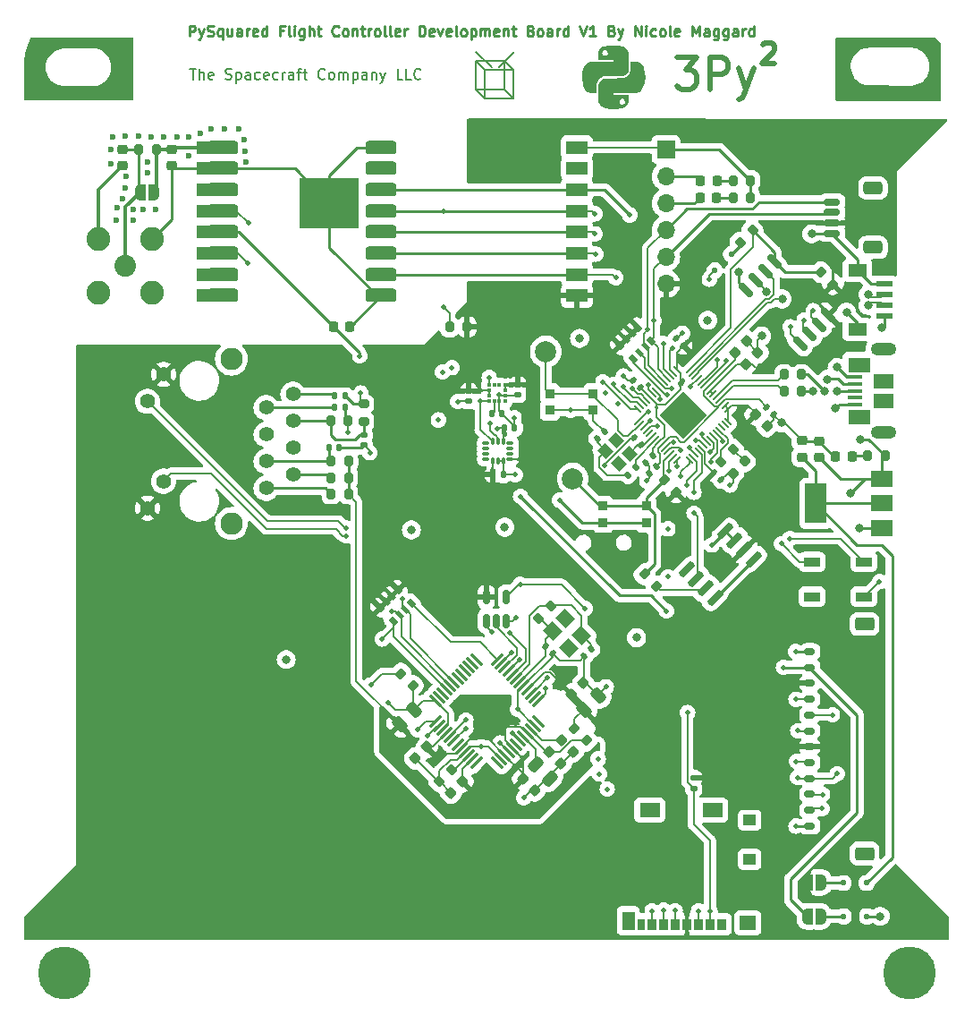
<source format=gbr>
%TF.GenerationSoftware,KiCad,Pcbnew,7.0.5*%
%TF.CreationDate,2023-07-31T22:06:35-07:00*%
%TF.ProjectId,flight_computer_dev_board_rfm98pw,666c6967-6874-45f6-936f-6d7075746572,rev?*%
%TF.SameCoordinates,Original*%
%TF.FileFunction,Copper,L1,Top*%
%TF.FilePolarity,Positive*%
%FSLAX46Y46*%
G04 Gerber Fmt 4.6, Leading zero omitted, Abs format (unit mm)*
G04 Created by KiCad (PCBNEW 7.0.5) date 2023-07-31 22:06:35*
%MOMM*%
%LPD*%
G01*
G04 APERTURE LIST*
G04 Aperture macros list*
%AMRoundRect*
0 Rectangle with rounded corners*
0 $1 Rounding radius*
0 $2 $3 $4 $5 $6 $7 $8 $9 X,Y pos of 4 corners*
0 Add a 4 corners polygon primitive as box body*
4,1,4,$2,$3,$4,$5,$6,$7,$8,$9,$2,$3,0*
0 Add four circle primitives for the rounded corners*
1,1,$1+$1,$2,$3*
1,1,$1+$1,$4,$5*
1,1,$1+$1,$6,$7*
1,1,$1+$1,$8,$9*
0 Add four rect primitives between the rounded corners*
20,1,$1+$1,$2,$3,$4,$5,0*
20,1,$1+$1,$4,$5,$6,$7,0*
20,1,$1+$1,$6,$7,$8,$9,0*
20,1,$1+$1,$8,$9,$2,$3,0*%
%AMRotRect*
0 Rectangle, with rotation*
0 The origin of the aperture is its center*
0 $1 length*
0 $2 width*
0 $3 Rotation angle, in degrees counterclockwise*
0 Add horizontal line*
21,1,$1,$2,0,0,$3*%
%AMFreePoly0*
4,1,19,0.500000,-0.750000,0.000000,-0.750000,0.000000,-0.744911,-0.071157,-0.744911,-0.207708,-0.704816,-0.327430,-0.627875,-0.420627,-0.520320,-0.479746,-0.390866,-0.500000,-0.250000,-0.500000,0.250000,-0.479746,0.390866,-0.420627,0.520320,-0.327430,0.627875,-0.207708,0.704816,-0.071157,0.744911,0.000000,0.744911,0.000000,0.750000,0.500000,0.750000,0.500000,-0.750000,0.500000,-0.750000,
$1*%
%AMFreePoly1*
4,1,19,0.000000,0.744911,0.071157,0.744911,0.207708,0.704816,0.327430,0.627875,0.420627,0.520320,0.479746,0.390866,0.500000,0.250000,0.500000,-0.250000,0.479746,-0.390866,0.420627,-0.520320,0.327430,-0.627875,0.207708,-0.704816,0.071157,-0.744911,0.000000,-0.744911,0.000000,-0.750000,-0.500000,-0.750000,-0.500000,0.750000,0.000000,0.750000,0.000000,0.744911,0.000000,0.744911,
$1*%
G04 Aperture macros list end*
%TA.AperFunction,NonConductor*%
%ADD10C,0.200000*%
%TD*%
%ADD11C,0.500000*%
%TA.AperFunction,NonConductor*%
%ADD12C,0.500000*%
%TD*%
%ADD13C,0.250000*%
%TA.AperFunction,NonConductor*%
%ADD14C,0.250000*%
%TD*%
%ADD15C,0.150000*%
%TA.AperFunction,NonConductor*%
%ADD16C,0.150000*%
%TD*%
%TA.AperFunction,SMDPad,CuDef*%
%ADD17RoundRect,0.218750X0.026517X-0.335876X0.335876X-0.026517X-0.026517X0.335876X-0.335876X0.026517X0*%
%TD*%
%TA.AperFunction,SMDPad,CuDef*%
%ADD18RotRect,0.800000X0.500000X135.000000*%
%TD*%
%TA.AperFunction,SMDPad,CuDef*%
%ADD19RotRect,0.800000X0.400000X135.000000*%
%TD*%
%TA.AperFunction,SMDPad,CuDef*%
%ADD20RoundRect,0.140000X-0.021213X0.219203X-0.219203X0.021213X0.021213X-0.219203X0.219203X-0.021213X0*%
%TD*%
%TA.AperFunction,SMDPad,CuDef*%
%ADD21RoundRect,0.225000X0.250000X-0.225000X0.250000X0.225000X-0.250000X0.225000X-0.250000X-0.225000X0*%
%TD*%
%TA.AperFunction,SMDPad,CuDef*%
%ADD22RoundRect,0.200000X-0.200000X-0.275000X0.200000X-0.275000X0.200000X0.275000X-0.200000X0.275000X0*%
%TD*%
%TA.AperFunction,SMDPad,CuDef*%
%ADD23RoundRect,0.140000X-0.140000X-0.170000X0.140000X-0.170000X0.140000X0.170000X-0.140000X0.170000X0*%
%TD*%
%TA.AperFunction,SMDPad,CuDef*%
%ADD24RoundRect,0.135000X0.185000X-0.135000X0.185000X0.135000X-0.185000X0.135000X-0.185000X-0.135000X0*%
%TD*%
%TA.AperFunction,ComponentPad*%
%ADD25C,2.050000*%
%TD*%
%TA.AperFunction,ComponentPad*%
%ADD26C,2.250000*%
%TD*%
%TA.AperFunction,SMDPad,CuDef*%
%ADD27RoundRect,0.225000X-0.250000X0.225000X-0.250000X-0.225000X0.250000X-0.225000X0.250000X0.225000X0*%
%TD*%
%TA.AperFunction,SMDPad,CuDef*%
%ADD28RoundRect,0.200000X0.200000X0.275000X-0.200000X0.275000X-0.200000X-0.275000X0.200000X-0.275000X0*%
%TD*%
%TA.AperFunction,SMDPad,CuDef*%
%ADD29R,2.000000X1.500000*%
%TD*%
%TA.AperFunction,SMDPad,CuDef*%
%ADD30R,2.000000X3.800000*%
%TD*%
%TA.AperFunction,SMDPad,CuDef*%
%ADD31R,1.550000X0.600000*%
%TD*%
%TA.AperFunction,SMDPad,CuDef*%
%ADD32R,1.800000X1.200000*%
%TD*%
%TA.AperFunction,SMDPad,CuDef*%
%ADD33RoundRect,0.250000X0.159099X-0.512652X0.512652X-0.159099X-0.159099X0.512652X-0.512652X0.159099X0*%
%TD*%
%TA.AperFunction,SMDPad,CuDef*%
%ADD34RoundRect,0.140000X0.021213X-0.219203X0.219203X-0.021213X-0.021213X0.219203X-0.219203X0.021213X0*%
%TD*%
%TA.AperFunction,SMDPad,CuDef*%
%ADD35RoundRect,0.250000X0.512652X0.159099X0.159099X0.512652X-0.512652X-0.159099X-0.159099X-0.512652X0*%
%TD*%
%TA.AperFunction,SMDPad,CuDef*%
%ADD36RoundRect,0.218750X0.218750X0.256250X-0.218750X0.256250X-0.218750X-0.256250X0.218750X-0.256250X0*%
%TD*%
%TA.AperFunction,SMDPad,CuDef*%
%ADD37RoundRect,0.200000X-0.335876X-0.053033X-0.053033X-0.335876X0.335876X0.053033X0.053033X0.335876X0*%
%TD*%
%TA.AperFunction,SMDPad,CuDef*%
%ADD38RoundRect,0.218750X-0.218750X-0.256250X0.218750X-0.256250X0.218750X0.256250X-0.218750X0.256250X0*%
%TD*%
%TA.AperFunction,SMDPad,CuDef*%
%ADD39RoundRect,0.225000X-0.017678X0.335876X-0.335876X0.017678X0.017678X-0.335876X0.335876X-0.017678X0*%
%TD*%
%TA.AperFunction,SMDPad,CuDef*%
%ADD40R,0.900000X0.900000*%
%TD*%
%TA.AperFunction,SMDPad,CuDef*%
%ADD41RoundRect,0.140000X-0.170000X0.140000X-0.170000X-0.140000X0.170000X-0.140000X0.170000X0.140000X0*%
%TD*%
%TA.AperFunction,SMDPad,CuDef*%
%ADD42RoundRect,0.225000X0.017678X-0.335876X0.335876X-0.017678X-0.017678X0.335876X-0.335876X0.017678X0*%
%TD*%
%TA.AperFunction,SMDPad,CuDef*%
%ADD43RotRect,1.400000X1.200000X315.000000*%
%TD*%
%TA.AperFunction,SMDPad,CuDef*%
%ADD44RoundRect,0.135000X-0.035355X0.226274X-0.226274X0.035355X0.035355X-0.226274X0.226274X-0.035355X0*%
%TD*%
%TA.AperFunction,SMDPad,CuDef*%
%ADD45RoundRect,0.225000X-0.335876X-0.017678X-0.017678X-0.335876X0.335876X0.017678X0.017678X0.335876X0*%
%TD*%
%TA.AperFunction,SMDPad,CuDef*%
%ADD46RoundRect,0.200000X0.053033X-0.335876X0.335876X-0.053033X-0.053033X0.335876X-0.335876X0.053033X0*%
%TD*%
%TA.AperFunction,SMDPad,CuDef*%
%ADD47RotRect,1.150000X1.000000X315.000000*%
%TD*%
%TA.AperFunction,SMDPad,CuDef*%
%ADD48RoundRect,0.140000X0.219203X0.021213X0.021213X0.219203X-0.219203X-0.021213X-0.021213X-0.219203X0*%
%TD*%
%TA.AperFunction,SMDPad,CuDef*%
%ADD49FreePoly0,0.000000*%
%TD*%
%TA.AperFunction,SMDPad,CuDef*%
%ADD50FreePoly1,0.000000*%
%TD*%
%TA.AperFunction,ComponentPad*%
%ADD51C,5.000000*%
%TD*%
%TA.AperFunction,SMDPad,CuDef*%
%ADD52RoundRect,0.200000X0.335876X0.053033X0.053033X0.335876X-0.335876X-0.053033X-0.053033X-0.335876X0*%
%TD*%
%TA.AperFunction,SMDPad,CuDef*%
%ADD53R,2.000000X1.300000*%
%TD*%
%TA.AperFunction,SMDPad,CuDef*%
%ADD54R,5.699999X4.800001*%
%TD*%
%TA.AperFunction,SMDPad,CuDef*%
%ADD55RoundRect,0.200000X-0.275000X0.200000X-0.275000X-0.200000X0.275000X-0.200000X0.275000X0.200000X0*%
%TD*%
%TA.AperFunction,SMDPad,CuDef*%
%ADD56RoundRect,0.150000X0.150000X-0.512500X0.150000X0.512500X-0.150000X0.512500X-0.150000X-0.512500X0*%
%TD*%
%TA.AperFunction,ComponentPad*%
%ADD57C,2.000000*%
%TD*%
%TA.AperFunction,SMDPad,CuDef*%
%ADD58RoundRect,0.125000X-0.125000X-0.125000X0.125000X-0.125000X0.125000X0.125000X-0.125000X0.125000X0*%
%TD*%
%TA.AperFunction,SMDPad,CuDef*%
%ADD59RoundRect,0.087500X-0.225000X-0.087500X0.225000X-0.087500X0.225000X0.087500X-0.225000X0.087500X0*%
%TD*%
%TA.AperFunction,SMDPad,CuDef*%
%ADD60RoundRect,0.087500X-0.087500X-0.225000X0.087500X-0.225000X0.087500X0.225000X-0.087500X0.225000X0*%
%TD*%
%TA.AperFunction,SMDPad,CuDef*%
%ADD61RoundRect,0.150000X-0.565685X0.353553X0.353553X-0.565685X0.565685X-0.353553X-0.353553X0.565685X0*%
%TD*%
%TA.AperFunction,SMDPad,CuDef*%
%ADD62RoundRect,0.140000X-0.219203X-0.021213X-0.021213X-0.219203X0.219203X0.021213X0.021213X0.219203X0*%
%TD*%
%TA.AperFunction,SMDPad,CuDef*%
%ADD63R,1.500000X0.900000*%
%TD*%
%TA.AperFunction,SMDPad,CuDef*%
%ADD64RoundRect,0.125000X0.000000X-0.176777X0.176777X0.000000X0.000000X0.176777X-0.176777X0.000000X0*%
%TD*%
%TA.AperFunction,SMDPad,CuDef*%
%ADD65R,0.850000X1.100000*%
%TD*%
%TA.AperFunction,SMDPad,CuDef*%
%ADD66R,0.750000X1.100000*%
%TD*%
%TA.AperFunction,SMDPad,CuDef*%
%ADD67R,1.200000X1.000000*%
%TD*%
%TA.AperFunction,SMDPad,CuDef*%
%ADD68R,1.550000X1.350000*%
%TD*%
%TA.AperFunction,SMDPad,CuDef*%
%ADD69R,1.900000X1.350000*%
%TD*%
%TA.AperFunction,SMDPad,CuDef*%
%ADD70R,1.170000X1.800000*%
%TD*%
%TA.AperFunction,SMDPad,CuDef*%
%ADD71RoundRect,0.150000X0.625000X-0.150000X0.625000X0.150000X-0.625000X0.150000X-0.625000X-0.150000X0*%
%TD*%
%TA.AperFunction,SMDPad,CuDef*%
%ADD72RoundRect,0.250000X0.650000X-0.350000X0.650000X0.350000X-0.650000X0.350000X-0.650000X-0.350000X0*%
%TD*%
%TA.AperFunction,SMDPad,CuDef*%
%ADD73RoundRect,0.050000X-0.309359X0.238649X0.238649X-0.309359X0.309359X-0.238649X-0.238649X0.309359X0*%
%TD*%
%TA.AperFunction,SMDPad,CuDef*%
%ADD74RoundRect,0.050000X-0.309359X-0.238649X-0.238649X-0.309359X0.309359X0.238649X0.238649X0.309359X0*%
%TD*%
%TA.AperFunction,ComponentPad*%
%ADD75C,0.500000*%
%TD*%
%TA.AperFunction,SMDPad,CuDef*%
%ADD76RotRect,3.200000X3.200000X315.000000*%
%TD*%
%TA.AperFunction,SMDPad,CuDef*%
%ADD77RoundRect,0.317500X1.157500X0.317500X-1.157500X0.317500X-1.157500X-0.317500X1.157500X-0.317500X0*%
%TD*%
%TA.AperFunction,SMDPad,CuDef*%
%ADD78R,0.375000X0.350000*%
%TD*%
%TA.AperFunction,SMDPad,CuDef*%
%ADD79R,0.350000X0.375000*%
%TD*%
%TA.AperFunction,SMDPad,CuDef*%
%ADD80RoundRect,0.225000X0.225000X0.250000X-0.225000X0.250000X-0.225000X-0.250000X0.225000X-0.250000X0*%
%TD*%
%TA.AperFunction,SMDPad,CuDef*%
%ADD81RoundRect,0.150000X0.350000X-0.150000X0.350000X0.150000X-0.350000X0.150000X-0.350000X-0.150000X0*%
%TD*%
%TA.AperFunction,SMDPad,CuDef*%
%ADD82RoundRect,0.250000X0.650000X-0.375000X0.650000X0.375000X-0.650000X0.375000X-0.650000X-0.375000X0*%
%TD*%
%TA.AperFunction,SMDPad,CuDef*%
%ADD83RoundRect,0.150000X0.406586X0.618718X-0.618718X-0.406586X-0.406586X-0.618718X0.618718X0.406586X0*%
%TD*%
%TA.AperFunction,SMDPad,CuDef*%
%ADD84RoundRect,0.200000X-0.053033X0.335876X-0.335876X0.053033X0.053033X-0.335876X0.335876X-0.053033X0*%
%TD*%
%TA.AperFunction,SMDPad,CuDef*%
%ADD85RoundRect,0.225000X0.335876X0.017678X0.017678X0.335876X-0.335876X-0.017678X-0.017678X-0.335876X0*%
%TD*%
%TA.AperFunction,SMDPad,CuDef*%
%ADD86R,1.380000X0.450000*%
%TD*%
%TA.AperFunction,ComponentPad*%
%ADD87O,2.416000X1.208000*%
%TD*%
%TA.AperFunction,SMDPad,CuDef*%
%ADD88R,2.100000X1.475000*%
%TD*%
%TA.AperFunction,SMDPad,CuDef*%
%ADD89R,1.900000X1.375000*%
%TD*%
%TA.AperFunction,SMDPad,CuDef*%
%ADD90RoundRect,0.075000X-0.415425X-0.521491X0.521491X0.415425X0.415425X0.521491X-0.521491X-0.415425X0*%
%TD*%
%TA.AperFunction,SMDPad,CuDef*%
%ADD91RoundRect,0.075000X0.415425X-0.521491X0.521491X-0.415425X-0.415425X0.521491X-0.521491X0.415425X0*%
%TD*%
%TA.AperFunction,ComponentPad*%
%ADD92R,1.700000X1.700000*%
%TD*%
%TA.AperFunction,ComponentPad*%
%ADD93O,1.700000X1.700000*%
%TD*%
%TA.AperFunction,ComponentPad*%
%ADD94C,1.397000*%
%TD*%
%TA.AperFunction,ComponentPad*%
%ADD95C,2.108200*%
%TD*%
%TA.AperFunction,ViaPad*%
%ADD96C,0.800000*%
%TD*%
%TA.AperFunction,ViaPad*%
%ADD97C,0.600000*%
%TD*%
%TA.AperFunction,ViaPad*%
%ADD98C,0.460000*%
%TD*%
%TA.AperFunction,Conductor*%
%ADD99C,0.200000*%
%TD*%
%TA.AperFunction,Conductor*%
%ADD100C,0.127000*%
%TD*%
%TA.AperFunction,Conductor*%
%ADD101C,0.250000*%
%TD*%
%TA.AperFunction,Conductor*%
%ADD102C,0.300000*%
%TD*%
G04 APERTURE END LIST*
D10*
X187190000Y-55370000D02*
X186340000Y-54520000D01*
X189040000Y-51820000D02*
X189890000Y-52670000D01*
X187840000Y-52410000D02*
X186360000Y-50930000D01*
X186340000Y-54520000D02*
X189040000Y-54520000D01*
X187190000Y-52670000D02*
X187190000Y-55370000D01*
X189890000Y-52670000D02*
X187190000Y-52670000D01*
X189040000Y-51820000D02*
X186340000Y-51820000D01*
X188520000Y-52390000D02*
X189990000Y-50920000D01*
X189040000Y-54520000D02*
X189040000Y-51820000D01*
X186340000Y-54520000D02*
X186340000Y-51820000D01*
X186340000Y-51820000D02*
X187190000Y-52670000D01*
X187190000Y-55370000D02*
X189890000Y-55370000D01*
X189040000Y-54520000D02*
X189890000Y-55370000D01*
X189890000Y-55370000D02*
X189890000Y-52670000D01*
D11*
D12*
X213498571Y-50289714D02*
X213593809Y-50194476D01*
X213593809Y-50194476D02*
X213784285Y-50099238D01*
X213784285Y-50099238D02*
X214260476Y-50099238D01*
X214260476Y-50099238D02*
X214450952Y-50194476D01*
X214450952Y-50194476D02*
X214546190Y-50289714D01*
X214546190Y-50289714D02*
X214641428Y-50480190D01*
X214641428Y-50480190D02*
X214641428Y-50670666D01*
X214641428Y-50670666D02*
X214546190Y-50956380D01*
X214546190Y-50956380D02*
X213403333Y-52099238D01*
X213403333Y-52099238D02*
X214641428Y-52099238D01*
D11*
D12*
X205367143Y-51481857D02*
X207224286Y-51481857D01*
X207224286Y-51481857D02*
X206224286Y-52624714D01*
X206224286Y-52624714D02*
X206652857Y-52624714D01*
X206652857Y-52624714D02*
X206938572Y-52767571D01*
X206938572Y-52767571D02*
X207081429Y-52910428D01*
X207081429Y-52910428D02*
X207224286Y-53196142D01*
X207224286Y-53196142D02*
X207224286Y-53910428D01*
X207224286Y-53910428D02*
X207081429Y-54196142D01*
X207081429Y-54196142D02*
X206938572Y-54339000D01*
X206938572Y-54339000D02*
X206652857Y-54481857D01*
X206652857Y-54481857D02*
X205795714Y-54481857D01*
X205795714Y-54481857D02*
X205510000Y-54339000D01*
X205510000Y-54339000D02*
X205367143Y-54196142D01*
X208510000Y-54481857D02*
X208510000Y-51481857D01*
X208510000Y-51481857D02*
X209652857Y-51481857D01*
X209652857Y-51481857D02*
X209938572Y-51624714D01*
X209938572Y-51624714D02*
X210081429Y-51767571D01*
X210081429Y-51767571D02*
X210224286Y-52053285D01*
X210224286Y-52053285D02*
X210224286Y-52481857D01*
X210224286Y-52481857D02*
X210081429Y-52767571D01*
X210081429Y-52767571D02*
X209938572Y-52910428D01*
X209938572Y-52910428D02*
X209652857Y-53053285D01*
X209652857Y-53053285D02*
X208510000Y-53053285D01*
X211224286Y-52481857D02*
X211938572Y-54481857D01*
X212652857Y-52481857D02*
X211938572Y-54481857D01*
X211938572Y-54481857D02*
X211652857Y-55196142D01*
X211652857Y-55196142D02*
X211510000Y-55339000D01*
X211510000Y-55339000D02*
X211224286Y-55481857D01*
D13*
D14*
X159205709Y-49464619D02*
X159205709Y-48464619D01*
X159205709Y-48464619D02*
X159586661Y-48464619D01*
X159586661Y-48464619D02*
X159681899Y-48512238D01*
X159681899Y-48512238D02*
X159729518Y-48559857D01*
X159729518Y-48559857D02*
X159777137Y-48655095D01*
X159777137Y-48655095D02*
X159777137Y-48797952D01*
X159777137Y-48797952D02*
X159729518Y-48893190D01*
X159729518Y-48893190D02*
X159681899Y-48940809D01*
X159681899Y-48940809D02*
X159586661Y-48988428D01*
X159586661Y-48988428D02*
X159205709Y-48988428D01*
X160110471Y-48797952D02*
X160348566Y-49464619D01*
X160586661Y-48797952D02*
X160348566Y-49464619D01*
X160348566Y-49464619D02*
X160253328Y-49702714D01*
X160253328Y-49702714D02*
X160205709Y-49750333D01*
X160205709Y-49750333D02*
X160110471Y-49797952D01*
X160919995Y-49417000D02*
X161062852Y-49464619D01*
X161062852Y-49464619D02*
X161300947Y-49464619D01*
X161300947Y-49464619D02*
X161396185Y-49417000D01*
X161396185Y-49417000D02*
X161443804Y-49369380D01*
X161443804Y-49369380D02*
X161491423Y-49274142D01*
X161491423Y-49274142D02*
X161491423Y-49178904D01*
X161491423Y-49178904D02*
X161443804Y-49083666D01*
X161443804Y-49083666D02*
X161396185Y-49036047D01*
X161396185Y-49036047D02*
X161300947Y-48988428D01*
X161300947Y-48988428D02*
X161110471Y-48940809D01*
X161110471Y-48940809D02*
X161015233Y-48893190D01*
X161015233Y-48893190D02*
X160967614Y-48845571D01*
X160967614Y-48845571D02*
X160919995Y-48750333D01*
X160919995Y-48750333D02*
X160919995Y-48655095D01*
X160919995Y-48655095D02*
X160967614Y-48559857D01*
X160967614Y-48559857D02*
X161015233Y-48512238D01*
X161015233Y-48512238D02*
X161110471Y-48464619D01*
X161110471Y-48464619D02*
X161348566Y-48464619D01*
X161348566Y-48464619D02*
X161491423Y-48512238D01*
X162348566Y-48797952D02*
X162348566Y-49797952D01*
X162348566Y-49417000D02*
X162253328Y-49464619D01*
X162253328Y-49464619D02*
X162062852Y-49464619D01*
X162062852Y-49464619D02*
X161967614Y-49417000D01*
X161967614Y-49417000D02*
X161919995Y-49369380D01*
X161919995Y-49369380D02*
X161872376Y-49274142D01*
X161872376Y-49274142D02*
X161872376Y-48988428D01*
X161872376Y-48988428D02*
X161919995Y-48893190D01*
X161919995Y-48893190D02*
X161967614Y-48845571D01*
X161967614Y-48845571D02*
X162062852Y-48797952D01*
X162062852Y-48797952D02*
X162253328Y-48797952D01*
X162253328Y-48797952D02*
X162348566Y-48845571D01*
X163253328Y-48797952D02*
X163253328Y-49464619D01*
X162824757Y-48797952D02*
X162824757Y-49321761D01*
X162824757Y-49321761D02*
X162872376Y-49417000D01*
X162872376Y-49417000D02*
X162967614Y-49464619D01*
X162967614Y-49464619D02*
X163110471Y-49464619D01*
X163110471Y-49464619D02*
X163205709Y-49417000D01*
X163205709Y-49417000D02*
X163253328Y-49369380D01*
X164158090Y-49464619D02*
X164158090Y-48940809D01*
X164158090Y-48940809D02*
X164110471Y-48845571D01*
X164110471Y-48845571D02*
X164015233Y-48797952D01*
X164015233Y-48797952D02*
X163824757Y-48797952D01*
X163824757Y-48797952D02*
X163729519Y-48845571D01*
X164158090Y-49417000D02*
X164062852Y-49464619D01*
X164062852Y-49464619D02*
X163824757Y-49464619D01*
X163824757Y-49464619D02*
X163729519Y-49417000D01*
X163729519Y-49417000D02*
X163681900Y-49321761D01*
X163681900Y-49321761D02*
X163681900Y-49226523D01*
X163681900Y-49226523D02*
X163729519Y-49131285D01*
X163729519Y-49131285D02*
X163824757Y-49083666D01*
X163824757Y-49083666D02*
X164062852Y-49083666D01*
X164062852Y-49083666D02*
X164158090Y-49036047D01*
X164634281Y-49464619D02*
X164634281Y-48797952D01*
X164634281Y-48988428D02*
X164681900Y-48893190D01*
X164681900Y-48893190D02*
X164729519Y-48845571D01*
X164729519Y-48845571D02*
X164824757Y-48797952D01*
X164824757Y-48797952D02*
X164919995Y-48797952D01*
X165634281Y-49417000D02*
X165539043Y-49464619D01*
X165539043Y-49464619D02*
X165348567Y-49464619D01*
X165348567Y-49464619D02*
X165253329Y-49417000D01*
X165253329Y-49417000D02*
X165205710Y-49321761D01*
X165205710Y-49321761D02*
X165205710Y-48940809D01*
X165205710Y-48940809D02*
X165253329Y-48845571D01*
X165253329Y-48845571D02*
X165348567Y-48797952D01*
X165348567Y-48797952D02*
X165539043Y-48797952D01*
X165539043Y-48797952D02*
X165634281Y-48845571D01*
X165634281Y-48845571D02*
X165681900Y-48940809D01*
X165681900Y-48940809D02*
X165681900Y-49036047D01*
X165681900Y-49036047D02*
X165205710Y-49131285D01*
X166539043Y-49464619D02*
X166539043Y-48464619D01*
X166539043Y-49417000D02*
X166443805Y-49464619D01*
X166443805Y-49464619D02*
X166253329Y-49464619D01*
X166253329Y-49464619D02*
X166158091Y-49417000D01*
X166158091Y-49417000D02*
X166110472Y-49369380D01*
X166110472Y-49369380D02*
X166062853Y-49274142D01*
X166062853Y-49274142D02*
X166062853Y-48988428D01*
X166062853Y-48988428D02*
X166110472Y-48893190D01*
X166110472Y-48893190D02*
X166158091Y-48845571D01*
X166158091Y-48845571D02*
X166253329Y-48797952D01*
X166253329Y-48797952D02*
X166443805Y-48797952D01*
X166443805Y-48797952D02*
X166539043Y-48845571D01*
X168110472Y-48940809D02*
X167777139Y-48940809D01*
X167777139Y-49464619D02*
X167777139Y-48464619D01*
X167777139Y-48464619D02*
X168253329Y-48464619D01*
X168777139Y-49464619D02*
X168681901Y-49417000D01*
X168681901Y-49417000D02*
X168634282Y-49321761D01*
X168634282Y-49321761D02*
X168634282Y-48464619D01*
X169158092Y-49464619D02*
X169158092Y-48797952D01*
X169158092Y-48464619D02*
X169110473Y-48512238D01*
X169110473Y-48512238D02*
X169158092Y-48559857D01*
X169158092Y-48559857D02*
X169205711Y-48512238D01*
X169205711Y-48512238D02*
X169158092Y-48464619D01*
X169158092Y-48464619D02*
X169158092Y-48559857D01*
X170062853Y-48797952D02*
X170062853Y-49607476D01*
X170062853Y-49607476D02*
X170015234Y-49702714D01*
X170015234Y-49702714D02*
X169967615Y-49750333D01*
X169967615Y-49750333D02*
X169872377Y-49797952D01*
X169872377Y-49797952D02*
X169729520Y-49797952D01*
X169729520Y-49797952D02*
X169634282Y-49750333D01*
X170062853Y-49417000D02*
X169967615Y-49464619D01*
X169967615Y-49464619D02*
X169777139Y-49464619D01*
X169777139Y-49464619D02*
X169681901Y-49417000D01*
X169681901Y-49417000D02*
X169634282Y-49369380D01*
X169634282Y-49369380D02*
X169586663Y-49274142D01*
X169586663Y-49274142D02*
X169586663Y-48988428D01*
X169586663Y-48988428D02*
X169634282Y-48893190D01*
X169634282Y-48893190D02*
X169681901Y-48845571D01*
X169681901Y-48845571D02*
X169777139Y-48797952D01*
X169777139Y-48797952D02*
X169967615Y-48797952D01*
X169967615Y-48797952D02*
X170062853Y-48845571D01*
X170539044Y-49464619D02*
X170539044Y-48464619D01*
X170967615Y-49464619D02*
X170967615Y-48940809D01*
X170967615Y-48940809D02*
X170919996Y-48845571D01*
X170919996Y-48845571D02*
X170824758Y-48797952D01*
X170824758Y-48797952D02*
X170681901Y-48797952D01*
X170681901Y-48797952D02*
X170586663Y-48845571D01*
X170586663Y-48845571D02*
X170539044Y-48893190D01*
X171300949Y-48797952D02*
X171681901Y-48797952D01*
X171443806Y-48464619D02*
X171443806Y-49321761D01*
X171443806Y-49321761D02*
X171491425Y-49417000D01*
X171491425Y-49417000D02*
X171586663Y-49464619D01*
X171586663Y-49464619D02*
X171681901Y-49464619D01*
X173348568Y-49369380D02*
X173300949Y-49417000D01*
X173300949Y-49417000D02*
X173158092Y-49464619D01*
X173158092Y-49464619D02*
X173062854Y-49464619D01*
X173062854Y-49464619D02*
X172919997Y-49417000D01*
X172919997Y-49417000D02*
X172824759Y-49321761D01*
X172824759Y-49321761D02*
X172777140Y-49226523D01*
X172777140Y-49226523D02*
X172729521Y-49036047D01*
X172729521Y-49036047D02*
X172729521Y-48893190D01*
X172729521Y-48893190D02*
X172777140Y-48702714D01*
X172777140Y-48702714D02*
X172824759Y-48607476D01*
X172824759Y-48607476D02*
X172919997Y-48512238D01*
X172919997Y-48512238D02*
X173062854Y-48464619D01*
X173062854Y-48464619D02*
X173158092Y-48464619D01*
X173158092Y-48464619D02*
X173300949Y-48512238D01*
X173300949Y-48512238D02*
X173348568Y-48559857D01*
X173919997Y-49464619D02*
X173824759Y-49417000D01*
X173824759Y-49417000D02*
X173777140Y-49369380D01*
X173777140Y-49369380D02*
X173729521Y-49274142D01*
X173729521Y-49274142D02*
X173729521Y-48988428D01*
X173729521Y-48988428D02*
X173777140Y-48893190D01*
X173777140Y-48893190D02*
X173824759Y-48845571D01*
X173824759Y-48845571D02*
X173919997Y-48797952D01*
X173919997Y-48797952D02*
X174062854Y-48797952D01*
X174062854Y-48797952D02*
X174158092Y-48845571D01*
X174158092Y-48845571D02*
X174205711Y-48893190D01*
X174205711Y-48893190D02*
X174253330Y-48988428D01*
X174253330Y-48988428D02*
X174253330Y-49274142D01*
X174253330Y-49274142D02*
X174205711Y-49369380D01*
X174205711Y-49369380D02*
X174158092Y-49417000D01*
X174158092Y-49417000D02*
X174062854Y-49464619D01*
X174062854Y-49464619D02*
X173919997Y-49464619D01*
X174681902Y-48797952D02*
X174681902Y-49464619D01*
X174681902Y-48893190D02*
X174729521Y-48845571D01*
X174729521Y-48845571D02*
X174824759Y-48797952D01*
X174824759Y-48797952D02*
X174967616Y-48797952D01*
X174967616Y-48797952D02*
X175062854Y-48845571D01*
X175062854Y-48845571D02*
X175110473Y-48940809D01*
X175110473Y-48940809D02*
X175110473Y-49464619D01*
X175443807Y-48797952D02*
X175824759Y-48797952D01*
X175586664Y-48464619D02*
X175586664Y-49321761D01*
X175586664Y-49321761D02*
X175634283Y-49417000D01*
X175634283Y-49417000D02*
X175729521Y-49464619D01*
X175729521Y-49464619D02*
X175824759Y-49464619D01*
X176158093Y-49464619D02*
X176158093Y-48797952D01*
X176158093Y-48988428D02*
X176205712Y-48893190D01*
X176205712Y-48893190D02*
X176253331Y-48845571D01*
X176253331Y-48845571D02*
X176348569Y-48797952D01*
X176348569Y-48797952D02*
X176443807Y-48797952D01*
X176919998Y-49464619D02*
X176824760Y-49417000D01*
X176824760Y-49417000D02*
X176777141Y-49369380D01*
X176777141Y-49369380D02*
X176729522Y-49274142D01*
X176729522Y-49274142D02*
X176729522Y-48988428D01*
X176729522Y-48988428D02*
X176777141Y-48893190D01*
X176777141Y-48893190D02*
X176824760Y-48845571D01*
X176824760Y-48845571D02*
X176919998Y-48797952D01*
X176919998Y-48797952D02*
X177062855Y-48797952D01*
X177062855Y-48797952D02*
X177158093Y-48845571D01*
X177158093Y-48845571D02*
X177205712Y-48893190D01*
X177205712Y-48893190D02*
X177253331Y-48988428D01*
X177253331Y-48988428D02*
X177253331Y-49274142D01*
X177253331Y-49274142D02*
X177205712Y-49369380D01*
X177205712Y-49369380D02*
X177158093Y-49417000D01*
X177158093Y-49417000D02*
X177062855Y-49464619D01*
X177062855Y-49464619D02*
X176919998Y-49464619D01*
X177824760Y-49464619D02*
X177729522Y-49417000D01*
X177729522Y-49417000D02*
X177681903Y-49321761D01*
X177681903Y-49321761D02*
X177681903Y-48464619D01*
X178348570Y-49464619D02*
X178253332Y-49417000D01*
X178253332Y-49417000D02*
X178205713Y-49321761D01*
X178205713Y-49321761D02*
X178205713Y-48464619D01*
X179110475Y-49417000D02*
X179015237Y-49464619D01*
X179015237Y-49464619D02*
X178824761Y-49464619D01*
X178824761Y-49464619D02*
X178729523Y-49417000D01*
X178729523Y-49417000D02*
X178681904Y-49321761D01*
X178681904Y-49321761D02*
X178681904Y-48940809D01*
X178681904Y-48940809D02*
X178729523Y-48845571D01*
X178729523Y-48845571D02*
X178824761Y-48797952D01*
X178824761Y-48797952D02*
X179015237Y-48797952D01*
X179015237Y-48797952D02*
X179110475Y-48845571D01*
X179110475Y-48845571D02*
X179158094Y-48940809D01*
X179158094Y-48940809D02*
X179158094Y-49036047D01*
X179158094Y-49036047D02*
X178681904Y-49131285D01*
X179586666Y-49464619D02*
X179586666Y-48797952D01*
X179586666Y-48988428D02*
X179634285Y-48893190D01*
X179634285Y-48893190D02*
X179681904Y-48845571D01*
X179681904Y-48845571D02*
X179777142Y-48797952D01*
X179777142Y-48797952D02*
X179872380Y-48797952D01*
X180967619Y-49464619D02*
X180967619Y-48464619D01*
X180967619Y-48464619D02*
X181205714Y-48464619D01*
X181205714Y-48464619D02*
X181348571Y-48512238D01*
X181348571Y-48512238D02*
X181443809Y-48607476D01*
X181443809Y-48607476D02*
X181491428Y-48702714D01*
X181491428Y-48702714D02*
X181539047Y-48893190D01*
X181539047Y-48893190D02*
X181539047Y-49036047D01*
X181539047Y-49036047D02*
X181491428Y-49226523D01*
X181491428Y-49226523D02*
X181443809Y-49321761D01*
X181443809Y-49321761D02*
X181348571Y-49417000D01*
X181348571Y-49417000D02*
X181205714Y-49464619D01*
X181205714Y-49464619D02*
X180967619Y-49464619D01*
X182348571Y-49417000D02*
X182253333Y-49464619D01*
X182253333Y-49464619D02*
X182062857Y-49464619D01*
X182062857Y-49464619D02*
X181967619Y-49417000D01*
X181967619Y-49417000D02*
X181920000Y-49321761D01*
X181920000Y-49321761D02*
X181920000Y-48940809D01*
X181920000Y-48940809D02*
X181967619Y-48845571D01*
X181967619Y-48845571D02*
X182062857Y-48797952D01*
X182062857Y-48797952D02*
X182253333Y-48797952D01*
X182253333Y-48797952D02*
X182348571Y-48845571D01*
X182348571Y-48845571D02*
X182396190Y-48940809D01*
X182396190Y-48940809D02*
X182396190Y-49036047D01*
X182396190Y-49036047D02*
X181920000Y-49131285D01*
X182729524Y-48797952D02*
X182967619Y-49464619D01*
X182967619Y-49464619D02*
X183205714Y-48797952D01*
X183967619Y-49417000D02*
X183872381Y-49464619D01*
X183872381Y-49464619D02*
X183681905Y-49464619D01*
X183681905Y-49464619D02*
X183586667Y-49417000D01*
X183586667Y-49417000D02*
X183539048Y-49321761D01*
X183539048Y-49321761D02*
X183539048Y-48940809D01*
X183539048Y-48940809D02*
X183586667Y-48845571D01*
X183586667Y-48845571D02*
X183681905Y-48797952D01*
X183681905Y-48797952D02*
X183872381Y-48797952D01*
X183872381Y-48797952D02*
X183967619Y-48845571D01*
X183967619Y-48845571D02*
X184015238Y-48940809D01*
X184015238Y-48940809D02*
X184015238Y-49036047D01*
X184015238Y-49036047D02*
X183539048Y-49131285D01*
X184586667Y-49464619D02*
X184491429Y-49417000D01*
X184491429Y-49417000D02*
X184443810Y-49321761D01*
X184443810Y-49321761D02*
X184443810Y-48464619D01*
X185110477Y-49464619D02*
X185015239Y-49417000D01*
X185015239Y-49417000D02*
X184967620Y-49369380D01*
X184967620Y-49369380D02*
X184920001Y-49274142D01*
X184920001Y-49274142D02*
X184920001Y-48988428D01*
X184920001Y-48988428D02*
X184967620Y-48893190D01*
X184967620Y-48893190D02*
X185015239Y-48845571D01*
X185015239Y-48845571D02*
X185110477Y-48797952D01*
X185110477Y-48797952D02*
X185253334Y-48797952D01*
X185253334Y-48797952D02*
X185348572Y-48845571D01*
X185348572Y-48845571D02*
X185396191Y-48893190D01*
X185396191Y-48893190D02*
X185443810Y-48988428D01*
X185443810Y-48988428D02*
X185443810Y-49274142D01*
X185443810Y-49274142D02*
X185396191Y-49369380D01*
X185396191Y-49369380D02*
X185348572Y-49417000D01*
X185348572Y-49417000D02*
X185253334Y-49464619D01*
X185253334Y-49464619D02*
X185110477Y-49464619D01*
X185872382Y-48797952D02*
X185872382Y-49797952D01*
X185872382Y-48845571D02*
X185967620Y-48797952D01*
X185967620Y-48797952D02*
X186158096Y-48797952D01*
X186158096Y-48797952D02*
X186253334Y-48845571D01*
X186253334Y-48845571D02*
X186300953Y-48893190D01*
X186300953Y-48893190D02*
X186348572Y-48988428D01*
X186348572Y-48988428D02*
X186348572Y-49274142D01*
X186348572Y-49274142D02*
X186300953Y-49369380D01*
X186300953Y-49369380D02*
X186253334Y-49417000D01*
X186253334Y-49417000D02*
X186158096Y-49464619D01*
X186158096Y-49464619D02*
X185967620Y-49464619D01*
X185967620Y-49464619D02*
X185872382Y-49417000D01*
X186777144Y-49464619D02*
X186777144Y-48797952D01*
X186777144Y-48893190D02*
X186824763Y-48845571D01*
X186824763Y-48845571D02*
X186920001Y-48797952D01*
X186920001Y-48797952D02*
X187062858Y-48797952D01*
X187062858Y-48797952D02*
X187158096Y-48845571D01*
X187158096Y-48845571D02*
X187205715Y-48940809D01*
X187205715Y-48940809D02*
X187205715Y-49464619D01*
X187205715Y-48940809D02*
X187253334Y-48845571D01*
X187253334Y-48845571D02*
X187348572Y-48797952D01*
X187348572Y-48797952D02*
X187491429Y-48797952D01*
X187491429Y-48797952D02*
X187586668Y-48845571D01*
X187586668Y-48845571D02*
X187634287Y-48940809D01*
X187634287Y-48940809D02*
X187634287Y-49464619D01*
X188491429Y-49417000D02*
X188396191Y-49464619D01*
X188396191Y-49464619D02*
X188205715Y-49464619D01*
X188205715Y-49464619D02*
X188110477Y-49417000D01*
X188110477Y-49417000D02*
X188062858Y-49321761D01*
X188062858Y-49321761D02*
X188062858Y-48940809D01*
X188062858Y-48940809D02*
X188110477Y-48845571D01*
X188110477Y-48845571D02*
X188205715Y-48797952D01*
X188205715Y-48797952D02*
X188396191Y-48797952D01*
X188396191Y-48797952D02*
X188491429Y-48845571D01*
X188491429Y-48845571D02*
X188539048Y-48940809D01*
X188539048Y-48940809D02*
X188539048Y-49036047D01*
X188539048Y-49036047D02*
X188062858Y-49131285D01*
X188967620Y-48797952D02*
X188967620Y-49464619D01*
X188967620Y-48893190D02*
X189015239Y-48845571D01*
X189015239Y-48845571D02*
X189110477Y-48797952D01*
X189110477Y-48797952D02*
X189253334Y-48797952D01*
X189253334Y-48797952D02*
X189348572Y-48845571D01*
X189348572Y-48845571D02*
X189396191Y-48940809D01*
X189396191Y-48940809D02*
X189396191Y-49464619D01*
X189729525Y-48797952D02*
X190110477Y-48797952D01*
X189872382Y-48464619D02*
X189872382Y-49321761D01*
X189872382Y-49321761D02*
X189920001Y-49417000D01*
X189920001Y-49417000D02*
X190015239Y-49464619D01*
X190015239Y-49464619D02*
X190110477Y-49464619D01*
X191539049Y-48940809D02*
X191681906Y-48988428D01*
X191681906Y-48988428D02*
X191729525Y-49036047D01*
X191729525Y-49036047D02*
X191777144Y-49131285D01*
X191777144Y-49131285D02*
X191777144Y-49274142D01*
X191777144Y-49274142D02*
X191729525Y-49369380D01*
X191729525Y-49369380D02*
X191681906Y-49417000D01*
X191681906Y-49417000D02*
X191586668Y-49464619D01*
X191586668Y-49464619D02*
X191205716Y-49464619D01*
X191205716Y-49464619D02*
X191205716Y-48464619D01*
X191205716Y-48464619D02*
X191539049Y-48464619D01*
X191539049Y-48464619D02*
X191634287Y-48512238D01*
X191634287Y-48512238D02*
X191681906Y-48559857D01*
X191681906Y-48559857D02*
X191729525Y-48655095D01*
X191729525Y-48655095D02*
X191729525Y-48750333D01*
X191729525Y-48750333D02*
X191681906Y-48845571D01*
X191681906Y-48845571D02*
X191634287Y-48893190D01*
X191634287Y-48893190D02*
X191539049Y-48940809D01*
X191539049Y-48940809D02*
X191205716Y-48940809D01*
X192348573Y-49464619D02*
X192253335Y-49417000D01*
X192253335Y-49417000D02*
X192205716Y-49369380D01*
X192205716Y-49369380D02*
X192158097Y-49274142D01*
X192158097Y-49274142D02*
X192158097Y-48988428D01*
X192158097Y-48988428D02*
X192205716Y-48893190D01*
X192205716Y-48893190D02*
X192253335Y-48845571D01*
X192253335Y-48845571D02*
X192348573Y-48797952D01*
X192348573Y-48797952D02*
X192491430Y-48797952D01*
X192491430Y-48797952D02*
X192586668Y-48845571D01*
X192586668Y-48845571D02*
X192634287Y-48893190D01*
X192634287Y-48893190D02*
X192681906Y-48988428D01*
X192681906Y-48988428D02*
X192681906Y-49274142D01*
X192681906Y-49274142D02*
X192634287Y-49369380D01*
X192634287Y-49369380D02*
X192586668Y-49417000D01*
X192586668Y-49417000D02*
X192491430Y-49464619D01*
X192491430Y-49464619D02*
X192348573Y-49464619D01*
X193539049Y-49464619D02*
X193539049Y-48940809D01*
X193539049Y-48940809D02*
X193491430Y-48845571D01*
X193491430Y-48845571D02*
X193396192Y-48797952D01*
X193396192Y-48797952D02*
X193205716Y-48797952D01*
X193205716Y-48797952D02*
X193110478Y-48845571D01*
X193539049Y-49417000D02*
X193443811Y-49464619D01*
X193443811Y-49464619D02*
X193205716Y-49464619D01*
X193205716Y-49464619D02*
X193110478Y-49417000D01*
X193110478Y-49417000D02*
X193062859Y-49321761D01*
X193062859Y-49321761D02*
X193062859Y-49226523D01*
X193062859Y-49226523D02*
X193110478Y-49131285D01*
X193110478Y-49131285D02*
X193205716Y-49083666D01*
X193205716Y-49083666D02*
X193443811Y-49083666D01*
X193443811Y-49083666D02*
X193539049Y-49036047D01*
X194015240Y-49464619D02*
X194015240Y-48797952D01*
X194015240Y-48988428D02*
X194062859Y-48893190D01*
X194062859Y-48893190D02*
X194110478Y-48845571D01*
X194110478Y-48845571D02*
X194205716Y-48797952D01*
X194205716Y-48797952D02*
X194300954Y-48797952D01*
X195062859Y-49464619D02*
X195062859Y-48464619D01*
X195062859Y-49417000D02*
X194967621Y-49464619D01*
X194967621Y-49464619D02*
X194777145Y-49464619D01*
X194777145Y-49464619D02*
X194681907Y-49417000D01*
X194681907Y-49417000D02*
X194634288Y-49369380D01*
X194634288Y-49369380D02*
X194586669Y-49274142D01*
X194586669Y-49274142D02*
X194586669Y-48988428D01*
X194586669Y-48988428D02*
X194634288Y-48893190D01*
X194634288Y-48893190D02*
X194681907Y-48845571D01*
X194681907Y-48845571D02*
X194777145Y-48797952D01*
X194777145Y-48797952D02*
X194967621Y-48797952D01*
X194967621Y-48797952D02*
X195062859Y-48845571D01*
X196158098Y-48464619D02*
X196491431Y-49464619D01*
X196491431Y-49464619D02*
X196824764Y-48464619D01*
X197681907Y-49464619D02*
X197110479Y-49464619D01*
X197396193Y-49464619D02*
X197396193Y-48464619D01*
X197396193Y-48464619D02*
X197300955Y-48607476D01*
X197300955Y-48607476D02*
X197205717Y-48702714D01*
X197205717Y-48702714D02*
X197110479Y-48750333D01*
X199205717Y-48940809D02*
X199348574Y-48988428D01*
X199348574Y-48988428D02*
X199396193Y-49036047D01*
X199396193Y-49036047D02*
X199443812Y-49131285D01*
X199443812Y-49131285D02*
X199443812Y-49274142D01*
X199443812Y-49274142D02*
X199396193Y-49369380D01*
X199396193Y-49369380D02*
X199348574Y-49417000D01*
X199348574Y-49417000D02*
X199253336Y-49464619D01*
X199253336Y-49464619D02*
X198872384Y-49464619D01*
X198872384Y-49464619D02*
X198872384Y-48464619D01*
X198872384Y-48464619D02*
X199205717Y-48464619D01*
X199205717Y-48464619D02*
X199300955Y-48512238D01*
X199300955Y-48512238D02*
X199348574Y-48559857D01*
X199348574Y-48559857D02*
X199396193Y-48655095D01*
X199396193Y-48655095D02*
X199396193Y-48750333D01*
X199396193Y-48750333D02*
X199348574Y-48845571D01*
X199348574Y-48845571D02*
X199300955Y-48893190D01*
X199300955Y-48893190D02*
X199205717Y-48940809D01*
X199205717Y-48940809D02*
X198872384Y-48940809D01*
X199777146Y-48797952D02*
X200015241Y-49464619D01*
X200253336Y-48797952D02*
X200015241Y-49464619D01*
X200015241Y-49464619D02*
X199920003Y-49702714D01*
X199920003Y-49702714D02*
X199872384Y-49750333D01*
X199872384Y-49750333D02*
X199777146Y-49797952D01*
X201396194Y-49464619D02*
X201396194Y-48464619D01*
X201396194Y-48464619D02*
X201967622Y-49464619D01*
X201967622Y-49464619D02*
X201967622Y-48464619D01*
X202443813Y-49464619D02*
X202443813Y-48797952D01*
X202443813Y-48464619D02*
X202396194Y-48512238D01*
X202396194Y-48512238D02*
X202443813Y-48559857D01*
X202443813Y-48559857D02*
X202491432Y-48512238D01*
X202491432Y-48512238D02*
X202443813Y-48464619D01*
X202443813Y-48464619D02*
X202443813Y-48559857D01*
X203348574Y-49417000D02*
X203253336Y-49464619D01*
X203253336Y-49464619D02*
X203062860Y-49464619D01*
X203062860Y-49464619D02*
X202967622Y-49417000D01*
X202967622Y-49417000D02*
X202920003Y-49369380D01*
X202920003Y-49369380D02*
X202872384Y-49274142D01*
X202872384Y-49274142D02*
X202872384Y-48988428D01*
X202872384Y-48988428D02*
X202920003Y-48893190D01*
X202920003Y-48893190D02*
X202967622Y-48845571D01*
X202967622Y-48845571D02*
X203062860Y-48797952D01*
X203062860Y-48797952D02*
X203253336Y-48797952D01*
X203253336Y-48797952D02*
X203348574Y-48845571D01*
X203920003Y-49464619D02*
X203824765Y-49417000D01*
X203824765Y-49417000D02*
X203777146Y-49369380D01*
X203777146Y-49369380D02*
X203729527Y-49274142D01*
X203729527Y-49274142D02*
X203729527Y-48988428D01*
X203729527Y-48988428D02*
X203777146Y-48893190D01*
X203777146Y-48893190D02*
X203824765Y-48845571D01*
X203824765Y-48845571D02*
X203920003Y-48797952D01*
X203920003Y-48797952D02*
X204062860Y-48797952D01*
X204062860Y-48797952D02*
X204158098Y-48845571D01*
X204158098Y-48845571D02*
X204205717Y-48893190D01*
X204205717Y-48893190D02*
X204253336Y-48988428D01*
X204253336Y-48988428D02*
X204253336Y-49274142D01*
X204253336Y-49274142D02*
X204205717Y-49369380D01*
X204205717Y-49369380D02*
X204158098Y-49417000D01*
X204158098Y-49417000D02*
X204062860Y-49464619D01*
X204062860Y-49464619D02*
X203920003Y-49464619D01*
X204824765Y-49464619D02*
X204729527Y-49417000D01*
X204729527Y-49417000D02*
X204681908Y-49321761D01*
X204681908Y-49321761D02*
X204681908Y-48464619D01*
X205586670Y-49417000D02*
X205491432Y-49464619D01*
X205491432Y-49464619D02*
X205300956Y-49464619D01*
X205300956Y-49464619D02*
X205205718Y-49417000D01*
X205205718Y-49417000D02*
X205158099Y-49321761D01*
X205158099Y-49321761D02*
X205158099Y-48940809D01*
X205158099Y-48940809D02*
X205205718Y-48845571D01*
X205205718Y-48845571D02*
X205300956Y-48797952D01*
X205300956Y-48797952D02*
X205491432Y-48797952D01*
X205491432Y-48797952D02*
X205586670Y-48845571D01*
X205586670Y-48845571D02*
X205634289Y-48940809D01*
X205634289Y-48940809D02*
X205634289Y-49036047D01*
X205634289Y-49036047D02*
X205158099Y-49131285D01*
X206824766Y-49464619D02*
X206824766Y-48464619D01*
X206824766Y-48464619D02*
X207158099Y-49178904D01*
X207158099Y-49178904D02*
X207491432Y-48464619D01*
X207491432Y-48464619D02*
X207491432Y-49464619D01*
X208396194Y-49464619D02*
X208396194Y-48940809D01*
X208396194Y-48940809D02*
X208348575Y-48845571D01*
X208348575Y-48845571D02*
X208253337Y-48797952D01*
X208253337Y-48797952D02*
X208062861Y-48797952D01*
X208062861Y-48797952D02*
X207967623Y-48845571D01*
X208396194Y-49417000D02*
X208300956Y-49464619D01*
X208300956Y-49464619D02*
X208062861Y-49464619D01*
X208062861Y-49464619D02*
X207967623Y-49417000D01*
X207967623Y-49417000D02*
X207920004Y-49321761D01*
X207920004Y-49321761D02*
X207920004Y-49226523D01*
X207920004Y-49226523D02*
X207967623Y-49131285D01*
X207967623Y-49131285D02*
X208062861Y-49083666D01*
X208062861Y-49083666D02*
X208300956Y-49083666D01*
X208300956Y-49083666D02*
X208396194Y-49036047D01*
X209300956Y-48797952D02*
X209300956Y-49607476D01*
X209300956Y-49607476D02*
X209253337Y-49702714D01*
X209253337Y-49702714D02*
X209205718Y-49750333D01*
X209205718Y-49750333D02*
X209110480Y-49797952D01*
X209110480Y-49797952D02*
X208967623Y-49797952D01*
X208967623Y-49797952D02*
X208872385Y-49750333D01*
X209300956Y-49417000D02*
X209205718Y-49464619D01*
X209205718Y-49464619D02*
X209015242Y-49464619D01*
X209015242Y-49464619D02*
X208920004Y-49417000D01*
X208920004Y-49417000D02*
X208872385Y-49369380D01*
X208872385Y-49369380D02*
X208824766Y-49274142D01*
X208824766Y-49274142D02*
X208824766Y-48988428D01*
X208824766Y-48988428D02*
X208872385Y-48893190D01*
X208872385Y-48893190D02*
X208920004Y-48845571D01*
X208920004Y-48845571D02*
X209015242Y-48797952D01*
X209015242Y-48797952D02*
X209205718Y-48797952D01*
X209205718Y-48797952D02*
X209300956Y-48845571D01*
X210205718Y-48797952D02*
X210205718Y-49607476D01*
X210205718Y-49607476D02*
X210158099Y-49702714D01*
X210158099Y-49702714D02*
X210110480Y-49750333D01*
X210110480Y-49750333D02*
X210015242Y-49797952D01*
X210015242Y-49797952D02*
X209872385Y-49797952D01*
X209872385Y-49797952D02*
X209777147Y-49750333D01*
X210205718Y-49417000D02*
X210110480Y-49464619D01*
X210110480Y-49464619D02*
X209920004Y-49464619D01*
X209920004Y-49464619D02*
X209824766Y-49417000D01*
X209824766Y-49417000D02*
X209777147Y-49369380D01*
X209777147Y-49369380D02*
X209729528Y-49274142D01*
X209729528Y-49274142D02*
X209729528Y-48988428D01*
X209729528Y-48988428D02*
X209777147Y-48893190D01*
X209777147Y-48893190D02*
X209824766Y-48845571D01*
X209824766Y-48845571D02*
X209920004Y-48797952D01*
X209920004Y-48797952D02*
X210110480Y-48797952D01*
X210110480Y-48797952D02*
X210205718Y-48845571D01*
X211110480Y-49464619D02*
X211110480Y-48940809D01*
X211110480Y-48940809D02*
X211062861Y-48845571D01*
X211062861Y-48845571D02*
X210967623Y-48797952D01*
X210967623Y-48797952D02*
X210777147Y-48797952D01*
X210777147Y-48797952D02*
X210681909Y-48845571D01*
X211110480Y-49417000D02*
X211015242Y-49464619D01*
X211015242Y-49464619D02*
X210777147Y-49464619D01*
X210777147Y-49464619D02*
X210681909Y-49417000D01*
X210681909Y-49417000D02*
X210634290Y-49321761D01*
X210634290Y-49321761D02*
X210634290Y-49226523D01*
X210634290Y-49226523D02*
X210681909Y-49131285D01*
X210681909Y-49131285D02*
X210777147Y-49083666D01*
X210777147Y-49083666D02*
X211015242Y-49083666D01*
X211015242Y-49083666D02*
X211110480Y-49036047D01*
X211586671Y-49464619D02*
X211586671Y-48797952D01*
X211586671Y-48988428D02*
X211634290Y-48893190D01*
X211634290Y-48893190D02*
X211681909Y-48845571D01*
X211681909Y-48845571D02*
X211777147Y-48797952D01*
X211777147Y-48797952D02*
X211872385Y-48797952D01*
X212634290Y-49464619D02*
X212634290Y-48464619D01*
X212634290Y-49417000D02*
X212539052Y-49464619D01*
X212539052Y-49464619D02*
X212348576Y-49464619D01*
X212348576Y-49464619D02*
X212253338Y-49417000D01*
X212253338Y-49417000D02*
X212205719Y-49369380D01*
X212205719Y-49369380D02*
X212158100Y-49274142D01*
X212158100Y-49274142D02*
X212158100Y-48988428D01*
X212158100Y-48988428D02*
X212205719Y-48893190D01*
X212205719Y-48893190D02*
X212253338Y-48845571D01*
X212253338Y-48845571D02*
X212348576Y-48797952D01*
X212348576Y-48797952D02*
X212539052Y-48797952D01*
X212539052Y-48797952D02*
X212634290Y-48845571D01*
D15*
D16*
X159263922Y-52559819D02*
X159835350Y-52559819D01*
X159549636Y-53559819D02*
X159549636Y-52559819D01*
X160168684Y-53559819D02*
X160168684Y-52559819D01*
X160597255Y-53559819D02*
X160597255Y-53036009D01*
X160597255Y-53036009D02*
X160549636Y-52940771D01*
X160549636Y-52940771D02*
X160454398Y-52893152D01*
X160454398Y-52893152D02*
X160311541Y-52893152D01*
X160311541Y-52893152D02*
X160216303Y-52940771D01*
X160216303Y-52940771D02*
X160168684Y-52988390D01*
X161454398Y-53512200D02*
X161359160Y-53559819D01*
X161359160Y-53559819D02*
X161168684Y-53559819D01*
X161168684Y-53559819D02*
X161073446Y-53512200D01*
X161073446Y-53512200D02*
X161025827Y-53416961D01*
X161025827Y-53416961D02*
X161025827Y-53036009D01*
X161025827Y-53036009D02*
X161073446Y-52940771D01*
X161073446Y-52940771D02*
X161168684Y-52893152D01*
X161168684Y-52893152D02*
X161359160Y-52893152D01*
X161359160Y-52893152D02*
X161454398Y-52940771D01*
X161454398Y-52940771D02*
X161502017Y-53036009D01*
X161502017Y-53036009D02*
X161502017Y-53131247D01*
X161502017Y-53131247D02*
X161025827Y-53226485D01*
X162644875Y-53512200D02*
X162787732Y-53559819D01*
X162787732Y-53559819D02*
X163025827Y-53559819D01*
X163025827Y-53559819D02*
X163121065Y-53512200D01*
X163121065Y-53512200D02*
X163168684Y-53464580D01*
X163168684Y-53464580D02*
X163216303Y-53369342D01*
X163216303Y-53369342D02*
X163216303Y-53274104D01*
X163216303Y-53274104D02*
X163168684Y-53178866D01*
X163168684Y-53178866D02*
X163121065Y-53131247D01*
X163121065Y-53131247D02*
X163025827Y-53083628D01*
X163025827Y-53083628D02*
X162835351Y-53036009D01*
X162835351Y-53036009D02*
X162740113Y-52988390D01*
X162740113Y-52988390D02*
X162692494Y-52940771D01*
X162692494Y-52940771D02*
X162644875Y-52845533D01*
X162644875Y-52845533D02*
X162644875Y-52750295D01*
X162644875Y-52750295D02*
X162692494Y-52655057D01*
X162692494Y-52655057D02*
X162740113Y-52607438D01*
X162740113Y-52607438D02*
X162835351Y-52559819D01*
X162835351Y-52559819D02*
X163073446Y-52559819D01*
X163073446Y-52559819D02*
X163216303Y-52607438D01*
X163644875Y-52893152D02*
X163644875Y-53893152D01*
X163644875Y-52940771D02*
X163740113Y-52893152D01*
X163740113Y-52893152D02*
X163930589Y-52893152D01*
X163930589Y-52893152D02*
X164025827Y-52940771D01*
X164025827Y-52940771D02*
X164073446Y-52988390D01*
X164073446Y-52988390D02*
X164121065Y-53083628D01*
X164121065Y-53083628D02*
X164121065Y-53369342D01*
X164121065Y-53369342D02*
X164073446Y-53464580D01*
X164073446Y-53464580D02*
X164025827Y-53512200D01*
X164025827Y-53512200D02*
X163930589Y-53559819D01*
X163930589Y-53559819D02*
X163740113Y-53559819D01*
X163740113Y-53559819D02*
X163644875Y-53512200D01*
X164978208Y-53559819D02*
X164978208Y-53036009D01*
X164978208Y-53036009D02*
X164930589Y-52940771D01*
X164930589Y-52940771D02*
X164835351Y-52893152D01*
X164835351Y-52893152D02*
X164644875Y-52893152D01*
X164644875Y-52893152D02*
X164549637Y-52940771D01*
X164978208Y-53512200D02*
X164882970Y-53559819D01*
X164882970Y-53559819D02*
X164644875Y-53559819D01*
X164644875Y-53559819D02*
X164549637Y-53512200D01*
X164549637Y-53512200D02*
X164502018Y-53416961D01*
X164502018Y-53416961D02*
X164502018Y-53321723D01*
X164502018Y-53321723D02*
X164549637Y-53226485D01*
X164549637Y-53226485D02*
X164644875Y-53178866D01*
X164644875Y-53178866D02*
X164882970Y-53178866D01*
X164882970Y-53178866D02*
X164978208Y-53131247D01*
X165882970Y-53512200D02*
X165787732Y-53559819D01*
X165787732Y-53559819D02*
X165597256Y-53559819D01*
X165597256Y-53559819D02*
X165502018Y-53512200D01*
X165502018Y-53512200D02*
X165454399Y-53464580D01*
X165454399Y-53464580D02*
X165406780Y-53369342D01*
X165406780Y-53369342D02*
X165406780Y-53083628D01*
X165406780Y-53083628D02*
X165454399Y-52988390D01*
X165454399Y-52988390D02*
X165502018Y-52940771D01*
X165502018Y-52940771D02*
X165597256Y-52893152D01*
X165597256Y-52893152D02*
X165787732Y-52893152D01*
X165787732Y-52893152D02*
X165882970Y-52940771D01*
X166692494Y-53512200D02*
X166597256Y-53559819D01*
X166597256Y-53559819D02*
X166406780Y-53559819D01*
X166406780Y-53559819D02*
X166311542Y-53512200D01*
X166311542Y-53512200D02*
X166263923Y-53416961D01*
X166263923Y-53416961D02*
X166263923Y-53036009D01*
X166263923Y-53036009D02*
X166311542Y-52940771D01*
X166311542Y-52940771D02*
X166406780Y-52893152D01*
X166406780Y-52893152D02*
X166597256Y-52893152D01*
X166597256Y-52893152D02*
X166692494Y-52940771D01*
X166692494Y-52940771D02*
X166740113Y-53036009D01*
X166740113Y-53036009D02*
X166740113Y-53131247D01*
X166740113Y-53131247D02*
X166263923Y-53226485D01*
X167597256Y-53512200D02*
X167502018Y-53559819D01*
X167502018Y-53559819D02*
X167311542Y-53559819D01*
X167311542Y-53559819D02*
X167216304Y-53512200D01*
X167216304Y-53512200D02*
X167168685Y-53464580D01*
X167168685Y-53464580D02*
X167121066Y-53369342D01*
X167121066Y-53369342D02*
X167121066Y-53083628D01*
X167121066Y-53083628D02*
X167168685Y-52988390D01*
X167168685Y-52988390D02*
X167216304Y-52940771D01*
X167216304Y-52940771D02*
X167311542Y-52893152D01*
X167311542Y-52893152D02*
X167502018Y-52893152D01*
X167502018Y-52893152D02*
X167597256Y-52940771D01*
X168025828Y-53559819D02*
X168025828Y-52893152D01*
X168025828Y-53083628D02*
X168073447Y-52988390D01*
X168073447Y-52988390D02*
X168121066Y-52940771D01*
X168121066Y-52940771D02*
X168216304Y-52893152D01*
X168216304Y-52893152D02*
X168311542Y-52893152D01*
X169073447Y-53559819D02*
X169073447Y-53036009D01*
X169073447Y-53036009D02*
X169025828Y-52940771D01*
X169025828Y-52940771D02*
X168930590Y-52893152D01*
X168930590Y-52893152D02*
X168740114Y-52893152D01*
X168740114Y-52893152D02*
X168644876Y-52940771D01*
X169073447Y-53512200D02*
X168978209Y-53559819D01*
X168978209Y-53559819D02*
X168740114Y-53559819D01*
X168740114Y-53559819D02*
X168644876Y-53512200D01*
X168644876Y-53512200D02*
X168597257Y-53416961D01*
X168597257Y-53416961D02*
X168597257Y-53321723D01*
X168597257Y-53321723D02*
X168644876Y-53226485D01*
X168644876Y-53226485D02*
X168740114Y-53178866D01*
X168740114Y-53178866D02*
X168978209Y-53178866D01*
X168978209Y-53178866D02*
X169073447Y-53131247D01*
X169406781Y-52893152D02*
X169787733Y-52893152D01*
X169549638Y-53559819D02*
X169549638Y-52702676D01*
X169549638Y-52702676D02*
X169597257Y-52607438D01*
X169597257Y-52607438D02*
X169692495Y-52559819D01*
X169692495Y-52559819D02*
X169787733Y-52559819D01*
X169978210Y-52893152D02*
X170359162Y-52893152D01*
X170121067Y-52559819D02*
X170121067Y-53416961D01*
X170121067Y-53416961D02*
X170168686Y-53512200D01*
X170168686Y-53512200D02*
X170263924Y-53559819D01*
X170263924Y-53559819D02*
X170359162Y-53559819D01*
X172025829Y-53464580D02*
X171978210Y-53512200D01*
X171978210Y-53512200D02*
X171835353Y-53559819D01*
X171835353Y-53559819D02*
X171740115Y-53559819D01*
X171740115Y-53559819D02*
X171597258Y-53512200D01*
X171597258Y-53512200D02*
X171502020Y-53416961D01*
X171502020Y-53416961D02*
X171454401Y-53321723D01*
X171454401Y-53321723D02*
X171406782Y-53131247D01*
X171406782Y-53131247D02*
X171406782Y-52988390D01*
X171406782Y-52988390D02*
X171454401Y-52797914D01*
X171454401Y-52797914D02*
X171502020Y-52702676D01*
X171502020Y-52702676D02*
X171597258Y-52607438D01*
X171597258Y-52607438D02*
X171740115Y-52559819D01*
X171740115Y-52559819D02*
X171835353Y-52559819D01*
X171835353Y-52559819D02*
X171978210Y-52607438D01*
X171978210Y-52607438D02*
X172025829Y-52655057D01*
X172597258Y-53559819D02*
X172502020Y-53512200D01*
X172502020Y-53512200D02*
X172454401Y-53464580D01*
X172454401Y-53464580D02*
X172406782Y-53369342D01*
X172406782Y-53369342D02*
X172406782Y-53083628D01*
X172406782Y-53083628D02*
X172454401Y-52988390D01*
X172454401Y-52988390D02*
X172502020Y-52940771D01*
X172502020Y-52940771D02*
X172597258Y-52893152D01*
X172597258Y-52893152D02*
X172740115Y-52893152D01*
X172740115Y-52893152D02*
X172835353Y-52940771D01*
X172835353Y-52940771D02*
X172882972Y-52988390D01*
X172882972Y-52988390D02*
X172930591Y-53083628D01*
X172930591Y-53083628D02*
X172930591Y-53369342D01*
X172930591Y-53369342D02*
X172882972Y-53464580D01*
X172882972Y-53464580D02*
X172835353Y-53512200D01*
X172835353Y-53512200D02*
X172740115Y-53559819D01*
X172740115Y-53559819D02*
X172597258Y-53559819D01*
X173359163Y-53559819D02*
X173359163Y-52893152D01*
X173359163Y-52988390D02*
X173406782Y-52940771D01*
X173406782Y-52940771D02*
X173502020Y-52893152D01*
X173502020Y-52893152D02*
X173644877Y-52893152D01*
X173644877Y-52893152D02*
X173740115Y-52940771D01*
X173740115Y-52940771D02*
X173787734Y-53036009D01*
X173787734Y-53036009D02*
X173787734Y-53559819D01*
X173787734Y-53036009D02*
X173835353Y-52940771D01*
X173835353Y-52940771D02*
X173930591Y-52893152D01*
X173930591Y-52893152D02*
X174073448Y-52893152D01*
X174073448Y-52893152D02*
X174168687Y-52940771D01*
X174168687Y-52940771D02*
X174216306Y-53036009D01*
X174216306Y-53036009D02*
X174216306Y-53559819D01*
X174692496Y-52893152D02*
X174692496Y-53893152D01*
X174692496Y-52940771D02*
X174787734Y-52893152D01*
X174787734Y-52893152D02*
X174978210Y-52893152D01*
X174978210Y-52893152D02*
X175073448Y-52940771D01*
X175073448Y-52940771D02*
X175121067Y-52988390D01*
X175121067Y-52988390D02*
X175168686Y-53083628D01*
X175168686Y-53083628D02*
X175168686Y-53369342D01*
X175168686Y-53369342D02*
X175121067Y-53464580D01*
X175121067Y-53464580D02*
X175073448Y-53512200D01*
X175073448Y-53512200D02*
X174978210Y-53559819D01*
X174978210Y-53559819D02*
X174787734Y-53559819D01*
X174787734Y-53559819D02*
X174692496Y-53512200D01*
X176025829Y-53559819D02*
X176025829Y-53036009D01*
X176025829Y-53036009D02*
X175978210Y-52940771D01*
X175978210Y-52940771D02*
X175882972Y-52893152D01*
X175882972Y-52893152D02*
X175692496Y-52893152D01*
X175692496Y-52893152D02*
X175597258Y-52940771D01*
X176025829Y-53512200D02*
X175930591Y-53559819D01*
X175930591Y-53559819D02*
X175692496Y-53559819D01*
X175692496Y-53559819D02*
X175597258Y-53512200D01*
X175597258Y-53512200D02*
X175549639Y-53416961D01*
X175549639Y-53416961D02*
X175549639Y-53321723D01*
X175549639Y-53321723D02*
X175597258Y-53226485D01*
X175597258Y-53226485D02*
X175692496Y-53178866D01*
X175692496Y-53178866D02*
X175930591Y-53178866D01*
X175930591Y-53178866D02*
X176025829Y-53131247D01*
X176502020Y-52893152D02*
X176502020Y-53559819D01*
X176502020Y-52988390D02*
X176549639Y-52940771D01*
X176549639Y-52940771D02*
X176644877Y-52893152D01*
X176644877Y-52893152D02*
X176787734Y-52893152D01*
X176787734Y-52893152D02*
X176882972Y-52940771D01*
X176882972Y-52940771D02*
X176930591Y-53036009D01*
X176930591Y-53036009D02*
X176930591Y-53559819D01*
X177311544Y-52893152D02*
X177549639Y-53559819D01*
X177787734Y-52893152D02*
X177549639Y-53559819D01*
X177549639Y-53559819D02*
X177454401Y-53797914D01*
X177454401Y-53797914D02*
X177406782Y-53845533D01*
X177406782Y-53845533D02*
X177311544Y-53893152D01*
X179406782Y-53559819D02*
X178930592Y-53559819D01*
X178930592Y-53559819D02*
X178930592Y-52559819D01*
X180216306Y-53559819D02*
X179740116Y-53559819D01*
X179740116Y-53559819D02*
X179740116Y-52559819D01*
X181121068Y-53464580D02*
X181073449Y-53512200D01*
X181073449Y-53512200D02*
X180930592Y-53559819D01*
X180930592Y-53559819D02*
X180835354Y-53559819D01*
X180835354Y-53559819D02*
X180692497Y-53512200D01*
X180692497Y-53512200D02*
X180597259Y-53416961D01*
X180597259Y-53416961D02*
X180549640Y-53321723D01*
X180549640Y-53321723D02*
X180502021Y-53131247D01*
X180502021Y-53131247D02*
X180502021Y-52988390D01*
X180502021Y-52988390D02*
X180549640Y-52797914D01*
X180549640Y-52797914D02*
X180597259Y-52702676D01*
X180597259Y-52702676D02*
X180692497Y-52607438D01*
X180692497Y-52607438D02*
X180835354Y-52559819D01*
X180835354Y-52559819D02*
X180930592Y-52559819D01*
X180930592Y-52559819D02*
X181073449Y-52607438D01*
X181073449Y-52607438D02*
X181121068Y-52655057D01*
%TA.AperFunction,EtchedComponent*%
%TO.C,G\u002A\u002A\u002A*%
G36*
X199620334Y-50355565D02*
G01*
X199828168Y-50366891D01*
X200003889Y-50386690D01*
X200153499Y-50415801D01*
X200283002Y-50455060D01*
X200367669Y-50490315D01*
X200521673Y-50583331D01*
X200652262Y-50704203D01*
X200749839Y-50843813D01*
X200759384Y-50862427D01*
X200814015Y-50973444D01*
X200814015Y-51843919D01*
X200813941Y-52064303D01*
X200813565Y-52244691D01*
X200812655Y-52389729D01*
X200810981Y-52504060D01*
X200808310Y-52592329D01*
X200804410Y-52659181D01*
X200799051Y-52709259D01*
X200792001Y-52747209D01*
X200783028Y-52777674D01*
X200771901Y-52805300D01*
X200765374Y-52819681D01*
X200694072Y-52937753D01*
X200596415Y-53050432D01*
X200485612Y-53144255D01*
X200394708Y-53197450D01*
X200364950Y-53210463D01*
X200335662Y-53221195D01*
X200302299Y-53229925D01*
X200260311Y-53236936D01*
X200205151Y-53242508D01*
X200132272Y-53246923D01*
X200037124Y-53250461D01*
X199915161Y-53253405D01*
X199761835Y-53256035D01*
X199572597Y-53258632D01*
X199363224Y-53261230D01*
X198448109Y-53272390D01*
X198296919Y-53344006D01*
X198169903Y-53418755D01*
X198047139Y-53516928D01*
X197941122Y-53627009D01*
X197864344Y-53737482D01*
X197858969Y-53747688D01*
X197817011Y-53840902D01*
X197786124Y-53938344D01*
X197764912Y-54048737D01*
X197751981Y-54180804D01*
X197745936Y-54343266D01*
X197745034Y-54460032D01*
X197745034Y-54823620D01*
X197438136Y-54822127D01*
X197298879Y-54819165D01*
X197178414Y-54812166D01*
X197086037Y-54801832D01*
X197039644Y-54791966D01*
X196894540Y-54727350D01*
X196769404Y-54629565D01*
X196662942Y-54496684D01*
X196573863Y-54326777D01*
X196500873Y-54117915D01*
X196451815Y-53914728D01*
X196402593Y-53581746D01*
X196393612Y-53257385D01*
X196425110Y-52932391D01*
X196484634Y-52645814D01*
X196557431Y-52436491D01*
X196660560Y-52257242D01*
X196792418Y-52110153D01*
X196951402Y-51997310D01*
X197003611Y-51970697D01*
X197131238Y-51910879D01*
X199385544Y-51888559D01*
X199385544Y-51710000D01*
X198663993Y-51704108D01*
X197942443Y-51698217D01*
X197949758Y-51280031D01*
X197952740Y-51131132D01*
X197953873Y-51095760D01*
X198300776Y-51095760D01*
X198316177Y-51160561D01*
X198354071Y-51220168D01*
X198362590Y-51230520D01*
X198442115Y-51304752D01*
X198524419Y-51336718D01*
X198617558Y-51328481D01*
X198671536Y-51309585D01*
X198736159Y-51267705D01*
X198790055Y-51208966D01*
X198793495Y-51203566D01*
X198832517Y-51104535D01*
X198833434Y-51008842D01*
X198802407Y-50922723D01*
X198745597Y-50852410D01*
X198669164Y-50804140D01*
X198579270Y-50784147D01*
X198482076Y-50798665D01*
X198421634Y-50827254D01*
X198347954Y-50887129D01*
X198310638Y-50959706D01*
X198302832Y-51006924D01*
X198300776Y-51095760D01*
X197953873Y-51095760D01*
X197956323Y-51019225D01*
X197961376Y-50936661D01*
X197968771Y-50875793D01*
X197979379Y-50828973D01*
X197994070Y-50788553D01*
X198009499Y-50755380D01*
X198083318Y-50648984D01*
X198192344Y-50559402D01*
X198337692Y-50486304D01*
X198520473Y-50429362D01*
X198741803Y-50388245D01*
X199002793Y-50362626D01*
X199304559Y-50352175D01*
X199374384Y-50351877D01*
X199620334Y-50355565D01*
G37*
%TD.AperFunction*%
%TA.AperFunction,EtchedComponent*%
G36*
X201356598Y-51900698D02*
G01*
X201514172Y-51902570D01*
X201635501Y-51908311D01*
X201728926Y-51919610D01*
X201802789Y-51938157D01*
X201865431Y-51965640D01*
X201925193Y-52003747D01*
X201947533Y-52020334D01*
X202042519Y-52116913D01*
X202129157Y-52253238D01*
X202205948Y-52424941D01*
X202271390Y-52627657D01*
X202323985Y-52857020D01*
X202362232Y-53108663D01*
X202378030Y-53273279D01*
X202380772Y-53473291D01*
X202361680Y-53684060D01*
X202323210Y-53897086D01*
X202267821Y-54103874D01*
X202197971Y-54295926D01*
X202116117Y-54464743D01*
X202024718Y-54601829D01*
X201978908Y-54653135D01*
X201942568Y-54688956D01*
X201908347Y-54719372D01*
X201872428Y-54744824D01*
X201830995Y-54765754D01*
X201780231Y-54782605D01*
X201716319Y-54795819D01*
X201635444Y-54805838D01*
X201533788Y-54813104D01*
X201407536Y-54818060D01*
X201252870Y-54821147D01*
X201065975Y-54822808D01*
X200843033Y-54823485D01*
X200580229Y-54823619D01*
X200507362Y-54823620D01*
X199371817Y-54823620D01*
X199378680Y-54918480D01*
X199385544Y-55013339D01*
X200105359Y-55019228D01*
X200825175Y-55025117D01*
X200825175Y-55333235D01*
X200822479Y-55501337D01*
X200812897Y-55633618D01*
X200794187Y-55738655D01*
X200764107Y-55825023D01*
X200720414Y-55901301D01*
X200660866Y-55976063D01*
X200655578Y-55981983D01*
X200533581Y-56089144D01*
X200375348Y-56183598D01*
X200187920Y-56263583D01*
X199978337Y-56327337D01*
X199753641Y-56373097D01*
X199520872Y-56399102D01*
X199287072Y-56403590D01*
X199059280Y-56384799D01*
X199050746Y-56383589D01*
X198924329Y-56359809D01*
X198778860Y-56323761D01*
X198630680Y-56280201D01*
X198496134Y-56233884D01*
X198402783Y-56195000D01*
X198277443Y-56121106D01*
X198160034Y-56025431D01*
X198062474Y-55919110D01*
X197998528Y-55817307D01*
X197985063Y-55787493D01*
X197974138Y-55758520D01*
X197965487Y-55725584D01*
X197958842Y-55683884D01*
X197953938Y-55628616D01*
X197953403Y-55617131D01*
X199930084Y-55617131D01*
X199934155Y-55712929D01*
X199973516Y-55805890D01*
X200004387Y-55845189D01*
X200085754Y-55911664D01*
X200171453Y-55935834D01*
X200269511Y-55919386D01*
X200300886Y-55907477D01*
X200386643Y-55851652D01*
X200440159Y-55775604D01*
X200463194Y-55688032D01*
X200457509Y-55597637D01*
X200424863Y-55513120D01*
X200367017Y-55443180D01*
X200285731Y-55396519D01*
X200194495Y-55381617D01*
X200093508Y-55400738D01*
X200013370Y-55452232D01*
X199957692Y-55527298D01*
X199930084Y-55617131D01*
X197953403Y-55617131D01*
X197950506Y-55554978D01*
X197948280Y-55458166D01*
X197946992Y-55333379D01*
X197946377Y-55175813D01*
X197946166Y-54980666D01*
X197946131Y-54874677D01*
X197946197Y-54658690D01*
X197946674Y-54482459D01*
X197947795Y-54341103D01*
X197949790Y-54229740D01*
X197952892Y-54143487D01*
X197957331Y-54077463D01*
X197963341Y-54026784D01*
X197971151Y-53986568D01*
X197980995Y-53951934D01*
X197991297Y-53922800D01*
X198070223Y-53773435D01*
X198184836Y-53644220D01*
X198327907Y-53543018D01*
X198351884Y-53530486D01*
X198488719Y-53462109D01*
X199271929Y-53461667D01*
X199462163Y-53460931D01*
X199644666Y-53459044D01*
X199813000Y-53456159D01*
X199960726Y-53452432D01*
X200081405Y-53448017D01*
X200168600Y-53443070D01*
X200207497Y-53439197D01*
X200404097Y-53389085D01*
X200581480Y-53300165D01*
X200735147Y-53175774D01*
X200860596Y-53019248D01*
X200920958Y-52910224D01*
X200992573Y-52759033D01*
X200999480Y-52329376D01*
X201006386Y-51899719D01*
X201356598Y-51900698D01*
G37*
%TD.AperFunction*%
%TD*%
D17*
%TO.P,D5,1,K*%
%TO.N,GND*%
X210684189Y-90795812D03*
%TO.P,D5,2,A*%
%TO.N,Net-(D5-A)*%
X211797883Y-89682118D03*
%TD*%
D18*
%TO.P,R22,1,R1.1*%
%TO.N,Net-(JP5-B)*%
X178537868Y-104804924D03*
D19*
%TO.P,R22,2,R2.1*%
%TO.N,Net-(JP4-B)*%
X179103553Y-104239239D03*
%TO.P,R22,3,R3.1*%
%TO.N,Net-(JP3-B)*%
X179669239Y-103673553D03*
D18*
%TO.P,R22,4,R4.1*%
%TO.N,Net-(R22-R4.1)*%
X180234924Y-103107868D03*
%TO.P,R22,5,R4.2*%
%TO.N,3.3V*%
X178962132Y-101835076D03*
D19*
%TO.P,R22,6,R3.2*%
X178396447Y-102400761D03*
%TO.P,R22,7,R2.2*%
X177830761Y-102966447D03*
D18*
%TO.P,R22,8,R1.2*%
X177265076Y-103532132D03*
%TD*%
D20*
%TO.P,C11,1,1*%
%TO.N,3.3V*%
X203079411Y-89110589D03*
%TO.P,C11,2,2*%
%TO.N,GND*%
X202400589Y-89789411D03*
%TD*%
D21*
%TO.P,C13,1,1*%
%TO.N,3v3 Spec*%
X217210000Y-89295000D03*
%TO.P,C13,2,2*%
%TO.N,GND*%
X217210000Y-87745000D03*
%TD*%
D22*
%TO.P,R7,1,1*%
%TO.N,/D+*%
X215520000Y-81480000D03*
%TO.P,R7,2,2*%
%TO.N,USB_D+*%
X217170000Y-81480000D03*
%TD*%
D23*
%TO.P,C17,1,1*%
%TO.N,TCT*%
X172430000Y-88410000D03*
%TO.P,C17,2,2*%
%TO.N,GNDA*%
X173390000Y-88410000D03*
%TD*%
D24*
%TO.P,R15,1,1*%
%TO.N,SPI0_CS0*%
X206960000Y-120650000D03*
%TO.P,R15,2,2*%
%TO.N,3.3V*%
X206960000Y-119630000D03*
%TD*%
D25*
%TO.P,J6,1,In*%
%TO.N,Net-(J6-In)*%
X153170000Y-71210000D03*
D26*
%TO.P,J6,2,Ext*%
%TO.N,GND*%
X150630000Y-68670000D03*
X150630000Y-73750000D03*
X155710000Y-68670000D03*
X155710000Y-73750000D03*
%TD*%
D27*
%TO.P,C16,1,1*%
%TO.N,Net-(J6-In)*%
X152910000Y-60185000D03*
%TO.P,C16,2,2*%
%TO.N,GND*%
X152910000Y-61735000D03*
%TD*%
D28*
%TO.P,R18,1,1*%
%TO.N,RX+*%
X174255000Y-85830000D03*
%TO.P,R18,2,2*%
%TO.N,RCT*%
X172605000Y-85830000D03*
%TD*%
D29*
%TO.P,IC2,1,ADJ/GND*%
%TO.N,GND*%
X224780000Y-95970000D03*
%TO.P,IC2,2,OUTPUT*%
%TO.N,3v3 Spec*%
X224780000Y-93670000D03*
%TO.P,IC2,3,INPUT*%
%TO.N,VBUS*%
X224780000Y-91370000D03*
D30*
%TO.P,IC2,4,VOUT*%
%TO.N,3v3 Spec*%
X218480000Y-93670000D03*
%TD*%
D31*
%TO.P,J9,1,1*%
%TO.N,VBUS*%
X224995000Y-75920000D03*
%TO.P,J9,2,2*%
%TO.N,USB_D-*%
X224995000Y-74920000D03*
%TO.P,J9,3,3*%
%TO.N,USB_D+*%
X224995000Y-73920000D03*
%TO.P,J9,4,4*%
%TO.N,GND*%
X224995000Y-72920000D03*
D32*
%TO.P,J9,S1,SHIELD*%
X222470000Y-77220000D03*
%TO.P,J9,S2,SHIELD*%
X222470000Y-71620000D03*
%TD*%
D33*
%TO.P,C24,1,1*%
%TO.N,VDDA*%
X179108249Y-114571751D03*
%TO.P,C24,2,2*%
%TO.N,GNDA*%
X180451751Y-113228249D03*
%TD*%
D34*
%TO.P,C4,1,1*%
%TO.N,GND*%
X202780589Y-90849411D03*
%TO.P,C4,2,2*%
%TO.N,1.2V*%
X203459411Y-90170589D03*
%TD*%
D35*
%TO.P,C25,1,1*%
%TO.N,GNDA*%
X193341751Y-119711751D03*
%TO.P,C25,2,2*%
%TO.N,Net-(U2-TOCAP)*%
X191998249Y-118368249D03*
%TD*%
D36*
%TO.P,D1,1,K*%
%TO.N,Net-(D1-K)*%
X209157500Y-63130000D03*
%TO.P,D1,2,A*%
%TO.N,TX*%
X207582500Y-63130000D03*
%TD*%
D18*
%TO.P,R6,1,R1.1*%
%TO.N,SCL0*%
X201245736Y-79979848D03*
D19*
%TO.P,R6,2,R2.1*%
%TO.N,SDA0*%
X201811421Y-79414163D03*
%TO.P,R6,3,R3.1*%
%TO.N,SCL1*%
X202377107Y-78848477D03*
D18*
%TO.P,R6,4,R4.1*%
%TO.N,SDA1*%
X202942792Y-78282792D03*
%TO.P,R6,5,R4.2*%
%TO.N,3.3V*%
X201670000Y-77010000D03*
D19*
%TO.P,R6,6,R3.2*%
X201104315Y-77575685D03*
%TO.P,R6,7,R2.2*%
X200538629Y-78141371D03*
D18*
%TO.P,R6,8,R1.2*%
X199972944Y-78707056D03*
%TD*%
D37*
%TO.P,FB1,1*%
%TO.N,3.3V*%
X195676637Y-114936637D03*
%TO.P,FB1,2*%
%TO.N,VDDA*%
X196843363Y-116103363D03*
%TD*%
D21*
%TO.P,C12,1,1*%
%TO.N,VBUS*%
X218810000Y-89315000D03*
%TO.P,C12,2,2*%
%TO.N,GND*%
X218810000Y-87765000D03*
%TD*%
D38*
%TO.P,D3,1,K*%
%TO.N,GND*%
X220382500Y-89190000D03*
%TO.P,D3,2,A*%
%TO.N,Net-(D3-A)*%
X221957500Y-89190000D03*
%TD*%
D39*
%TO.P,C20,1,1*%
%TO.N,VDDA*%
X185068008Y-119961992D03*
%TO.P,C20,2,2*%
%TO.N,GNDA*%
X183971992Y-121058008D03*
%TD*%
D23*
%TO.P,C18,1,1*%
%TO.N,Net-(C18-Pad1)*%
X172970000Y-84560000D03*
%TO.P,C18,2,2*%
%TO.N,RX+*%
X173930000Y-84560000D03*
%TD*%
D40*
%TO.P,SW2,A,P*%
%TO.N,/~{RESET}*%
X202480000Y-93910000D03*
%TO.P,SW2,A',P1*%
X198380000Y-93910000D03*
%TO.P,SW2,B,S*%
%TO.N,GND*%
X202480000Y-95510000D03*
%TO.P,SW2,B',S1*%
X198380000Y-95510000D03*
%TD*%
D23*
%TO.P,C32,1,1*%
%TO.N,3.3V*%
X189040000Y-86550000D03*
%TO.P,C32,2,2*%
%TO.N,GND*%
X190000000Y-86550000D03*
%TD*%
%TO.P,C19,1,1*%
%TO.N,Net-(C19-Pad1)*%
X172980000Y-83480000D03*
%TO.P,C19,2,2*%
%TO.N,RX-*%
X173940000Y-83480000D03*
%TD*%
D41*
%TO.P,C34,1,1*%
%TO.N,3.3V*%
X190300000Y-82430000D03*
%TO.P,C34,2,2*%
%TO.N,GND*%
X190300000Y-83390000D03*
%TD*%
D28*
%TO.P,L1,1,1*%
%TO.N,RF1_ANT*%
X156065000Y-60190000D03*
%TO.P,L1,2,2*%
%TO.N,Net-(J6-In)*%
X154415000Y-60190000D03*
%TD*%
D42*
%TO.P,C3,1,1*%
%TO.N,1.2V*%
X210853984Y-79396016D03*
%TO.P,C3,2,2*%
%TO.N,GND*%
X211950000Y-78300000D03*
%TD*%
D43*
%TO.P,Y2,1,1*%
%TO.N,Net-(U2-XI{slash}CLKIN)*%
X193601142Y-105773223D03*
%TO.P,Y2,2*%
%TO.N,N/C*%
X195156777Y-107328858D03*
%TO.P,Y2,3,2*%
%TO.N,Net-(U2-XO)*%
X196358858Y-106126777D03*
%TO.P,Y2,4*%
%TO.N,N/C*%
X194803223Y-104571142D03*
%TD*%
D44*
%TO.P,R2,1,1*%
%TO.N,Net-(IC1-XOUT)*%
X201460624Y-90269376D03*
%TO.P,R2,2,2*%
%TO.N,Net-(C2-Pad2)*%
X200739376Y-90990624D03*
%TD*%
D28*
%TO.P,R17,1,1*%
%TO.N,VDDA*%
X174295000Y-89690000D03*
%TO.P,R17,2,2*%
%TO.N,TCT*%
X172645000Y-89690000D03*
%TD*%
D45*
%TO.P,C22,1,1*%
%TO.N,VDDA*%
X190801992Y-119721992D03*
%TO.P,C22,2,2*%
%TO.N,GNDA*%
X191898008Y-120818008D03*
%TD*%
D46*
%TO.P,R21,1,1*%
%TO.N,Net-(U2-XI{slash}CLKIN)*%
X192256637Y-104563363D03*
%TO.P,R21,2,2*%
%TO.N,Net-(U2-XO)*%
X193423363Y-103396637D03*
%TD*%
D47*
%TO.P,Y1,1,1*%
%TO.N,Net-(C2-Pad2)*%
X198642614Y-88692512D03*
%TO.P,Y1,2*%
%TO.N,N/C*%
X199880051Y-89929949D03*
%TO.P,Y1,3,2*%
%TO.N,Net-(IC1-XIN)*%
X200870000Y-88940000D03*
%TO.P,Y1,4*%
%TO.N,N/C*%
X199632563Y-87702563D03*
%TD*%
D42*
%TO.P,C8,1,1*%
%TO.N,3.3V*%
X211931992Y-80468008D03*
%TO.P,C8,2,2*%
%TO.N,GND*%
X213028008Y-79371992D03*
%TD*%
D48*
%TO.P,C10,1,1*%
%TO.N,3.3V*%
X201909411Y-82689411D03*
%TO.P,C10,2,2*%
%TO.N,GND*%
X201230589Y-82010589D03*
%TD*%
D49*
%TO.P,JP1,1,A*%
%TO.N,3.3V*%
X217730000Y-129510000D03*
D50*
%TO.P,JP1,2,B*%
%TO.N,Net-(D6-K)*%
X219030000Y-129510000D03*
%TD*%
D51*
%TO.P,,1*%
%TO.N,N/C*%
X227414400Y-138100000D03*
%TD*%
%TO.P,,1*%
%TO.N,N/C*%
X147381083Y-138100000D03*
%TD*%
D27*
%TO.P,C15,1,1*%
%TO.N,RF1_ANT*%
X157560000Y-60175000D03*
%TO.P,C15,2,2*%
%TO.N,GND*%
X157560000Y-61725000D03*
%TD*%
D33*
%TO.P,C27,1,1*%
%TO.N,3.3V*%
X196578249Y-113161751D03*
%TO.P,C27,2,2*%
%TO.N,GND*%
X197921751Y-111818249D03*
%TD*%
D52*
%TO.P,R12,1,1*%
%TO.N,3.3V*%
X220143363Y-72943363D03*
%TO.P,R12,2,2*%
%TO.N,/QSPI_CS*%
X218976637Y-71776637D03*
%TD*%
D28*
%TO.P,R14,1,1*%
%TO.N,VDDA*%
X174275000Y-92770000D03*
%TO.P,R14,2,2*%
%TO.N,TX+*%
X172625000Y-92770000D03*
%TD*%
D53*
%TO.P,U4,1,ANT*%
%TO.N,RF1_ANT*%
X160910000Y-60001499D03*
%TO.P,U4,2,GND*%
%TO.N,GND*%
X160910000Y-62001499D03*
%TO.P,U4,3,GPIO_3*%
%TO.N,unconnected-(U4-GPIO_3-Pad3)*%
X160910000Y-64001499D03*
%TO.P,U4,4,GPIO_4*%
%TO.N,RF1_IO4*%
X160910000Y-66001499D03*
%TO.P,U4,5,VCC*%
%TO.N,VCC_RF1*%
X160910000Y-68001499D03*
%TO.P,U4,6,GPIO_0*%
%TO.N,RF1_IO0*%
X160910000Y-70001499D03*
%TO.P,U4,7,GPIO_1*%
%TO.N,unconnected-(U4-GPIO_1-Pad7)*%
X160910000Y-72001499D03*
%TO.P,U4,8,GPIO_2*%
%TO.N,unconnected-(U4-GPIO_2-Pad8)*%
X160910000Y-74001499D03*
%TO.P,U4,9,3.3V*%
%TO.N,3.3V*%
X195910000Y-74001499D03*
%TO.P,U4,10,MISO*%
%TO.N,SPI1_MISO*%
X195910000Y-72001499D03*
%TO.P,U4,11,MOSI*%
%TO.N,SPI1_MOSI*%
X195910000Y-70001499D03*
%TO.P,U4,12,SCK*%
%TO.N,SPI1_SCK*%
X195910000Y-68001499D03*
%TO.P,U4,13,NSS*%
%TO.N,SPI1_CS0*%
X195910000Y-66001499D03*
%TO.P,U4,14,RESET*%
%TO.N,RF1_RST*%
X195910000Y-64001499D03*
%TO.P,U4,15,GPIO_5*%
%TO.N,unconnected-(U4-GPIO_5-Pad15)*%
X195910000Y-62001499D03*
%TO.P,U4,16,GND*%
%TO.N,GND*%
X195910000Y-60001499D03*
D54*
%TO.P,U4,17,GND*%
X172477500Y-65251499D03*
%TD*%
D55*
%TO.P,R19,1,1*%
%TO.N,RX-*%
X175730000Y-84275000D03*
%TO.P,R19,2,2*%
%TO.N,RCT*%
X175730000Y-85925000D03*
%TD*%
D56*
%TO.P,U1,1,\u002AOE*%
%TO.N,SPI0_CS1*%
X187320000Y-104777500D03*
%TO.P,U1,2,A*%
%TO.N,MISO_ETHER*%
X188270000Y-104777500D03*
%TO.P,U1,3,GND*%
%TO.N,GND*%
X189220000Y-104777500D03*
%TO.P,U1,4,Y*%
%TO.N,SPI0_MISO*%
X189220000Y-102502500D03*
%TO.P,U1,5,VCC*%
%TO.N,3.3V*%
X187320000Y-102502500D03*
%TD*%
D22*
%TO.P,R4,1,1*%
%TO.N,Net-(D1-K)*%
X210685000Y-63130000D03*
%TO.P,R4,2,2*%
%TO.N,GND*%
X212335000Y-63130000D03*
%TD*%
D46*
%TO.P,R20,1,1*%
%TO.N,GNDA*%
X182866637Y-120003363D03*
%TO.P,R20,2,2*%
%TO.N,Net-(U2-EXRES1)*%
X184033363Y-118836637D03*
%TD*%
D57*
%TO.P,TP2,1,1*%
%TO.N,/~{RESET}*%
X195510000Y-91320000D03*
%TD*%
D58*
%TO.P,D6,1,K*%
%TO.N,Net-(D6-K)*%
X221130000Y-129570000D03*
%TO.P,D6,2,A*%
%TO.N,3v3 Spec*%
X223330000Y-129570000D03*
%TD*%
D59*
%TO.P,U7,1,SDO/SA0*%
%TO.N,unconnected-(U7-SDO{slash}SA0-Pad1)*%
X187257500Y-87970000D03*
%TO.P,U7,2,SDx*%
%TO.N,unconnected-(U7-SDx-Pad2)*%
X187257500Y-88470000D03*
%TO.P,U7,3,SCx*%
%TO.N,unconnected-(U7-SCx-Pad3)*%
X187257500Y-88970000D03*
%TO.P,U7,4,INT1*%
%TO.N,unconnected-(U7-INT1-Pad4)*%
X187257500Y-89470000D03*
D60*
%TO.P,U7,5,VDDIO*%
%TO.N,3.3V*%
X187920000Y-89632500D03*
%TO.P,U7,6,GND*%
%TO.N,GND*%
X188420000Y-89632500D03*
%TO.P,U7,7,GND*%
X188920000Y-89632500D03*
D59*
%TO.P,U7,8,VDD*%
%TO.N,3.3V*%
X189582500Y-89470000D03*
%TO.P,U7,9,INT2*%
%TO.N,unconnected-(U7-INT2-Pad9)*%
X189582500Y-88970000D03*
%TO.P,U7,10,OCS_Aux*%
%TO.N,unconnected-(U7-OCS_Aux-Pad10)*%
X189582500Y-88470000D03*
%TO.P,U7,11,SDO_Aux*%
%TO.N,unconnected-(U7-SDO_Aux-Pad11)*%
X189582500Y-87970000D03*
D60*
%TO.P,U7,12,CS*%
%TO.N,3.3V*%
X188920000Y-87807500D03*
%TO.P,U7,13,SCL*%
%TO.N,SCL1*%
X188420000Y-87807500D03*
%TO.P,U7,14,SDA*%
%TO.N,SDA1*%
X187920000Y-87807500D03*
%TD*%
D20*
%TO.P,C2,1,1*%
%TO.N,GND*%
X198499411Y-86870589D03*
%TO.P,C2,2,2*%
%TO.N,Net-(C2-Pad2)*%
X197820589Y-87549411D03*
%TD*%
D49*
%TO.P,JP6,1,A*%
%TO.N,Net-(J6-In)*%
X154540000Y-64220000D03*
D50*
%TO.P,JP6,2,B*%
%TO.N,RF1_ANT*%
X155840000Y-64220000D03*
%TD*%
D42*
%TO.P,C28,1,1*%
%TO.N,3.3V*%
X195421992Y-111748008D03*
%TO.P,C28,2,2*%
%TO.N,GND*%
X196518008Y-110651992D03*
%TD*%
D45*
%TO.P,C6,1,1*%
%TO.N,3.3V*%
X212811992Y-85251992D03*
%TO.P,C6,2,2*%
%TO.N,GND*%
X213908008Y-86348008D03*
%TD*%
D48*
%TO.P,C9,1,1*%
%TO.N,3.3V*%
X205989411Y-78729411D03*
%TO.P,C9,2,2*%
%TO.N,GND*%
X205310589Y-78050589D03*
%TD*%
D61*
%TO.P,U6,1,SSEL*%
%TO.N,/QSPI_CS*%
X214631454Y-70767377D03*
%TO.P,U6,2,MISO*%
%TO.N,/QSPI_DATA[1]*%
X213733428Y-71665403D03*
%TO.P,U6,3,WP#/IO2*%
%TO.N,/QSPI_DATA[2]*%
X212835403Y-72563428D03*
%TO.P,U6,4,VSS*%
%TO.N,GND*%
X211937377Y-73461454D03*
%TO.P,U6,5,MOSI*%
%TO.N,/QSPI_DATA[0]*%
X217028546Y-78552623D03*
%TO.P,U6,6,SCK*%
%TO.N,/QSPI_SCK*%
X217926572Y-77654597D03*
%TO.P,U6,7,HOLD#/IO3*%
%TO.N,/QSPI_DATA[3]*%
X218824597Y-76756572D03*
%TO.P,U6,8,VCC*%
%TO.N,3.3V*%
X219722623Y-75858546D03*
%TD*%
D36*
%TO.P,D2,1,K*%
%TO.N,Net-(D2-K)*%
X209137500Y-64730000D03*
%TO.P,D2,2,A*%
%TO.N,RX*%
X207562500Y-64730000D03*
%TD*%
D37*
%TO.P,FB2,1*%
%TO.N,GND*%
X179196637Y-109776637D03*
%TO.P,FB2,2*%
%TO.N,GNDA*%
X180363363Y-110943363D03*
%TD*%
D62*
%TO.P,C7,1,1*%
%TO.N,3.3V*%
X208890589Y-90770589D03*
%TO.P,C7,2,2*%
%TO.N,GND*%
X209569411Y-91449411D03*
%TD*%
D22*
%TO.P,R8,1,1*%
%TO.N,/D-*%
X215525000Y-83070000D03*
%TO.P,R8,2,2*%
%TO.N,USB_D-*%
X217175000Y-83070000D03*
%TD*%
D63*
%TO.P,LED1,1,VDD*%
%TO.N,NEO_PWR*%
X218160000Y-99190000D03*
%TO.P,LED1,2,DO*%
%TO.N,unconnected-(LED1-DO-Pad2)*%
X218160000Y-102490000D03*
%TO.P,LED1,3,GND*%
%TO.N,GND*%
X223060000Y-102490000D03*
%TO.P,LED1,4,DI*%
%TO.N,NEOPIX*%
X223060000Y-99190000D03*
%TD*%
D58*
%TO.P,D7,1,K*%
%TO.N,Net-(D7-K)*%
X221160000Y-132720000D03*
%TO.P,D7,2,A*%
%TO.N,VBUS*%
X223360000Y-132720000D03*
%TD*%
D46*
%TO.P,R11,1,1*%
%TO.N,firm_active*%
X209546637Y-89703363D03*
%TO.P,R11,2,2*%
%TO.N,Net-(D5-A)*%
X210713363Y-88536637D03*
%TD*%
D62*
%TO.P,C1,1,1*%
%TO.N,GND*%
X201330589Y-87440589D03*
%TO.P,C1,2,2*%
%TO.N,Net-(IC1-XIN)*%
X202009411Y-88119411D03*
%TD*%
D64*
%TO.P,D4,1,K*%
%TO.N,/USBBOOT*%
X208964683Y-71637817D03*
%TO.P,D4,2,A*%
%TO.N,Net-(D4-A)*%
X210520317Y-70082183D03*
%TD*%
D22*
%TO.P,R3,1,1*%
%TO.N,Net-(D2-K)*%
X210685000Y-64750000D03*
%TO.P,R3,2,2*%
%TO.N,GND*%
X212335000Y-64750000D03*
%TD*%
D65*
%TO.P,J4,1,DAT2*%
%TO.N,unconnected-(J4-DAT2-Pad1)*%
X209635000Y-133480000D03*
%TO.P,J4,2,CD/DAT3*%
%TO.N,SPI0_CS0*%
X208535000Y-133480000D03*
%TO.P,J4,3,CMD*%
%TO.N,SPI0_MOSI*%
X207435000Y-133480000D03*
%TO.P,J4,4,VDD*%
%TO.N,3.3V*%
X206335000Y-133480000D03*
%TO.P,J4,5,CLK*%
%TO.N,SPI0_SCK*%
X205235000Y-133480000D03*
%TO.P,J4,6,VSS*%
%TO.N,GND*%
X204135000Y-133480000D03*
%TO.P,J4,7,DAT0*%
%TO.N,SPI0_MISO*%
X203035000Y-133480000D03*
D66*
%TO.P,J4,8,DAT1*%
%TO.N,unconnected-(J4-DAT1-Pad8)*%
X201985000Y-133480000D03*
D67*
%TO.P,J4,9*%
%TO.N,N/C*%
X212270000Y-127330000D03*
%TO.P,J4,10*%
X212270000Y-123630000D03*
D68*
%TO.P,J4,11*%
X212095000Y-133355000D03*
D69*
X208770000Y-122655000D03*
X202800000Y-122655000D03*
D70*
X200775000Y-133130000D03*
%TD*%
D52*
%TO.P,R1,1,1*%
%TO.N,3.3V*%
X205323363Y-92633363D03*
%TO.P,R1,2,2*%
%TO.N,/~{RESET}*%
X204156637Y-91466637D03*
%TD*%
D71*
%TO.P,J7,1,Pin_1*%
%TO.N,GND*%
X220050000Y-68150000D03*
%TO.P,J7,2,Pin_2*%
%TO.N,3.3V*%
X220050000Y-67150000D03*
%TO.P,J7,3,Pin_3*%
%TO.N,SDA1*%
X220050000Y-66150000D03*
%TO.P,J7,4,Pin_4*%
%TO.N,SCL1*%
X220050000Y-65150000D03*
D72*
%TO.P,J7,MP*%
%TO.N,N/C*%
X223925000Y-69450000D03*
X223925000Y-63850000D03*
%TD*%
D39*
%TO.P,C21,1,1*%
%TO.N,VDDA*%
X181678008Y-116701992D03*
%TO.P,C21,2,2*%
%TO.N,GNDA*%
X180581992Y-117798008D03*
%TD*%
D45*
%TO.P,C23,1,1*%
%TO.N,VDDA*%
X193311992Y-117171992D03*
%TO.P,C23,2,2*%
%TO.N,GNDA*%
X194408008Y-118268008D03*
%TD*%
D73*
%TO.P,IC1,1,IOVDD*%
%TO.N,3.3V*%
X205337798Y-81040843D03*
%TO.P,IC1,2,GPIO0*%
%TO.N,TX*%
X205054955Y-81323686D03*
%TO.P,IC1,3,GPIO1*%
%TO.N,RX*%
X204772113Y-81606528D03*
%TO.P,IC1,4,GPIO2*%
%TO.N,SDA1*%
X204489270Y-81889371D03*
%TO.P,IC1,5,GPIO3*%
%TO.N,SCL1*%
X204206427Y-82172214D03*
%TO.P,IC1,6,GPIO4*%
%TO.N,SDA0*%
X203923585Y-82455056D03*
%TO.P,IC1,7,GPIO5*%
%TO.N,SCL0*%
X203640742Y-82737899D03*
%TO.P,IC1,8,GPIO6*%
%TO.N,ENABLE_BURN*%
X203357899Y-83020742D03*
%TO.P,IC1,9,GPIO7*%
%TO.N,I2C_RESET*%
X203075056Y-83303585D03*
%TO.P,IC1,10,IOVDD*%
%TO.N,3.3V*%
X202792214Y-83586427D03*
%TO.P,IC1,11,GPIO8*%
%TO.N,SPI1_MISO*%
X202509371Y-83869270D03*
%TO.P,IC1,12,GPIO9*%
%TO.N,SPI1_CS0*%
X202226528Y-84152113D03*
%TO.P,IC1,13,GPIO10*%
%TO.N,SPI1_SCK*%
X201943686Y-84434955D03*
%TO.P,IC1,14,GPIO11*%
%TO.N,SPI1_MOSI*%
X201660843Y-84717798D03*
D74*
%TO.P,IC1,15,GPIO12*%
%TO.N,ENAB_RF*%
X201660843Y-85902202D03*
%TO.P,IC1,16,GPIO13*%
%TO.N,/USBBOOT*%
X201943686Y-86185045D03*
%TO.P,IC1,17,GPIO14*%
%TO.N,VBUS_RESET*%
X202226528Y-86467887D03*
%TO.P,IC1,18,GPIO15*%
%TO.N,BURN_RELAY_A*%
X202509371Y-86750730D03*
%TO.P,IC1,19,TESTEN*%
%TO.N,unconnected-(IC1-TESTEN-Pad19)*%
X202792214Y-87033573D03*
%TO.P,IC1,20,XIN*%
%TO.N,Net-(IC1-XIN)*%
X203075056Y-87316415D03*
%TO.P,IC1,21,XOUT*%
%TO.N,Net-(IC1-XOUT)*%
X203357899Y-87599258D03*
%TO.P,IC1,22,IOVDD*%
%TO.N,3.3V*%
X203640742Y-87882101D03*
%TO.P,IC1,23,DVDD*%
%TO.N,1.2V*%
X203923585Y-88164944D03*
%TO.P,IC1,24,SWCLK*%
%TO.N,SWCLK*%
X204206427Y-88447786D03*
%TO.P,IC1,25,SWDIO*%
%TO.N,SWDIO*%
X204489270Y-88730629D03*
%TO.P,IC1,26,/RUN*%
%TO.N,/~{RESET}*%
X204772113Y-89013472D03*
%TO.P,IC1,27,GPIO16*%
%TO.N,SPI0_MISO*%
X205054955Y-89296314D03*
%TO.P,IC1,28,GPIO17*%
%TO.N,SPI0_CS0*%
X205337798Y-89579157D03*
D73*
%TO.P,IC1,29,GPIO18*%
%TO.N,SPI0_SCK*%
X206522202Y-89579157D03*
%TO.P,IC1,30,GPIO19*%
%TO.N,SPI0_MOSI*%
X206805045Y-89296314D03*
%TO.P,IC1,31,GPIO20*%
%TO.N,RF1_RST*%
X207087887Y-89013472D03*
%TO.P,IC1,32,GPIO21*%
%TO.N,WDT_WDI*%
X207370730Y-88730629D03*
%TO.P,IC1,33,IOVDD*%
%TO.N,3.3V*%
X207653573Y-88447786D03*
%TO.P,IC1,34,GPIO22*%
%TO.N,RF1_IO4*%
X207936415Y-88164944D03*
%TO.P,IC1,35,GPIO23*%
%TO.N,RF1_IO0*%
X208219258Y-87882101D03*
%TO.P,IC1,36,GPIO24*%
%TO.N,NEOPIX*%
X208502101Y-87599258D03*
%TO.P,IC1,37,GPIO25*%
%TO.N,NEO_PWR*%
X208784944Y-87316415D03*
%TO.P,IC1,38,GPIO26/AD0*%
%TO.N,SPI0_CS1*%
X209067786Y-87033573D03*
%TO.P,IC1,39,GPIO27/AD1*%
%TO.N,firm_active*%
X209350629Y-86750730D03*
%TO.P,IC1,40,GPIO28/AD2*%
%TO.N,/A2*%
X209633472Y-86467887D03*
%TO.P,IC1,41,GPIO29/AD3*%
%TO.N,/A3*%
X209916314Y-86185045D03*
%TO.P,IC1,42,IOVDD*%
%TO.N,3.3V*%
X210199157Y-85902202D03*
D74*
%TO.P,IC1,43,ADC_IOVDD*%
X210199157Y-84717798D03*
%TO.P,IC1,44,VREG_IOVDD*%
X209916314Y-84434955D03*
%TO.P,IC1,45,VREG_VOUT*%
%TO.N,1.2V*%
X209633472Y-84152113D03*
%TO.P,IC1,46,USB_D-*%
%TO.N,/D-*%
X209350629Y-83869270D03*
%TO.P,IC1,47,USB_D+*%
%TO.N,/D+*%
X209067786Y-83586427D03*
%TO.P,IC1,48,USB_IOVDD*%
%TO.N,3.3V*%
X208784944Y-83303585D03*
%TO.P,IC1,49,IOVDD*%
X208502101Y-83020742D03*
%TO.P,IC1,50,DVDD*%
%TO.N,1.2V*%
X208219258Y-82737899D03*
%TO.P,IC1,51,QSPI_SD3*%
%TO.N,/QSPI_DATA[3]*%
X207936415Y-82455056D03*
%TO.P,IC1,52,QSPI_SCLK*%
%TO.N,/QSPI_SCK*%
X207653573Y-82172214D03*
%TO.P,IC1,53,QSPI_SD0*%
%TO.N,/QSPI_DATA[0]*%
X207370730Y-81889371D03*
%TO.P,IC1,54,QSPI_SD2*%
%TO.N,/QSPI_DATA[2]*%
X207087887Y-81606528D03*
%TO.P,IC1,55,QSPI_SD1*%
%TO.N,/QSPI_DATA[1]*%
X206805045Y-81323686D03*
%TO.P,IC1,56,~{QSPI_CS}*%
%TO.N,/QSPI_CS*%
X206522202Y-81040843D03*
D75*
%TO.P,IC1,57,GND*%
%TO.N,GND*%
X205930000Y-83400812D03*
X204020812Y-85310000D03*
D76*
X205930000Y-85310000D03*
D75*
X207839188Y-85310000D03*
X205930000Y-87219188D03*
%TD*%
D23*
%TO.P,C31,1,1*%
%TO.N,Net-(U8-C1)*%
X187860000Y-85190000D03*
%TO.P,C31,2,2*%
%TO.N,GND*%
X188820000Y-85190000D03*
%TD*%
D77*
%TO.P,U5,1,GND*%
%TO.N,GND*%
X177385000Y-74000000D03*
%TO.P,U5,2,MISO*%
%TO.N,SPI1_MISO*%
X177385000Y-72000000D03*
%TO.P,U5,3,MOSI*%
%TO.N,SPI1_MOSI*%
X177385000Y-70000000D03*
%TO.P,U5,4,SCK*%
%TO.N,SPI1_SCK*%
X177385000Y-68000000D03*
%TO.P,U5,5,CS*%
%TO.N,SPI1_CS0*%
X177385000Y-66000000D03*
%TO.P,U5,6,~{RESET}*%
%TO.N,RF1_RST*%
X177385000Y-64000000D03*
%TO.P,U5,7,NC*%
%TO.N,unconnected-(U5-NC-Pad7)*%
X177385000Y-62000000D03*
%TO.P,U5,8,GND*%
%TO.N,GND*%
X177385000Y-60000000D03*
%TO.P,U5,9,ANT*%
%TO.N,RF1_ANT*%
X162335000Y-60000000D03*
%TO.P,U5,10,GND*%
%TO.N,GND*%
X162335000Y-62000000D03*
%TO.P,U5,11,DIO3*%
%TO.N,unconnected-(U5-DIO3-Pad11)*%
X162335000Y-64000000D03*
%TO.P,U5,12,BUSY*%
%TO.N,RF1_IO4*%
X162335000Y-66000000D03*
%TO.P,U5,13,3V3*%
%TO.N,VCC_RF1*%
X162335000Y-68000000D03*
%TO.P,U5,14,DIO0*%
%TO.N,RF1_IO0*%
X162335000Y-70000000D03*
%TO.P,U5,15,DIO1*%
%TO.N,unconnected-(U5-DIO1-Pad15)*%
X162335000Y-72000000D03*
%TO.P,U5,16,DIO2*%
%TO.N,unconnected-(U5-DIO2-Pad16)*%
X162335000Y-74000000D03*
%TD*%
D48*
%TO.P,C5,1,1*%
%TO.N,GND*%
X214538822Y-85218822D03*
%TO.P,C5,2,2*%
%TO.N,1.2V*%
X213860000Y-84540000D03*
%TD*%
D28*
%TO.P,R16,1,1*%
%TO.N,VDDA*%
X174285000Y-91230000D03*
%TO.P,R16,2,2*%
%TO.N,TX-*%
X172635000Y-91230000D03*
%TD*%
D78*
%TO.P,U8,1,SCL/SPC*%
%TO.N,SCL1*%
X187557500Y-82470000D03*
%TO.P,U8,2,CS_XL*%
%TO.N,3.3V*%
X187557500Y-82970000D03*
%TO.P,U8,3,CS_MAG*%
X187557500Y-83470000D03*
%TO.P,U8,4,SDA/SDI/SDO*%
%TO.N,SDA1*%
X187557500Y-83970000D03*
D79*
%TO.P,U8,5,C1*%
%TO.N,Net-(U8-C1)*%
X188070000Y-83982500D03*
%TO.P,U8,6,GND*%
%TO.N,GND*%
X188570000Y-83982500D03*
D78*
%TO.P,U8,7,INT_MAG/DRDY*%
%TO.N,unconnected-(U8-INT_MAG{slash}DRDY-Pad7)*%
X189082500Y-83970000D03*
%TO.P,U8,8,GND*%
%TO.N,GND*%
X189082500Y-83470000D03*
%TO.P,U8,9,VDD*%
%TO.N,3.3V*%
X189082500Y-82970000D03*
%TO.P,U8,10,VDD_IO*%
X189082500Y-82470000D03*
D79*
%TO.P,U8,11,INT_2_XL*%
%TO.N,unconnected-(U8-INT_2_XL-Pad11)*%
X188570000Y-82457500D03*
%TO.P,U8,12,INT_1_XL*%
%TO.N,unconnected-(U8-INT_1_XL-Pad12)*%
X188070000Y-82457500D03*
%TD*%
D49*
%TO.P,JP2,1,A*%
%TO.N,VCC_RF1*%
X217700000Y-132720000D03*
D50*
%TO.P,JP2,2,B*%
%TO.N,Net-(D7-K)*%
X219000000Y-132720000D03*
%TD*%
D40*
%TO.P,SW1,A,P*%
%TO.N,/USBBOOT*%
X197450000Y-83260000D03*
%TO.P,SW1,A',P1*%
X193350000Y-83260000D03*
%TO.P,SW1,B,S*%
%TO.N,GND*%
X197450000Y-84860000D03*
%TO.P,SW1,B',S1*%
X193350000Y-84860000D03*
%TD*%
D41*
%TO.P,C36,1,1*%
%TO.N,RCT*%
X175750000Y-87200000D03*
%TO.P,C36,2,2*%
%TO.N,GNDA*%
X175750000Y-88160000D03*
%TD*%
D62*
%TO.P,C29,1,1*%
%TO.N,Net-(U2-XI{slash}CLKIN)*%
X192910589Y-107160589D03*
%TO.P,C29,2,2*%
%TO.N,GND*%
X193589411Y-107839411D03*
%TD*%
D80*
%TO.P,C14,1*%
%TO.N,GND*%
X174405000Y-76950000D03*
%TO.P,C14,2*%
%TO.N,VCC_RF1*%
X172855000Y-76950000D03*
%TD*%
D81*
%TO.P,J2,1,Pin_1*%
%TO.N,GND*%
X217950000Y-124180000D03*
%TO.P,J2,2,Pin_2*%
%TO.N,BURN_RELAY_A*%
X217950000Y-122680000D03*
%TO.P,J2,3,Pin_3*%
%TO.N,VBUS_RESET*%
X217950000Y-121180000D03*
%TO.P,J2,4,Pin_4*%
%TO.N,I2C_RESET*%
X217950000Y-119680000D03*
%TO.P,J2,5,Pin_5*%
%TO.N,ENAB_RF*%
X217950000Y-118180000D03*
%TO.P,J2,6,Pin_6*%
%TO.N,3.3V*%
X217950000Y-116680000D03*
%TO.P,J2,7,Pin_7*%
%TO.N,SCL0*%
X217950000Y-115180000D03*
%TO.P,J2,8,Pin_8*%
%TO.N,SDA0*%
X217950000Y-113680000D03*
%TO.P,J2,9,Pin_9*%
%TO.N,ENABLE_BURN*%
X217950000Y-112180000D03*
%TO.P,J2,10,Pin_10*%
%TO.N,3.3V*%
X217950000Y-110680000D03*
%TO.P,J2,11,Pin_11*%
%TO.N,VCC_RF1*%
X217950000Y-109180000D03*
%TO.P,J2,12,Pin_12*%
%TO.N,GND*%
X217950000Y-107680000D03*
D82*
%TO.P,J2,MP*%
%TO.N,N/C*%
X223140000Y-126785000D03*
X223140000Y-105075000D03*
%TD*%
D41*
%TO.P,C33,1,1*%
%TO.N,3.3V*%
X185690000Y-83040000D03*
%TO.P,C33,2,2*%
%TO.N,GND*%
X185690000Y-84000000D03*
%TD*%
D57*
%TO.P,TP1,1,1*%
%TO.N,/USBBOOT*%
X192960000Y-79300000D03*
%TD*%
D37*
%TO.P,R5,1*%
%TO.N,/~{RESET}*%
X202296637Y-100356637D03*
%TO.P,R5,2*%
%TO.N,Net-(U3-~{RESET})*%
X203463363Y-101523363D03*
%TD*%
D83*
%TO.P,U3,1,~{MR}*%
%TO.N,Net-(U3-~{MR})*%
X212627838Y-98956238D03*
%TO.P,U3,2,VCC*%
%TO.N,3.3V*%
X211729813Y-98058213D03*
%TO.P,U3,3,GND*%
%TO.N,GND*%
X210831787Y-97160187D03*
%TO.P,U3,4,PFI*%
X209933762Y-96262162D03*
%TO.P,U3,5,~{PFO}*%
%TO.N,unconnected-(U3-~{PFO}-Pad5)*%
X206292162Y-99903762D03*
%TO.P,U3,6,~{WDI}*%
%TO.N,WDT_WDI*%
X207190187Y-100801787D03*
%TO.P,U3,7,~{RESET}*%
%TO.N,Net-(U3-~{RESET})*%
X208088213Y-101699813D03*
%TO.P,U3,8,~{WDO}*%
%TO.N,Net-(U3-~{MR})*%
X208986238Y-102597838D03*
%TD*%
D84*
%TO.P,R10,1,1*%
%TO.N,/QSPI_CS*%
X212553363Y-67806637D03*
%TO.P,R10,2,2*%
%TO.N,Net-(D4-A)*%
X211386637Y-68973363D03*
%TD*%
D85*
%TO.P,C26,1,1*%
%TO.N,GNDA*%
X195528008Y-117148008D03*
%TO.P,C26,2,2*%
%TO.N,Net-(U2-1V20)*%
X194431992Y-116051992D03*
%TD*%
D20*
%TO.P,C30,1,1*%
%TO.N,Net-(U2-XO)*%
X197249411Y-107470589D03*
%TO.P,C30,2,2*%
%TO.N,GND*%
X196570589Y-108149411D03*
%TD*%
D86*
%TO.P,J8,1,VBUS*%
%TO.N,VBUS*%
X222260000Y-81720000D03*
%TO.P,J8,2,D-*%
%TO.N,USB_D-*%
X222260000Y-82370000D03*
%TO.P,J8,3,D+*%
%TO.N,USB_D+*%
X222260000Y-83020000D03*
%TO.P,J8,4,ID*%
%TO.N,unconnected-(J8-ID-Pad4)*%
X222260000Y-83670000D03*
%TO.P,J8,5,GND*%
%TO.N,GND*%
X222260000Y-84320000D03*
D87*
%TO.P,J8,SH1,Shield*%
X224920000Y-86970000D03*
D88*
%TO.P,J8,SH2*%
%TO.N,N/C*%
X222620000Y-85482500D03*
D89*
%TO.P,J8,SH3*%
X224920000Y-83957500D03*
%TO.P,J8,SH4*%
X224920000Y-82082500D03*
D88*
%TO.P,J8,SH5*%
X222620000Y-80557500D03*
D87*
%TO.P,J8,SH6*%
X224920000Y-79070000D03*
%TD*%
D28*
%TO.P,R13,1,1*%
%TO.N,3.3V*%
X185495000Y-76970000D03*
%TO.P,R13,2,2*%
%TO.N,SPI1_CS0*%
X183845000Y-76970000D03*
%TD*%
D90*
%TO.P,U2,1,TXN*%
%TO.N,TX-*%
X182484248Y-114327576D03*
%TO.P,U2,2,TXP*%
%TO.N,TX+*%
X182837802Y-114681130D03*
%TO.P,U2,3,AGND*%
%TO.N,GNDA*%
X183191355Y-115034683D03*
%TO.P,U2,4,AVDD*%
%TO.N,VDDA*%
X183544909Y-115388237D03*
%TO.P,U2,5,RXN*%
%TO.N,RX-*%
X183898462Y-115741790D03*
%TO.P,U2,6,RXP*%
%TO.N,RX+*%
X184252015Y-116095343D03*
%TO.P,U2,7,DNC*%
%TO.N,unconnected-(U2-DNC-Pad7)*%
X184605569Y-116448897D03*
%TO.P,U2,8,AVDD*%
%TO.N,VDDA*%
X184959122Y-116802450D03*
%TO.P,U2,9,AGND*%
%TO.N,GNDA*%
X185312675Y-117156003D03*
%TO.P,U2,10,EXRES1*%
%TO.N,Net-(U2-EXRES1)*%
X185666229Y-117509557D03*
%TO.P,U2,11,AVDD*%
%TO.N,VDDA*%
X186019782Y-117863110D03*
%TO.P,U2,12,NC*%
%TO.N,unconnected-(U2-NC-Pad12)*%
X186373336Y-118216664D03*
D91*
%TO.P,U2,13,NC*%
%TO.N,unconnected-(U2-NC-Pad13)*%
X188370912Y-118216664D03*
%TO.P,U2,14,AGND*%
%TO.N,GNDA*%
X188724466Y-117863110D03*
%TO.P,U2,15,AVDD*%
%TO.N,VDDA*%
X189078019Y-117509557D03*
%TO.P,U2,16,AGND*%
%TO.N,GNDA*%
X189431573Y-117156003D03*
%TO.P,U2,17,AVDD*%
%TO.N,VDDA*%
X189785126Y-116802450D03*
%TO.P,U2,18,VBG*%
%TO.N,unconnected-(U2-VBG-Pad18)*%
X190138679Y-116448897D03*
%TO.P,U2,19,AGND*%
%TO.N,GNDA*%
X190492233Y-116095343D03*
%TO.P,U2,20,TOCAP*%
%TO.N,Net-(U2-TOCAP)*%
X190845786Y-115741790D03*
%TO.P,U2,21,AVDD*%
%TO.N,VDDA*%
X191199339Y-115388237D03*
%TO.P,U2,22,1V20*%
%TO.N,Net-(U2-1V20)*%
X191552893Y-115034683D03*
%TO.P,U2,23,RSVD*%
%TO.N,GND*%
X191906446Y-114681130D03*
%TO.P,U2,24,SPDLED*%
%TO.N,unconnected-(U2-SPDLED-Pad24)*%
X192260000Y-114327576D03*
D90*
%TO.P,U2,25,LINKLED*%
%TO.N,GREENLED*%
X192260000Y-112330000D03*
%TO.P,U2,26,DUPLED*%
%TO.N,unconnected-(U2-DUPLED-Pad26)*%
X191906446Y-111976446D03*
%TO.P,U2,27,ACTLED*%
%TO.N,YELLOWLED*%
X191552893Y-111622893D03*
%TO.P,U2,28,VDD*%
%TO.N,3.3V*%
X191199339Y-111269339D03*
%TO.P,U2,29,GND*%
%TO.N,GND*%
X190845786Y-110915786D03*
%TO.P,U2,30,XI/CLKIN*%
%TO.N,Net-(U2-XI{slash}CLKIN)*%
X190492233Y-110562233D03*
%TO.P,U2,31,XO*%
%TO.N,Net-(U2-XO)*%
X190138679Y-110208679D03*
%TO.P,U2,32,SCSN*%
%TO.N,SPI0_CS1*%
X189785126Y-109855126D03*
%TO.P,U2,33,SCLK*%
%TO.N,SPI0_SCK*%
X189431573Y-109501573D03*
%TO.P,U2,34,MISO*%
%TO.N,MISO_ETHER*%
X189078019Y-109148019D03*
%TO.P,U2,35,MOSI*%
%TO.N,SPI0_MOSI*%
X188724466Y-108794466D03*
%TO.P,U2,36,INTN*%
%TO.N,Net-(R22-R4.1)*%
X188370912Y-108440912D03*
D91*
%TO.P,U2,37,RSTN*%
%TO.N,unconnected-(U2-RSTN-Pad37)*%
X186373336Y-108440912D03*
%TO.P,U2,38,RSVD*%
%TO.N,unconnected-(U2-RSVD-Pad38)*%
X186019782Y-108794466D03*
%TO.P,U2,39,RSVD*%
%TO.N,unconnected-(U2-RSVD-Pad39)*%
X185666229Y-109148019D03*
%TO.P,U2,40,RSVD*%
%TO.N,unconnected-(U2-RSVD-Pad40)*%
X185312675Y-109501573D03*
%TO.P,U2,41,RSVD*%
%TO.N,unconnected-(U2-RSVD-Pad41)*%
X184959122Y-109855126D03*
%TO.P,U2,42,RSVD*%
%TO.N,unconnected-(U2-RSVD-Pad42)*%
X184605569Y-110208679D03*
%TO.P,U2,43,PMODE2*%
%TO.N,Net-(JP3-B)*%
X184252015Y-110562233D03*
%TO.P,U2,44,PMODE1*%
%TO.N,Net-(JP4-B)*%
X183898462Y-110915786D03*
%TO.P,U2,45,PMODE0*%
%TO.N,Net-(JP5-B)*%
X183544909Y-111269339D03*
%TO.P,U2,46,NC*%
%TO.N,unconnected-(U2-NC-Pad46)*%
X183191355Y-111622893D03*
%TO.P,U2,47,NC*%
%TO.N,unconnected-(U2-NC-Pad47)*%
X182837802Y-111976446D03*
%TO.P,U2,48,AGND*%
%TO.N,GNDA*%
X182484248Y-112330000D03*
%TD*%
D92*
%TO.P,J3,1,Pin_1*%
%TO.N,GND*%
X204330000Y-60190000D03*
D93*
%TO.P,J3,2,Pin_2*%
%TO.N,TX*%
X204330000Y-62730000D03*
%TO.P,J3,3,Pin_3*%
%TO.N,RX*%
X204330000Y-65270000D03*
%TO.P,J3,4,Pin_4*%
%TO.N,SCL1*%
X204330000Y-67810000D03*
%TO.P,J3,5,Pin_5*%
%TO.N,SDA1*%
X204330000Y-70350000D03*
%TO.P,J3,6,Pin_6*%
%TO.N,3.3V*%
X204330000Y-72890000D03*
%TD*%
D23*
%TO.P,C35,1,1*%
%TO.N,3.3V*%
X187970000Y-90950000D03*
%TO.P,C35,2,2*%
%TO.N,GND*%
X188930000Y-90950000D03*
%TD*%
D28*
%TO.P,R9,1,1*%
%TO.N,VBUS*%
X225065000Y-89180000D03*
%TO.P,R9,2,2*%
%TO.N,Net-(D3-A)*%
X223415000Y-89180000D03*
%TD*%
D94*
%TO.P,J5,1*%
%TO.N,TX+*%
X166490001Y-92230000D03*
%TO.P,J5,2*%
%TO.N,TX-*%
X169030001Y-90960000D03*
%TO.P,J5,3*%
%TO.N,TCT*%
X166490001Y-89690000D03*
%TO.P,J5,4*%
%TO.N,GND*%
X169030001Y-88420000D03*
%TO.P,J5,5*%
X166490001Y-87150000D03*
%TO.P,J5,6*%
%TO.N,RCT*%
X169030001Y-85880000D03*
%TO.P,J5,7*%
%TO.N,Net-(C18-Pad1)*%
X166490001Y-84610000D03*
%TO.P,J5,8*%
%TO.N,Net-(C19-Pad1)*%
X169030001Y-83340000D03*
%TO.P,J5,9*%
%TO.N,YELLOWLED*%
X155250001Y-83999892D03*
%TO.P,J5,10*%
%TO.N,3.3V*%
X156770000Y-81459892D03*
%TO.P,J5,11*%
%TO.N,GREENLED*%
X156770000Y-91569999D03*
%TO.P,J5,12*%
%TO.N,3.3V*%
X155250001Y-94109999D03*
D95*
%TO.P,J5,15*%
%TO.N,N/C*%
X163200000Y-95560000D03*
%TO.P,J5,16*%
X163200000Y-80010000D03*
%TD*%
D96*
%TO.N,USB_D-*%
X223489169Y-74945000D03*
%TO.N,USB_D+*%
X223489169Y-73895000D03*
D97*
%TO.N,GND*%
X153230000Y-62770000D03*
D96*
X180230000Y-96170000D03*
X215270000Y-86050000D03*
D97*
X159110000Y-58990000D03*
D96*
X168380000Y-108430000D03*
D98*
X216640000Y-124190000D03*
D97*
X152860000Y-64860000D03*
X154870000Y-65870000D03*
X151810000Y-60210000D03*
X164430000Y-59240000D03*
D98*
X176410000Y-110830000D03*
X184610000Y-84030000D03*
X210400000Y-91930000D03*
D96*
X218140000Y-68160000D03*
D98*
X208679998Y-97590002D03*
X200300000Y-81610000D03*
D97*
X155270000Y-61360000D03*
D96*
X221430000Y-75570000D03*
D97*
X153930000Y-65870000D03*
X155250000Y-62360000D03*
X153120000Y-58960000D03*
X164550000Y-61340000D03*
X158020000Y-58980000D03*
D96*
X213390000Y-77840000D03*
D97*
X164510000Y-60360000D03*
X154380000Y-58940000D03*
D96*
X222660000Y-96000000D03*
D98*
X189950000Y-85580000D03*
D97*
X153120000Y-63830000D03*
D98*
X190290000Y-113130000D03*
D97*
X153940000Y-66910000D03*
D98*
X198530000Y-90070000D03*
X190150000Y-104470000D03*
D97*
X155580000Y-58990000D03*
D96*
X196160000Y-78060000D03*
X220400000Y-84690000D03*
D98*
X205900000Y-77570000D03*
X204120000Y-132130000D03*
D97*
X162580000Y-58200000D03*
D98*
X224550000Y-101060000D03*
D96*
X211180000Y-71770000D03*
D97*
X151800000Y-61520000D03*
X151920000Y-58970000D03*
X161280000Y-58230000D03*
D98*
X195320000Y-84860000D03*
D97*
X156770000Y-58980000D03*
X163890000Y-58230000D03*
D98*
X198680000Y-111010000D03*
X194250000Y-93350000D03*
D97*
X155990000Y-65870000D03*
D96*
X201550000Y-106360000D03*
D98*
X202520000Y-91510000D03*
D96*
X208290000Y-76340000D03*
D97*
X159190000Y-60740000D03*
D96*
X189070000Y-95910000D03*
D97*
X160210000Y-58640000D03*
D98*
X188490000Y-83380000D03*
D97*
X152330000Y-66910000D03*
D98*
X190080000Y-90960000D03*
X216600000Y-107680000D03*
D97*
X152370000Y-65680000D03*
D98*
%TO.N,3.3V*%
X216690000Y-110680000D03*
D96*
X211350000Y-107920000D03*
X194910000Y-129920000D03*
X202280000Y-118210000D03*
D98*
X216750000Y-116660000D03*
D96*
X171390000Y-101650000D03*
X209540000Y-114590000D03*
D98*
X206340000Y-132250000D03*
X213130000Y-81120000D03*
X188360000Y-86580000D03*
X202010000Y-98770000D03*
D96*
X162670000Y-103180000D03*
X219690000Y-70410000D03*
%TO.N,VBUS*%
X221810000Y-92740000D03*
X220550000Y-80800000D03*
X222750000Y-87640000D03*
X224800000Y-77030000D03*
X224610000Y-132720000D03*
D98*
%TO.N,VCC_RF1*%
X182790000Y-85770000D03*
X215460000Y-109170000D03*
X204390000Y-103840000D03*
X175340000Y-79710000D03*
X190560000Y-93000000D03*
%TO.N,RX+*%
X174250000Y-86940000D03*
X185390000Y-114930000D03*
%TO.N,RX-*%
X175440000Y-83230000D03*
X185400000Y-114150000D03*
%TO.N,TX*%
X204950000Y-79020000D03*
%TO.N,RX*%
X204070000Y-78550000D03*
%TO.N,/USBBOOT*%
X208450000Y-72460000D03*
%TO.N,SDA1*%
X203210000Y-76390000D03*
X186770000Y-84000000D03*
%TO.N,SCL1*%
X187678042Y-86101958D03*
X187600000Y-81760000D03*
X202620000Y-77230000D03*
%TO.N,SDA0*%
X220093000Y-113660000D03*
X204850522Y-82754243D03*
%TO.N,SCL0*%
X204462067Y-83351099D03*
X216810000Y-115170000D03*
%TO.N,ENABLE_BURN*%
X203796738Y-83787000D03*
X216640000Y-112190000D03*
%TO.N,I2C_RESET*%
X202679075Y-82473441D03*
X216770000Y-119590000D03*
X220550000Y-119230000D03*
%TO.N,SPI1_MISO*%
X201127420Y-82797802D03*
X199590000Y-72310000D03*
%TO.N,SPI1_CS0*%
X200340891Y-82659109D03*
X197600000Y-66270000D03*
X183240000Y-66001499D03*
X183240000Y-75080000D03*
%TO.N,SPI1_SCK*%
X197600000Y-68170000D03*
X199392286Y-82407714D03*
%TO.N,SPI1_MOSI*%
X197690000Y-70090000D03*
X198371758Y-82190609D03*
%TO.N,ENAB_RF*%
X202660000Y-85010000D03*
X216670000Y-118060000D03*
%TO.N,VBUS_RESET*%
X219160000Y-121200000D03*
X202849500Y-85860738D03*
%TO.N,BURN_RELAY_A*%
X219110000Y-122540000D03*
X203550000Y-86350000D03*
%TO.N,SWCLK*%
X205044501Y-87897613D03*
%TO.N,SWDIO*%
X205760000Y-88610000D03*
%TO.N,SPI0_MISO*%
X190530000Y-101320000D03*
X196700000Y-103600000D03*
X203030000Y-132220000D03*
X204589411Y-90550000D03*
X197920000Y-117830000D03*
%TO.N,SPI0_CS0*%
X204510000Y-96070000D03*
X204517000Y-100610000D03*
X208510000Y-132220000D03*
X205337798Y-90170000D03*
X206380000Y-113450000D03*
%TO.N,SPI0_SCK*%
X190471573Y-108461573D03*
X205200000Y-132190000D03*
X198038604Y-119261396D03*
X205753603Y-91075929D03*
%TO.N,SPI0_MOSI*%
X189737000Y-107749415D03*
X206276956Y-91906956D03*
X207420000Y-132220000D03*
X198775000Y-120695000D03*
%TO.N,RF1_RST*%
X200910000Y-66380000D03*
X206570000Y-88420000D03*
%TO.N,WDT_WDI*%
X206990000Y-92600000D03*
X206990000Y-94590000D03*
%TO.N,RF1_IO4*%
X198640000Y-83210000D03*
X184080000Y-80820000D03*
X164830000Y-67160000D03*
X207168321Y-87727200D03*
%TO.N,RF1_IO0*%
X207730000Y-87140000D03*
X199794371Y-84205629D03*
X164720000Y-70930000D03*
X183180000Y-81240000D03*
%TO.N,NEOPIX*%
X208534359Y-88793124D03*
X216070000Y-97000000D03*
%TO.N,NEO_PWR*%
X215260000Y-97480000D03*
X208583633Y-89766425D03*
%TO.N,/QSPI_DATA[3]*%
X218280000Y-75430000D03*
X210049974Y-80209974D03*
%TO.N,/QSPI_SCK*%
X217420000Y-76340000D03*
X209174194Y-80114194D03*
%TO.N,/QSPI_DATA[0]*%
X206690000Y-82590000D03*
X216096396Y-76966396D03*
D96*
%TO.N,/QSPI_DATA[2]*%
X213850000Y-73670000D03*
X215330000Y-74330000D03*
D98*
%TO.N,TX+*%
X181770000Y-115640000D03*
%TO.N,TX-*%
X180820000Y-115064124D03*
%TO.N,GREENLED*%
X192900000Y-111130000D03*
X174020500Y-96733957D03*
%TO.N,YELLOWLED*%
X193120000Y-110130000D03*
X174020000Y-95970000D03*
%TO.N,Net-(JP3-B)*%
X179400000Y-102730000D03*
%TO.N,Net-(JP4-B)*%
X178390000Y-103840000D03*
%TO.N,Net-(JP5-B)*%
X177470000Y-106490000D03*
D96*
%TO.N,USB_D-*%
X218210000Y-83080000D03*
X219580000Y-81940000D03*
%TO.N,USB_D+*%
X219320000Y-83080000D03*
X220550000Y-83090000D03*
D98*
%TO.N,SPI0_CS1*%
X209677000Y-87778655D03*
X187828006Y-105790561D03*
X189538604Y-105921396D03*
%TO.N,GNDA*%
X178050000Y-112540000D03*
X176300000Y-88870000D03*
X186830000Y-116670000D03*
X188620000Y-116320000D03*
X190860000Y-121510000D03*
X189770000Y-115360000D03*
%TD*%
D99*
%TO.N,USB_D-*%
X223789168Y-74645001D02*
X223489169Y-74945000D01*
X224720001Y-74645001D02*
X223789168Y-74645001D01*
%TO.N,USB_D+*%
X224720001Y-74194999D02*
X223789168Y-74194999D01*
%TO.N,USB_D-*%
X224995000Y-74920000D02*
X224720001Y-74645001D01*
%TO.N,USB_D+*%
X223789168Y-74194999D02*
X223489169Y-73895000D01*
X224995000Y-73920000D02*
X224720001Y-74194999D01*
D100*
%TO.N,Net-(IC1-XIN)*%
X201690589Y-88119411D02*
X200870000Y-88940000D01*
X203075056Y-87316415D02*
X202272060Y-88119411D01*
X202272060Y-88119411D02*
X202009411Y-88119411D01*
X202009411Y-88119411D02*
X201690589Y-88119411D01*
%TO.N,Net-(C2-Pad2)*%
X198752709Y-90990624D02*
X198036500Y-90274415D01*
X200739376Y-90990624D02*
X198752709Y-90990624D01*
X198642614Y-88692512D02*
X197820589Y-87870487D01*
X198036500Y-89298626D02*
X198642614Y-88692512D01*
X197820589Y-87870487D02*
X197820589Y-87549411D01*
X198036500Y-90274415D02*
X198036500Y-89298626D01*
%TO.N,1.2V*%
X208219258Y-82737899D02*
X207879242Y-83077915D01*
X209633472Y-84152113D02*
X209973489Y-83812096D01*
X208219258Y-82737899D02*
X210853984Y-80103173D01*
X208902129Y-84492129D02*
X209293456Y-84492129D01*
X206043758Y-87836242D02*
X209293455Y-84586545D01*
X209973489Y-83812096D02*
X213132096Y-83812096D01*
X210853984Y-80103173D02*
X210853984Y-79396016D01*
X203769411Y-89860589D02*
X203459411Y-90170589D01*
X203769411Y-89002134D02*
X203769411Y-89860589D01*
X203583568Y-88816291D02*
X203769411Y-89002134D01*
X209293455Y-84492130D02*
X209633472Y-84152113D01*
X205716242Y-87836242D02*
X206043758Y-87836242D01*
X207879242Y-83469242D02*
X208902129Y-84492129D01*
X203923585Y-88164944D02*
X203583568Y-88504961D01*
X204684416Y-87404113D02*
X205284113Y-87404113D01*
X209293455Y-84586545D02*
X209293455Y-84492130D01*
X203583568Y-88504961D02*
X203583568Y-88816291D01*
X213132096Y-83812096D02*
X213860000Y-84540000D01*
X209293456Y-84492129D02*
X209633472Y-84152113D01*
X205284113Y-87404113D02*
X205716242Y-87836242D01*
X203923585Y-88164944D02*
X204684416Y-87404113D01*
X207879242Y-83077915D02*
X207879242Y-83469242D01*
%TO.N,GND*%
X188930000Y-89642500D02*
X188920000Y-89632500D01*
X214538822Y-85218822D02*
X214538822Y-85717194D01*
D101*
X209933762Y-96262163D02*
X209933761Y-96336239D01*
D100*
X190290000Y-111471572D02*
X190290000Y-113130000D01*
X205419411Y-78050589D02*
X205900000Y-77570000D01*
D101*
X217950000Y-124180000D02*
X216650000Y-124180000D01*
D100*
X223060000Y-102490000D02*
X224490000Y-101060000D01*
X210684189Y-90795812D02*
X210223010Y-90795812D01*
X196570589Y-108149411D02*
X196208403Y-108511597D01*
X214538822Y-85218822D02*
X214538822Y-85318822D01*
X197921751Y-111818249D02*
X197921751Y-111768249D01*
X210684189Y-90795812D02*
X210684189Y-91645811D01*
X189082500Y-83470000D02*
X188580000Y-83470000D01*
D101*
X175078999Y-60000000D02*
X172477500Y-62601499D01*
D100*
X177463363Y-109776637D02*
X176410000Y-110830000D01*
X202780589Y-90169411D02*
X202400589Y-89789411D01*
X198530000Y-89990944D02*
X198530000Y-90070000D01*
D101*
X210831786Y-97160188D02*
X209933762Y-96262163D01*
X216600000Y-107680000D02*
X217950000Y-107680000D01*
D100*
X201330589Y-87440589D02*
X201080355Y-87440589D01*
D101*
X211180000Y-72704077D02*
X211937377Y-73461454D01*
D100*
X213021992Y-79371992D02*
X211950000Y-78300000D01*
D101*
X223770000Y-72920000D02*
X222470000Y-71620000D01*
X218810000Y-87765000D02*
X217230000Y-87765000D01*
D100*
X200700589Y-82010589D02*
X201230589Y-82010589D01*
D101*
X174435000Y-76950000D02*
X177385000Y-74000000D01*
X202480000Y-95510000D02*
X198380000Y-95510000D01*
D100*
X188820000Y-85190000D02*
X188570000Y-84940000D01*
X210684189Y-91645811D02*
X210400000Y-91930000D01*
D101*
X177385000Y-60000000D02*
X175078999Y-60000000D01*
D100*
X188930000Y-90950000D02*
X188930000Y-89642500D01*
X215270000Y-86050000D02*
X215515000Y-86050000D01*
D101*
X224780000Y-95970000D02*
X222690000Y-95970000D01*
D100*
X215515000Y-86050000D02*
X217210000Y-87745000D01*
X179196637Y-109776637D02*
X177463363Y-109776637D01*
X193589411Y-108172161D02*
X190845786Y-110915786D01*
X196518008Y-110651992D02*
X196570589Y-110599411D01*
D101*
X209933761Y-96336239D02*
X208679998Y-97590002D01*
X222260000Y-84320000D02*
X220770000Y-84320000D01*
D100*
X188570000Y-83982500D02*
X188560000Y-83972500D01*
D101*
X224995000Y-72920000D02*
X223770000Y-72920000D01*
D100*
X224490000Y-101060000D02*
X224550000Y-101060000D01*
D101*
X172477500Y-62601499D02*
X172477500Y-65251499D01*
D100*
X195910000Y-60001499D02*
X204141499Y-60001499D01*
X205310589Y-78050589D02*
X205419411Y-78050589D01*
X204141499Y-60001499D02*
X204330000Y-60190000D01*
X196570589Y-110599411D02*
X196570589Y-108149411D01*
X213028008Y-78201992D02*
X213390000Y-77840000D01*
D101*
X196410000Y-95510000D02*
X194250000Y-93350000D01*
D100*
X190845786Y-110915786D02*
X190290000Y-111471572D01*
D101*
X157560000Y-66820000D02*
X155710000Y-68670000D01*
D100*
X202400589Y-89789411D02*
X202400589Y-89799411D01*
X189220000Y-104777500D02*
X189842500Y-104777500D01*
D101*
X177385000Y-74000000D02*
X177001368Y-74000000D01*
X177001368Y-74000000D02*
X172477500Y-69476132D01*
D100*
X214538822Y-85318822D02*
X215270000Y-86050000D01*
X202780589Y-90849411D02*
X202780589Y-90169411D01*
X188580000Y-83470000D02*
X188490000Y-83380000D01*
D101*
X220382500Y-89190000D02*
X220235000Y-89190000D01*
X174405000Y-76950000D02*
X174435000Y-76950000D01*
D100*
X196208403Y-108511597D02*
X194261597Y-108511597D01*
X190000000Y-86550000D02*
X190000000Y-85630000D01*
D101*
X222690000Y-95970000D02*
X222660000Y-96000000D01*
D102*
X152910000Y-61735000D02*
X150630000Y-64015000D01*
D101*
X222470000Y-76610000D02*
X221430000Y-75570000D01*
X160911499Y-62000000D02*
X160910000Y-62001499D01*
D100*
X190290000Y-113130000D02*
X190339348Y-113114032D01*
X198499411Y-86870589D02*
X197450000Y-85821178D01*
D101*
X218150000Y-68150000D02*
X218140000Y-68160000D01*
X220770000Y-84320000D02*
X220400000Y-84690000D01*
X209395000Y-60190000D02*
X204330000Y-60190000D01*
D100*
X191906446Y-114681130D02*
X191841130Y-114681130D01*
D101*
X172477500Y-69476132D02*
X172477500Y-65251499D01*
D100*
X213028008Y-79371992D02*
X213028008Y-78201992D01*
X194261597Y-108511597D02*
X193589411Y-107839411D01*
D101*
X222470000Y-70570000D02*
X220050000Y-68150000D01*
X198380000Y-95510000D02*
X196410000Y-95510000D01*
X169226001Y-62000000D02*
X162335000Y-62000000D01*
X160910000Y-62001499D02*
X157836499Y-62001499D01*
D100*
X193350000Y-84860000D02*
X195320000Y-84860000D01*
X188420000Y-89632500D02*
X188920000Y-89632500D01*
D101*
X162335000Y-62000000D02*
X160911499Y-62000000D01*
X157836499Y-62001499D02*
X157560000Y-61725000D01*
D100*
X200300000Y-81610000D02*
X200700589Y-82010589D01*
X190070000Y-90950000D02*
X190080000Y-90960000D01*
D101*
X172477500Y-65251499D02*
X169226001Y-62000000D01*
D100*
X193589411Y-107839411D02*
X193589411Y-108172161D01*
X191841130Y-114681130D02*
X190290000Y-113130000D01*
X188570000Y-84940000D02*
X188570000Y-83982500D01*
X204135000Y-133480000D02*
X204135000Y-132145000D01*
X213028008Y-79371992D02*
X213021992Y-79371992D01*
X195320000Y-84860000D02*
X197450000Y-84860000D01*
X190220000Y-83470000D02*
X190300000Y-83390000D01*
D101*
X222470000Y-77220000D02*
X222470000Y-76610000D01*
D102*
X150630000Y-64015000D02*
X150630000Y-68670000D01*
D101*
X212335000Y-63130000D02*
X212335000Y-64750000D01*
X222470000Y-71620000D02*
X222470000Y-70570000D01*
X211180000Y-71770000D02*
X211180000Y-72704077D01*
D100*
X190000000Y-85630000D02*
X189950000Y-85580000D01*
X201080355Y-87440589D02*
X198530000Y-89990944D01*
X188930000Y-90950000D02*
X190070000Y-90950000D01*
X189082500Y-83470000D02*
X190220000Y-83470000D01*
X197450000Y-85821178D02*
X197450000Y-84860000D01*
X214538822Y-85717194D02*
X213908008Y-86348008D01*
X197921751Y-111768249D02*
X198680000Y-111010000D01*
D101*
X157560000Y-61725000D02*
X157560000Y-66820000D01*
D100*
X202780589Y-91249411D02*
X202520000Y-91510000D01*
X188570000Y-83460000D02*
X188490000Y-83380000D01*
D101*
X216650000Y-124180000D02*
X216640000Y-124190000D01*
D100*
X196755494Y-110651992D02*
X197921751Y-111818249D01*
X190000000Y-86550000D02*
X190000000Y-86370000D01*
D101*
X220235000Y-89190000D02*
X218810000Y-87765000D01*
D100*
X196518008Y-110651992D02*
X196755494Y-110651992D01*
D101*
X212335000Y-63130000D02*
X209395000Y-60190000D01*
D100*
X188570000Y-83982500D02*
X188570000Y-83460000D01*
X204135000Y-132145000D02*
X204120000Y-132130000D01*
X184640000Y-84000000D02*
X184610000Y-84030000D01*
X190000000Y-86370000D02*
X188820000Y-85190000D01*
D101*
X220050000Y-68150000D02*
X218150000Y-68150000D01*
D100*
X189842500Y-104777500D02*
X190150000Y-104470000D01*
X202780589Y-90849411D02*
X202780589Y-91249411D01*
D101*
X217230000Y-87765000D02*
X217210000Y-87745000D01*
D100*
X210223010Y-90795812D02*
X209569411Y-91449411D01*
X185690000Y-84000000D02*
X184640000Y-84000000D01*
%TO.N,3.3V*%
X189901389Y-89480000D02*
X190370000Y-89480000D01*
X195421992Y-111691992D02*
X195421992Y-111748008D01*
X208037746Y-89917746D02*
X208890589Y-90770589D01*
X187920000Y-89632500D02*
X187920000Y-90900000D01*
X202792214Y-83572214D02*
X201909411Y-82689411D01*
X202792214Y-83586427D02*
X202792214Y-83572214D01*
X211054835Y-80468008D02*
X211931992Y-80468008D01*
X209916314Y-84434955D02*
X210199157Y-84717798D01*
X212060000Y-84370000D02*
X212811992Y-85121992D01*
X207653573Y-88447786D02*
X208037746Y-88831959D01*
X203485787Y-84280000D02*
X204240000Y-84280000D01*
X187557500Y-83470000D02*
X187557500Y-82970000D01*
X188390000Y-86550000D02*
X188360000Y-86580000D01*
X187557500Y-82970000D02*
X185760000Y-82970000D01*
X205677814Y-81380859D02*
X205337798Y-81040843D01*
D101*
X216770000Y-116680000D02*
X216750000Y-116660000D01*
D100*
X208784944Y-83303585D02*
X208502101Y-83020742D01*
X203079411Y-89110589D02*
X203079411Y-88443432D01*
X206335000Y-132255000D02*
X206340000Y-132250000D01*
X205677814Y-82842186D02*
X205677814Y-81380859D01*
X192832178Y-109636500D02*
X193366500Y-109636500D01*
X203403758Y-84362029D02*
X203485787Y-84280000D01*
X203640742Y-87882101D02*
X204160000Y-87362843D01*
X208037746Y-88831959D02*
X208037746Y-89917746D01*
X195676637Y-114936637D02*
X195676637Y-114063363D01*
D101*
X220143363Y-72943363D02*
X220143363Y-70863363D01*
D100*
X205337798Y-81040843D02*
X205337798Y-79381024D01*
X189891389Y-89470000D02*
X189901389Y-89480000D01*
D101*
X216690000Y-110680000D02*
X217950000Y-110680000D01*
D100*
X210199157Y-85902202D02*
X210199157Y-84717798D01*
D101*
X220143363Y-70863363D02*
X219690000Y-70410000D01*
D100*
X203403758Y-85505843D02*
X203403758Y-84362029D01*
X193366500Y-109636500D02*
X195421992Y-111691992D01*
X204160000Y-87362843D02*
X204160000Y-86262085D01*
X189582500Y-89470000D02*
X189891389Y-89470000D01*
X212478008Y-80468008D02*
X213130000Y-81120000D01*
X187920000Y-90900000D02*
X187970000Y-90950000D01*
X185760000Y-82970000D02*
X185690000Y-83040000D01*
X189082500Y-82970000D02*
X189082500Y-82470000D01*
X195676637Y-114063363D02*
X196578249Y-113161751D01*
X189040000Y-86550000D02*
X188390000Y-86550000D01*
X188920000Y-86670000D02*
X189040000Y-86550000D01*
X204160000Y-86262085D02*
X203403758Y-85505843D01*
X203079411Y-88443432D02*
X203640742Y-87882101D01*
X205337798Y-79381024D02*
X205989411Y-78729411D01*
X202792214Y-83586427D02*
X203485787Y-84280000D01*
X206335000Y-133480000D02*
X206335000Y-132255000D01*
X204240000Y-84280000D02*
X205677814Y-82842186D01*
X210199157Y-84717798D02*
X210546955Y-84370000D01*
X208502101Y-83020742D02*
X211054835Y-80468008D01*
D101*
X217950000Y-116680000D02*
X216770000Y-116680000D01*
D100*
X191199339Y-111269339D02*
X192832178Y-109636500D01*
X212811992Y-85121992D02*
X212811992Y-85251992D01*
X211931992Y-80468008D02*
X212478008Y-80468008D01*
X188920000Y-87807500D02*
X188920000Y-86670000D01*
X210546955Y-84370000D02*
X212060000Y-84370000D01*
D101*
%TO.N,VBUS*%
X224995000Y-75920000D02*
X224995000Y-76835000D01*
X224610000Y-132720000D02*
X223360000Y-132720000D01*
X224780000Y-91370000D02*
X224780000Y-89465000D01*
X223180000Y-91370000D02*
X221810000Y-92740000D01*
X224995000Y-76835000D02*
X224800000Y-77030000D01*
X222260000Y-81720000D02*
X221470000Y-81720000D01*
X223525000Y-87640000D02*
X225065000Y-89180000D01*
X224780000Y-91370000D02*
X223180000Y-91370000D01*
X224780000Y-89465000D02*
X225065000Y-89180000D01*
X220865000Y-91370000D02*
X224780000Y-91370000D01*
X218810000Y-89315000D02*
X220865000Y-91370000D01*
X221470000Y-81720000D02*
X220550000Y-80800000D01*
X222750000Y-87640000D02*
X223525000Y-87640000D01*
%TO.N,3v3 Spec*%
X217210000Y-89295000D02*
X218480000Y-90565000D01*
X218480000Y-93670000D02*
X222410000Y-97600000D01*
X224760000Y-97600000D02*
X225745000Y-98585000D01*
X222410000Y-97600000D02*
X224760000Y-97600000D01*
X225745000Y-127155000D02*
X223330000Y-129570000D01*
X225745000Y-98585000D02*
X225745000Y-127155000D01*
X218480000Y-90565000D02*
X218480000Y-93670000D01*
X224780000Y-93670000D02*
X218480000Y-93670000D01*
%TO.N,VCC_RF1*%
X215460000Y-109170000D02*
X217940000Y-109170000D01*
X162335000Y-68000000D02*
X160911499Y-68000000D01*
X172855000Y-76950000D02*
X163905000Y-68000000D01*
X216160000Y-129180000D02*
X222430000Y-122910000D01*
X217700000Y-132720000D02*
X216160000Y-131180000D01*
X163905000Y-68000000D02*
X162335000Y-68000000D01*
X216160000Y-131180000D02*
X216160000Y-129180000D01*
X172855000Y-76950000D02*
X175340000Y-79435000D01*
X175340000Y-79435000D02*
X175340000Y-79710000D01*
X160911499Y-68000000D02*
X160910000Y-68001499D01*
X222430000Y-122910000D02*
X222430000Y-113660000D01*
X222430000Y-113660000D02*
X217950000Y-109180000D01*
X190560000Y-93000000D02*
X199944239Y-102384239D01*
X199944239Y-102384239D02*
X202934239Y-102384239D01*
X217940000Y-109170000D02*
X217950000Y-109180000D01*
X202934239Y-102384239D02*
X204390000Y-103840000D01*
D102*
%TO.N,RF1_ANT*%
X157560000Y-60175000D02*
X156080000Y-60175000D01*
X162335000Y-60000000D02*
X160911499Y-60000000D01*
X156065000Y-63995000D02*
X155840000Y-64220000D01*
X157733501Y-60001499D02*
X157560000Y-60175000D01*
X156080000Y-60175000D02*
X156065000Y-60190000D01*
X160910000Y-60001499D02*
X157733501Y-60001499D01*
X160911499Y-60000000D02*
X160910000Y-60001499D01*
X156065000Y-60190000D02*
X156065000Y-63995000D01*
D101*
%TO.N,Net-(J6-In)*%
X152915000Y-60190000D02*
X152910000Y-60185000D01*
X154415000Y-64095000D02*
X154540000Y-64220000D01*
X154415000Y-60190000D02*
X154415000Y-64095000D01*
D102*
X153170000Y-65590000D02*
X153170000Y-71210000D01*
D101*
X154415000Y-60190000D02*
X152915000Y-60190000D01*
X154540000Y-60315000D02*
X154415000Y-60190000D01*
D102*
X154540000Y-64220000D02*
X153170000Y-65590000D01*
D101*
%TO.N,TCT*%
X172645000Y-89690000D02*
X166490001Y-89690000D01*
X172430000Y-89475000D02*
X172645000Y-89690000D01*
X172430000Y-88410000D02*
X172430000Y-89475000D01*
%TO.N,RCT*%
X172555000Y-85880000D02*
X169030001Y-85880000D01*
X172605000Y-85830000D02*
X172555000Y-85880000D01*
X175350000Y-87200000D02*
X174910000Y-87640000D01*
X175750000Y-87200000D02*
X175350000Y-87200000D01*
X175730000Y-85925000D02*
X175730000Y-87180000D01*
X174910000Y-87640000D02*
X173070000Y-87640000D01*
X172605000Y-87175000D02*
X172605000Y-85830000D01*
X175730000Y-87180000D02*
X175750000Y-87200000D01*
X173070000Y-87640000D02*
X172605000Y-87175000D01*
%TO.N,Net-(C18-Pad1)*%
X172970000Y-84560000D02*
X172920000Y-84610000D01*
X172920000Y-84610000D02*
X166490001Y-84610000D01*
%TO.N,RX+*%
X173930000Y-85505000D02*
X174255000Y-85830000D01*
D100*
X184252015Y-116067985D02*
X185390000Y-114930000D01*
X174250000Y-85835000D02*
X174255000Y-85830000D01*
D101*
X173930000Y-84560000D02*
X173930000Y-85505000D01*
D100*
X174250000Y-86940000D02*
X174250000Y-85835000D01*
X184252015Y-116095343D02*
X184252015Y-116067985D01*
D101*
%TO.N,Net-(C19-Pad1)*%
X172840000Y-83340000D02*
X169030001Y-83340000D01*
X172980000Y-83480000D02*
X172840000Y-83340000D01*
D100*
%TO.N,RX-*%
X175440000Y-83230000D02*
X175440000Y-83985000D01*
D101*
X175730000Y-84275000D02*
X174735000Y-84275000D01*
D100*
X175440000Y-83985000D02*
X175730000Y-84275000D01*
X185400000Y-114150000D02*
X183898462Y-115651538D01*
X183898462Y-115651538D02*
X183898462Y-115741790D01*
D101*
X174735000Y-84275000D02*
X173940000Y-83480000D01*
D100*
%TO.N,VDDA*%
X194321034Y-117171992D02*
X193311992Y-117171992D01*
X179108249Y-114571751D02*
X175020000Y-110483502D01*
X183544909Y-115388237D02*
X182231154Y-116701992D01*
X185851572Y-115910000D02*
X184959122Y-116802450D01*
D101*
X174295000Y-92750000D02*
X174275000Y-92770000D01*
D100*
X185068008Y-118814884D02*
X185068008Y-119961992D01*
D101*
X174295000Y-89690000D02*
X174295000Y-92750000D01*
D100*
X182284904Y-117308888D02*
X181678008Y-116701992D01*
X189785126Y-116802450D02*
X190801992Y-117819316D01*
X190801992Y-119233530D02*
X189078019Y-117509557D01*
X175020000Y-93515000D02*
X174275000Y-92770000D01*
X189078019Y-117509557D02*
X187478462Y-115910000D01*
X184452684Y-117308888D02*
X182284904Y-117308888D01*
X175020000Y-110483502D02*
X175020000Y-93515000D01*
X195389663Y-116103363D02*
X194321034Y-117171992D01*
X189090000Y-114980000D02*
X189090000Y-116107324D01*
X191199339Y-115388237D02*
X192983094Y-117171992D01*
X196843363Y-116103363D02*
X195389663Y-116103363D01*
X189090000Y-116107324D02*
X189785126Y-116802450D01*
X182231154Y-116701992D02*
X181678008Y-116701992D01*
X191199339Y-115388237D02*
X190591102Y-114780000D01*
X186019782Y-117863110D02*
X185068008Y-118814884D01*
X190801992Y-117819316D02*
X190801992Y-119721992D01*
X189290000Y-114780000D02*
X189090000Y-114980000D01*
X190801992Y-119721992D02*
X190801992Y-119233530D01*
X187478462Y-115910000D02*
X185851572Y-115910000D01*
X190591102Y-114780000D02*
X189290000Y-114780000D01*
X192983094Y-117171992D02*
X193311992Y-117171992D01*
X184959122Y-116802450D02*
X184452684Y-117308888D01*
%TO.N,Net-(U2-TOCAP)*%
X191998249Y-116894253D02*
X191998249Y-118368249D01*
X190845786Y-115741790D02*
X191998249Y-116894253D01*
%TO.N,Net-(U2-1V20)*%
X192570202Y-116051992D02*
X194431992Y-116051992D01*
X191552893Y-115034683D02*
X192570202Y-116051992D01*
%TO.N,Net-(U2-XI{slash}CLKIN)*%
X192910589Y-107160589D02*
X192910589Y-108143877D01*
X192256637Y-104563363D02*
X192391282Y-104563363D01*
X193601142Y-105773223D02*
X192910589Y-106463776D01*
X192910589Y-108143877D02*
X190492233Y-110562233D01*
X192391282Y-104563363D02*
X193601142Y-105773223D01*
X192910589Y-106463776D02*
X192910589Y-107160589D01*
%TO.N,Net-(U2-XO)*%
X193530000Y-103290000D02*
X193423363Y-103396637D01*
X192378966Y-103396637D02*
X191450000Y-104325603D01*
X196358858Y-104298858D02*
X195350000Y-103290000D01*
X191450000Y-108897358D02*
X190138679Y-110208679D01*
X197249411Y-107017330D02*
X196358858Y-106126777D01*
X195350000Y-103290000D02*
X193530000Y-103290000D01*
X193423363Y-103396637D02*
X192378966Y-103396637D01*
X196358858Y-106126777D02*
X196358858Y-104298858D01*
X197249411Y-107470589D02*
X197249411Y-107017330D01*
X191450000Y-104325603D02*
X191450000Y-108897358D01*
%TO.N,Net-(U8-C1)*%
X187860000Y-85190000D02*
X188070000Y-84980000D01*
X188070000Y-84980000D02*
X188070000Y-83982500D01*
D101*
%TO.N,Net-(D1-K)*%
X209157500Y-63130000D02*
X210685000Y-63130000D01*
D100*
%TO.N,TX*%
X205054955Y-81323686D02*
X204714939Y-80983670D01*
D101*
X207182500Y-62730000D02*
X204330000Y-62730000D01*
X207582500Y-63130000D02*
X207182500Y-62730000D01*
D100*
X204714939Y-80983670D02*
X204714939Y-79255061D01*
X204714939Y-79255061D02*
X204950000Y-79020000D01*
D101*
%TO.N,Net-(D2-K)*%
X210665000Y-64730000D02*
X210685000Y-64750000D01*
X209137500Y-64730000D02*
X210665000Y-64730000D01*
D100*
%TO.N,RX*%
X204070000Y-80904415D02*
X204772113Y-81606528D01*
X204070000Y-78550000D02*
X204070000Y-80904415D01*
D101*
X207562500Y-64730000D02*
X207022500Y-65270000D01*
X207022500Y-65270000D02*
X204330000Y-65270000D01*
%TO.N,Net-(D3-A)*%
X221967500Y-89180000D02*
X221957500Y-89190000D01*
X223415000Y-89180000D02*
X221967500Y-89180000D01*
D100*
%TO.N,/USBBOOT*%
X200702552Y-87300000D02*
X200309752Y-87300000D01*
X201437886Y-86690845D02*
X201311707Y-86690845D01*
X192960000Y-82870000D02*
X193350000Y-83260000D01*
X197450000Y-83495000D02*
X197450000Y-83260000D01*
X199750000Y-85795000D02*
X197450000Y-83495000D01*
X201311707Y-86690845D02*
X200702552Y-87300000D01*
X199750000Y-86740248D02*
X199750000Y-85795000D01*
X197450000Y-83260000D02*
X193350000Y-83260000D01*
X200309752Y-87300000D02*
X199750000Y-86740248D01*
X192960000Y-79300000D02*
X192960000Y-82870000D01*
X201943686Y-86185045D02*
X201437886Y-86690845D01*
X208450000Y-72152500D02*
X208964683Y-71637817D01*
X208450000Y-72460000D02*
X208450000Y-72152500D01*
D101*
%TO.N,Net-(D4-A)*%
X211386637Y-68973363D02*
X211386637Y-69215863D01*
X211386637Y-69215863D02*
X210520317Y-70082183D01*
D100*
%TO.N,Net-(D5-A)*%
X210713363Y-88536637D02*
X210713363Y-88597598D01*
X210713363Y-88597598D02*
X211797883Y-89682118D01*
D101*
%TO.N,Net-(D6-K)*%
X219090000Y-129570000D02*
X219030000Y-129510000D01*
X221130000Y-129570000D02*
X219090000Y-129570000D01*
%TO.N,Net-(D7-K)*%
X221160000Y-132720000D02*
X219000000Y-132720000D01*
D100*
%TO.N,SDA1*%
X203216500Y-76383500D02*
X203216500Y-71463500D01*
X203216500Y-78009084D02*
X203216500Y-76396500D01*
X186770000Y-84000000D02*
X187527500Y-84000000D01*
X203564874Y-80964975D02*
X203564874Y-78904874D01*
X203216500Y-76396500D02*
X203210000Y-76390000D01*
D101*
X220050000Y-66150000D02*
X219950000Y-66250000D01*
X219950000Y-66250000D02*
X208430000Y-66250000D01*
D100*
X186770000Y-84000000D02*
X186770000Y-86657500D01*
X203564874Y-78904874D02*
X202942792Y-78282792D01*
X186770000Y-86657500D02*
X187920000Y-87807500D01*
X204489270Y-81889371D02*
X203564874Y-80964975D01*
X203210000Y-76390000D02*
X203216500Y-76383500D01*
D101*
X208430000Y-66250000D02*
X204330000Y-70350000D01*
D100*
X202942792Y-78282792D02*
X203216500Y-78009084D01*
X187527500Y-84000000D02*
X187557500Y-83970000D01*
X203216500Y-71463500D02*
X204330000Y-70350000D01*
%TO.N,SCL1*%
X188131500Y-87231500D02*
X188152889Y-87231500D01*
D101*
X212502462Y-65800000D02*
X206340000Y-65800000D01*
X206340000Y-65800000D02*
X204330000Y-67810000D01*
X220050000Y-65150000D02*
X213152462Y-65150000D01*
D100*
X187678042Y-86101958D02*
X187678042Y-86778042D01*
X202620000Y-77230000D02*
X202617351Y-77227351D01*
X202377107Y-78848477D02*
X202659950Y-79131320D01*
X202219673Y-77630327D02*
X202219673Y-78691043D01*
X187600000Y-81760000D02*
X187600000Y-82427500D01*
X188420000Y-87498611D02*
X188420000Y-87807500D01*
X202620000Y-77230000D02*
X202219673Y-77630327D01*
X202219673Y-78691043D02*
X202377107Y-78848477D01*
X202659950Y-80625737D02*
X204206427Y-82172214D01*
D101*
X213152462Y-65150000D02*
X212502462Y-65800000D01*
D100*
X202659950Y-79131320D02*
X202659950Y-80625737D01*
X187678042Y-86778042D02*
X188131500Y-87231500D01*
X202617351Y-69522649D02*
X204330000Y-67810000D01*
X187600000Y-82427500D02*
X187557500Y-82470000D01*
X188152889Y-87231500D02*
X188420000Y-87498611D01*
X202617351Y-77227351D02*
X202617351Y-69522649D01*
%TO.N,SDA0*%
X202332950Y-80864421D02*
X203923585Y-82455056D01*
X217970000Y-113660000D02*
X217950000Y-113680000D01*
X204574932Y-82795073D02*
X204263602Y-82795073D01*
X202332950Y-79935692D02*
X202332950Y-80864421D01*
X204263602Y-82795073D02*
X203923585Y-82455056D01*
X204615762Y-82754243D02*
X204574932Y-82795073D01*
X201811421Y-79414163D02*
X202332950Y-79935692D01*
X220093000Y-113660000D02*
X217970000Y-113660000D01*
X204850522Y-82754243D02*
X204615762Y-82754243D01*
%TO.N,SCL0*%
X201245736Y-80342893D02*
X201245736Y-79979848D01*
X203640742Y-82737899D02*
X201245736Y-80342893D01*
X216820000Y-115180000D02*
X216810000Y-115170000D01*
X204253942Y-83351099D02*
X203640742Y-82737899D01*
X204462067Y-83351099D02*
X204253942Y-83351099D01*
X217950000Y-115180000D02*
X216820000Y-115180000D01*
%TO.N,ENABLE_BURN*%
X203796738Y-83459581D02*
X203357899Y-83020742D01*
X203796738Y-83787000D02*
X203796738Y-83459581D01*
X216650000Y-112180000D02*
X216640000Y-112190000D01*
X217950000Y-112180000D02*
X216650000Y-112180000D01*
%TO.N,I2C_RESET*%
X202679075Y-82907604D02*
X202679075Y-82473441D01*
X216860000Y-119680000D02*
X216770000Y-119590000D01*
X217950000Y-119680000D02*
X216860000Y-119680000D01*
X220550000Y-119230000D02*
X220100000Y-119680000D01*
X220100000Y-119680000D02*
X217950000Y-119680000D01*
X203075056Y-83303585D02*
X202679075Y-82907604D01*
%TO.N,SPI1_MISO*%
X201641732Y-83312114D02*
X201127420Y-82797802D01*
D101*
X177385000Y-72000000D02*
X193420000Y-72000000D01*
D100*
X201952215Y-83312114D02*
X201641732Y-83312114D01*
X199590000Y-72310000D02*
X199281499Y-72001499D01*
X199281499Y-72001499D02*
X195910000Y-72001499D01*
X202509371Y-83869270D02*
X201952215Y-83312114D01*
D101*
X193420000Y-72000000D02*
X193421499Y-72001499D01*
X193421499Y-72001499D02*
X195910000Y-72001499D01*
D100*
%TO.N,SPI1_CS0*%
X197331499Y-66001499D02*
X195910000Y-66001499D01*
X201270817Y-83639114D02*
X201713529Y-83639114D01*
X200340891Y-82709188D02*
X201270817Y-83639114D01*
X197600000Y-66270000D02*
X197331499Y-66001499D01*
X201713529Y-83639114D02*
X202226528Y-84152113D01*
X183845000Y-76970000D02*
X183845000Y-75685000D01*
X200340891Y-82659109D02*
X200340891Y-82709188D01*
D101*
X177386499Y-66001499D02*
X183240000Y-66001499D01*
X183240000Y-66001499D02*
X195910000Y-66001499D01*
X177385000Y-66000000D02*
X177386499Y-66001499D01*
D100*
X183845000Y-75685000D02*
X183240000Y-75080000D01*
%TO.N,SPI1_SCK*%
X197600000Y-68170000D02*
X197431499Y-68001499D01*
X197431499Y-68001499D02*
X195910000Y-68001499D01*
X199392286Y-82522424D02*
X200964801Y-84094939D01*
X201603670Y-84094939D02*
X201943686Y-84434955D01*
D101*
X195910000Y-68001499D02*
X177386499Y-68001499D01*
D100*
X200964801Y-84094939D02*
X201603670Y-84094939D01*
D101*
X177386499Y-68001499D02*
X177385000Y-68000000D01*
D100*
X199392286Y-82407714D02*
X199392286Y-82522424D01*
%TO.N,SPI1_MOSI*%
X198371758Y-82190609D02*
X198476560Y-82190609D01*
D101*
X177386499Y-70001499D02*
X195910000Y-70001499D01*
X177385000Y-70000000D02*
X177386499Y-70001499D01*
D100*
X197601499Y-70001499D02*
X195910000Y-70001499D01*
X197690000Y-70090000D02*
X197601499Y-70001499D01*
X201003749Y-84717798D02*
X201660843Y-84717798D01*
X198476560Y-82190609D02*
X201003749Y-84717798D01*
%TO.N,ENAB_RF*%
X217950000Y-118180000D02*
X217830000Y-118060000D01*
X202660000Y-85010000D02*
X202553045Y-85010000D01*
X202553045Y-85010000D02*
X201660843Y-85902202D01*
X217830000Y-118060000D02*
X216670000Y-118060000D01*
%TO.N,VBUS_RESET*%
X202849500Y-85860738D02*
X202833677Y-85860738D01*
X202833677Y-85860738D02*
X202226528Y-86467887D01*
X217970000Y-121200000D02*
X217950000Y-121180000D01*
X219160000Y-121200000D02*
X217970000Y-121200000D01*
%TO.N,BURN_RELAY_A*%
X203550000Y-86350000D02*
X202910101Y-86350000D01*
X219110000Y-122540000D02*
X218090000Y-122540000D01*
X218090000Y-122540000D02*
X217950000Y-122680000D01*
X202910101Y-86350000D02*
X202509371Y-86750730D01*
%TO.N,Net-(IC1-XOUT)*%
X201460624Y-90269376D02*
X201460624Y-89535194D01*
X201460624Y-89535194D02*
X203357899Y-87637919D01*
X203357899Y-87637919D02*
X203357899Y-87599258D01*
%TO.N,SWCLK*%
X205044501Y-87897613D02*
X204756600Y-87897613D01*
X204756600Y-87897613D02*
X204206427Y-88447786D01*
%TO.N,SWDIO*%
X205540613Y-88390613D02*
X204829286Y-88390613D01*
X204829286Y-88390613D02*
X204489270Y-88730629D01*
X205760000Y-88610000D02*
X205540613Y-88390613D01*
D101*
%TO.N,/~{RESET}*%
X203255000Y-94685000D02*
X203255000Y-99398274D01*
X202480000Y-93910000D02*
X203255000Y-94685000D01*
D100*
X204096411Y-89689174D02*
X204096411Y-91406411D01*
D101*
X198100000Y-93910000D02*
X198380000Y-93910000D01*
X203255000Y-99398274D02*
X202296637Y-100356637D01*
X195510000Y-91320000D02*
X198100000Y-93910000D01*
X202480000Y-93143274D02*
X204156637Y-91466637D01*
D100*
X204096411Y-91406411D02*
X204156637Y-91466637D01*
D101*
X202480000Y-93910000D02*
X202480000Y-93143274D01*
X198380000Y-93910000D02*
X202480000Y-93910000D01*
D100*
X204772113Y-89013472D02*
X204096411Y-89689174D01*
%TO.N,SPI0_MISO*%
X196700000Y-103600000D02*
X194420000Y-101320000D01*
X204589411Y-89761858D02*
X205054955Y-89296314D01*
X190402500Y-101320000D02*
X190530000Y-101320000D01*
X189220000Y-102502500D02*
X190402500Y-101320000D01*
X204589411Y-90550000D02*
X204589411Y-89761858D01*
X194420000Y-101320000D02*
X190530000Y-101320000D01*
X203035000Y-132225000D02*
X203030000Y-132220000D01*
X203035000Y-133480000D02*
X203035000Y-132225000D01*
%TO.N,SPI0_CS0*%
X208510000Y-125570000D02*
X208510000Y-132220000D01*
X206376500Y-113453500D02*
X206380000Y-113450000D01*
X206376500Y-120066500D02*
X206376500Y-113453500D01*
X206960000Y-120650000D02*
X206376500Y-120066500D01*
X206960000Y-120650000D02*
X206960000Y-124020000D01*
X208535000Y-132245000D02*
X208510000Y-132220000D01*
X206960000Y-124020000D02*
X208510000Y-125570000D01*
X208535000Y-133480000D02*
X208535000Y-132245000D01*
X205337798Y-90170000D02*
X205337798Y-89579157D01*
%TO.N,SPI0_SCK*%
X205235000Y-133480000D02*
X205235000Y-132225000D01*
X205235000Y-132225000D02*
X205200000Y-132190000D01*
X205753603Y-91075929D02*
X205753603Y-90703212D01*
X206522202Y-89934613D02*
X206522202Y-89579157D01*
X190471573Y-108461573D02*
X189431573Y-109501573D01*
X205753603Y-90703212D02*
X206522202Y-89934613D01*
%TO.N,SPI0_MOSI*%
X207435000Y-133480000D02*
X207435000Y-132235000D01*
X206276956Y-91906956D02*
X206276956Y-91490959D01*
X207435000Y-132235000D02*
X207420000Y-132220000D01*
X206276956Y-91490959D02*
X207227000Y-90540915D01*
X188724466Y-108761949D02*
X189737000Y-107749415D01*
X207227000Y-89718269D02*
X206805045Y-89296314D01*
X188724466Y-108794466D02*
X188724466Y-108761949D01*
X207227000Y-90540915D02*
X207227000Y-89718269D01*
D101*
%TO.N,RF1_RST*%
X198531499Y-64001499D02*
X200910000Y-66380000D01*
D100*
X206570000Y-88495585D02*
X206570000Y-88420000D01*
D101*
X177386499Y-64001499D02*
X195910000Y-64001499D01*
D100*
X207087887Y-89013472D02*
X206570000Y-88495585D01*
D101*
X195910000Y-64001499D02*
X198531499Y-64001499D01*
X177385000Y-64000000D02*
X177386499Y-64001499D01*
D100*
%TO.N,WDT_WDI*%
X207710746Y-90789254D02*
X206990000Y-91510000D01*
X206990000Y-94590000D02*
X207324380Y-94924380D01*
X207324380Y-94924380D02*
X207324380Y-100667594D01*
X207370730Y-88730629D02*
X207710746Y-89070645D01*
X206990000Y-91510000D02*
X206990000Y-92600000D01*
X207710746Y-89070645D02*
X207710746Y-90789254D01*
X207324380Y-100667594D02*
X207190187Y-100801787D01*
%TO.N,RF1_IO4*%
X207936415Y-88164944D02*
X207498671Y-87727200D01*
X163670000Y-66000000D02*
X164830000Y-67160000D01*
X162335000Y-66000000D02*
X162333501Y-66001499D01*
X162335000Y-66000000D02*
X163670000Y-66000000D01*
X207498671Y-87727200D02*
X207168321Y-87727200D01*
X162333501Y-66001499D02*
X160910000Y-66001499D01*
%TO.N,RF1_IO0*%
X162335000Y-70000000D02*
X163790000Y-70000000D01*
X162335000Y-70000000D02*
X162333501Y-70001499D01*
X163790000Y-70000000D02*
X164720000Y-70930000D01*
X208219258Y-87882101D02*
X207730000Y-87392843D01*
X162333501Y-70001499D02*
X160910000Y-70001499D01*
X207730000Y-87392843D02*
X207730000Y-87140000D01*
%TO.N,NEOPIX*%
X216070000Y-97000000D02*
X220870000Y-97000000D01*
X208502101Y-87599258D02*
X208842117Y-87939274D01*
X208842117Y-87939274D02*
X208842117Y-88485366D01*
X208842117Y-88485366D02*
X208534359Y-88793124D01*
X220870000Y-97000000D02*
X223060000Y-99190000D01*
%TO.N,NEO_PWR*%
X209169117Y-87700588D02*
X208784944Y-87316415D01*
X209169117Y-88856281D02*
X209169117Y-87700588D01*
X208583633Y-89441765D02*
X209169117Y-88856281D01*
X215260000Y-97480000D02*
X216970000Y-99190000D01*
X216970000Y-99190000D02*
X218160000Y-99190000D01*
X208583633Y-89766425D02*
X208583633Y-89441765D01*
%TO.N,firm_active*%
X209546637Y-88623363D02*
X210170000Y-88000000D01*
X209546637Y-89703363D02*
X209546637Y-88623363D01*
X210170000Y-87570101D02*
X209350629Y-86750730D01*
X210170000Y-88000000D02*
X210170000Y-87570101D01*
D99*
%TO.N,/D-*%
X210722398Y-82497501D02*
X209350629Y-83869270D01*
X214952501Y-82497501D02*
X210722398Y-82497501D01*
X215525000Y-83070000D02*
X214952501Y-82497501D01*
%TO.N,/D+*%
X215520000Y-81480000D02*
X214952501Y-82047499D01*
X209740000Y-82914213D02*
X209067786Y-83586427D01*
X214952501Y-82047499D02*
X210602501Y-82047499D01*
X210602501Y-82047499D02*
X209740000Y-82910000D01*
X209740000Y-82910000D02*
X209740000Y-82914213D01*
D100*
%TO.N,/QSPI_DATA[3]*%
X218110000Y-75600000D02*
X218110000Y-76041975D01*
X218280000Y-75430000D02*
X218110000Y-75600000D01*
X218110000Y-76041975D02*
X218824597Y-76756572D01*
X210049974Y-80209974D02*
X210049974Y-80341497D01*
X210049974Y-80341497D02*
X207936415Y-82455056D01*
%TO.N,/QSPI_SCK*%
X217330000Y-77058025D02*
X217926572Y-77654597D01*
X217420000Y-76490000D02*
X217330000Y-76580000D01*
X209174194Y-80754829D02*
X208096826Y-81832197D01*
X209174194Y-80114194D02*
X209174194Y-80754829D01*
X208096826Y-81832197D02*
X207993590Y-81832197D01*
X217330000Y-76580000D02*
X217330000Y-77058025D01*
X217420000Y-76340000D02*
X217420000Y-76490000D01*
X207993590Y-81832197D02*
X207653573Y-82172214D01*
%TO.N,/QSPI_DATA[0]*%
X216096396Y-76966396D02*
X216096396Y-77620473D01*
X206690000Y-82590000D02*
X206690000Y-82570101D01*
X206690000Y-82570101D02*
X207370730Y-81889371D01*
X216096396Y-77620473D02*
X217028546Y-78552623D01*
%TO.N,/QSPI_DATA[2]*%
X213850000Y-73578025D02*
X212835403Y-72563428D01*
X215330000Y-74330000D02*
X214590779Y-74330000D01*
X213930679Y-74660500D02*
X207427904Y-81163275D01*
X214590779Y-74330000D02*
X214260279Y-74660500D01*
X213850000Y-73670000D02*
X213850000Y-73578025D01*
X207427904Y-81266511D02*
X207087887Y-81606528D01*
X214260279Y-74660500D02*
X213930679Y-74660500D01*
X207427904Y-81163275D02*
X207427904Y-81266511D01*
%TO.N,/QSPI_DATA[1]*%
X214124831Y-74333500D02*
X214513500Y-73944831D01*
X206805045Y-81323686D02*
X213795231Y-74333500D01*
X213795231Y-74333500D02*
X214124831Y-74333500D01*
X214513500Y-73944831D02*
X214513500Y-72445475D01*
X214513500Y-72445475D02*
X213733428Y-71665403D01*
%TO.N,/QSPI_CS*%
X212553363Y-69458306D02*
X212553363Y-67806637D01*
X210500000Y-77060000D02*
X210500000Y-71511669D01*
X206522202Y-81040843D02*
X206522202Y-81037798D01*
D101*
X212553363Y-67806637D02*
X212553363Y-67889286D01*
X214631454Y-70767377D02*
X214631454Y-69884728D01*
X214631454Y-69884728D02*
X212553363Y-67806637D01*
D100*
X206522202Y-81037798D02*
X210500000Y-77060000D01*
X210500000Y-71511669D02*
X212553363Y-69458306D01*
D101*
X218976637Y-71776637D02*
X215640714Y-71776637D01*
X215640714Y-71776637D02*
X214631454Y-70767377D01*
X218976637Y-71776637D02*
X218943274Y-71810000D01*
D100*
%TO.N,TX+*%
X182728870Y-114681130D02*
X181770000Y-115640000D01*
D101*
X172625000Y-92770000D02*
X172085000Y-92230000D01*
X172085000Y-92230000D02*
X166490001Y-92230000D01*
D100*
X182837802Y-114681130D02*
X182728870Y-114681130D01*
D101*
%TO.N,TX-*%
X172635000Y-91230000D02*
X172365000Y-90960000D01*
D100*
X180820000Y-115064124D02*
X181556548Y-114327576D01*
X181556548Y-114327576D02*
X182484248Y-114327576D01*
D101*
X172365000Y-90960000D02*
X169030001Y-90960000D01*
D100*
%TO.N,GREENLED*%
X192900000Y-111690000D02*
X192900000Y-111130000D01*
X192260000Y-112330000D02*
X192900000Y-111690000D01*
X157499999Y-90840000D02*
X156770000Y-91569999D01*
X161260000Y-90840000D02*
X157499999Y-90840000D01*
X166490000Y-96070000D02*
X161260000Y-90840000D01*
X174020500Y-96733957D02*
X173753957Y-96733957D01*
X173753957Y-96733957D02*
X173090000Y-96070000D01*
X173090000Y-96070000D02*
X166490000Y-96070000D01*
%TO.N,YELLOWLED*%
X193120000Y-110130000D02*
X192133544Y-111116456D01*
X173940000Y-95970000D02*
X173320000Y-95350000D01*
X173320000Y-95350000D02*
X166600109Y-95350000D01*
X174020000Y-95970000D02*
X173940000Y-95970000D01*
X164040000Y-92800000D02*
X164040000Y-92789891D01*
X192059330Y-111116456D02*
X191552893Y-111622893D01*
X192133544Y-111116456D02*
X192059330Y-111116456D01*
X166600109Y-95350000D02*
X155250001Y-83999892D01*
%TO.N,Net-(JP3-B)*%
X179400000Y-103404314D02*
X179669239Y-103673553D01*
X180107351Y-104111665D02*
X179669239Y-103673553D01*
X180107351Y-106417569D02*
X180107351Y-104111665D01*
X184252015Y-110562233D02*
X180107351Y-106417569D01*
X179400000Y-102730000D02*
X179400000Y-103404314D01*
%TO.N,Net-(JP4-B)*%
X179260987Y-104396673D02*
X179260987Y-106278311D01*
X178390000Y-103840000D02*
X178704314Y-103840000D01*
X179260987Y-106278311D02*
X183898462Y-110915786D01*
X178704314Y-103840000D02*
X179103553Y-104239239D01*
X179103553Y-104239239D02*
X179260987Y-104396673D01*
%TO.N,Net-(JP5-B)*%
X178537868Y-106262298D02*
X178537868Y-104804924D01*
X178537868Y-105422132D02*
X178537868Y-104804924D01*
X183544909Y-111269339D02*
X178537868Y-106262298D01*
X177470000Y-106490000D02*
X178537868Y-105422132D01*
%TO.N,Net-(U3-~{RESET})*%
X207954021Y-101834005D02*
X208088213Y-101699813D01*
X203463363Y-101523363D02*
X203774005Y-101834005D01*
D101*
X208088213Y-101699813D02*
X207892522Y-101895506D01*
D100*
X203774005Y-101834005D02*
X207954021Y-101834005D01*
%TO.N,Net-(U2-EXRES1)*%
X184033363Y-118836637D02*
X184339149Y-118836637D01*
X184339149Y-118836637D02*
X185666229Y-117509557D01*
%TO.N,Net-(R22-R4.1)*%
X180234924Y-103107868D02*
X183917056Y-106790000D01*
X183917056Y-106790000D02*
X186720000Y-106790000D01*
X186720000Y-106790000D02*
X188370912Y-108440912D01*
%TO.N,MISO_ETHER*%
X188270000Y-105350000D02*
X190230000Y-107310000D01*
X188270000Y-104777500D02*
X188270000Y-105350000D01*
X190230000Y-107310000D02*
X190230000Y-107996038D01*
X190230000Y-107996038D02*
X189078019Y-109148019D01*
D101*
%TO.N,Net-(U3-~{MR})*%
X212627837Y-98956237D02*
X208986238Y-102597838D01*
%TO.N,USB_D-*%
X219580000Y-81940000D02*
X219620000Y-81900000D01*
X218200000Y-83070000D02*
X218210000Y-83080000D01*
X217175000Y-83070000D02*
X218200000Y-83070000D01*
X221090000Y-82370000D02*
X222260000Y-82370000D01*
X220620000Y-81900000D02*
X221090000Y-82370000D01*
X219620000Y-81900000D02*
X220620000Y-81900000D01*
%TO.N,USB_D+*%
X220550000Y-83090000D02*
X222190000Y-83090000D01*
X219320000Y-83080000D02*
X217720000Y-81480000D01*
X222190000Y-83090000D02*
X222260000Y-83020000D01*
X217720000Y-81480000D02*
X217170000Y-81480000D01*
D100*
%TO.N,SPI0_CS1*%
X209677000Y-87642787D02*
X209677000Y-87778655D01*
X191040000Y-107422792D02*
X189538604Y-105921396D01*
X209067786Y-87033573D02*
X209677000Y-87642787D01*
X191040000Y-108600252D02*
X191040000Y-107422792D01*
X187320000Y-105282555D02*
X187320000Y-104777500D01*
X187828006Y-105790561D02*
X187320000Y-105282555D01*
X189785126Y-109855126D02*
X191040000Y-108600252D01*
%TO.N,GNDA*%
X180363363Y-110943363D02*
X180363363Y-113139861D01*
X180451751Y-113228249D02*
X178738249Y-113228249D01*
X182866637Y-118958966D02*
X182866637Y-120003363D01*
X191551992Y-120818008D02*
X190860000Y-121510000D01*
X182917347Y-120003363D02*
X183971992Y-121058008D01*
X187510922Y-116649566D02*
X186850434Y-116649566D01*
X183697793Y-114528245D02*
X183697793Y-113543545D01*
X191898008Y-120778008D02*
X191898008Y-120818008D01*
X176300000Y-88870000D02*
X176300000Y-88710000D01*
X185312675Y-117156003D02*
X184568678Y-117900000D01*
X189431573Y-117131573D02*
X188620000Y-116320000D01*
D101*
X175500000Y-88410000D02*
X175750000Y-88160000D01*
D100*
X183697793Y-113543545D02*
X182484248Y-112330000D01*
X182787347Y-120003363D02*
X180581992Y-117798008D01*
X190492233Y-116095343D02*
X190492233Y-116082233D01*
X191898008Y-120818008D02*
X191551992Y-120818008D01*
X181350000Y-112330000D02*
X180451751Y-113228249D01*
X189431573Y-117156003D02*
X189431573Y-117131573D01*
X195528008Y-117148008D02*
X191898008Y-120778008D01*
X185819112Y-116649566D02*
X185312675Y-117156003D01*
X186830000Y-116670000D02*
X186809566Y-116649566D01*
X186850434Y-116649566D02*
X186830000Y-116670000D01*
X190492233Y-116082233D02*
X189770000Y-115360000D01*
X180363363Y-113139861D02*
X180451751Y-113228249D01*
X178738249Y-113228249D02*
X178050000Y-112540000D01*
D101*
X173390000Y-88410000D02*
X175500000Y-88410000D01*
D100*
X186809566Y-116649566D02*
X185819112Y-116649566D01*
X183191355Y-115034683D02*
X183697793Y-114528245D01*
X183925603Y-117900000D02*
X182866637Y-118958966D01*
X176300000Y-88710000D02*
X175750000Y-88160000D01*
X184568678Y-117900000D02*
X183925603Y-117900000D01*
X182866637Y-120003363D02*
X182917347Y-120003363D01*
X182484248Y-112330000D02*
X181350000Y-112330000D01*
X182866637Y-120003363D02*
X182787347Y-120003363D01*
X188724466Y-117863110D02*
X187510922Y-116649566D01*
%TD*%
%TA.AperFunction,NonConductor*%
G36*
X153822121Y-49590002D02*
G01*
X153868614Y-49643658D01*
X153880000Y-49696000D01*
X153880000Y-55444000D01*
X153859998Y-55512121D01*
X153806342Y-55558614D01*
X153754000Y-55570000D01*
X143669700Y-55570000D01*
X143601579Y-55549998D01*
X143555086Y-55496342D01*
X143543700Y-55444000D01*
X143543700Y-52625560D01*
X143544654Y-52614608D01*
X143544545Y-52609764D01*
X143544546Y-52609762D01*
X143543715Y-52572865D01*
X143543700Y-52571452D01*
X143543700Y-52566222D01*
X143546247Y-52377499D01*
X145616856Y-52377499D01*
X145625489Y-52532481D01*
X145631030Y-52631970D01*
X145631030Y-52631974D01*
X145631031Y-52631975D01*
X145681323Y-52881808D01*
X145681328Y-52881828D01*
X145762896Y-53111209D01*
X145766716Y-53121951D01*
X145885460Y-53347462D01*
X145985586Y-53485460D01*
X146035129Y-53553743D01*
X146035139Y-53553755D01*
X146212669Y-53736590D01*
X146212673Y-53736593D01*
X146212674Y-53736594D01*
X146414464Y-53892271D01*
X146636382Y-54017599D01*
X146636386Y-54017600D01*
X146636385Y-54017600D01*
X146873891Y-54110019D01*
X146931150Y-54123309D01*
X147122158Y-54167647D01*
X147224939Y-54176422D01*
X147238526Y-54178605D01*
X147241743Y-54178996D01*
X147241752Y-54178999D01*
X147254331Y-54179113D01*
X147259079Y-54179336D01*
X147288865Y-54181877D01*
X147288869Y-54181875D01*
X147301200Y-54180498D01*
X147301363Y-54181962D01*
X147316484Y-54179678D01*
X149962772Y-54203742D01*
X149967410Y-54204221D01*
X149976475Y-54204221D01*
X150015433Y-54204221D01*
X150029420Y-54204348D01*
X150037128Y-54204419D01*
X150037128Y-54204418D01*
X150037911Y-54204426D01*
X150042709Y-54204178D01*
X150145132Y-54204181D01*
X150400061Y-54167533D01*
X150647179Y-54094978D01*
X150881456Y-53987992D01*
X151098122Y-53848754D01*
X151292767Y-53680097D01*
X151461428Y-53485456D01*
X151600672Y-53268793D01*
X151707663Y-53034519D01*
X151780224Y-52787402D01*
X151816878Y-52532475D01*
X151816878Y-52274925D01*
X151780224Y-52019998D01*
X151707663Y-51772881D01*
X151600672Y-51538607D01*
X151461428Y-51321944D01*
X151417706Y-51271487D01*
X151292768Y-51127303D01*
X151098123Y-50958647D01*
X151098122Y-50958646D01*
X150881456Y-50819408D01*
X150881446Y-50819403D01*
X150647185Y-50712424D01*
X150647180Y-50712422D01*
X150647179Y-50712422D01*
X150584833Y-50694117D01*
X150400060Y-50639866D01*
X150209213Y-50612431D01*
X150145132Y-50603219D01*
X150145130Y-50603219D01*
X150042281Y-50603220D01*
X150038072Y-50603004D01*
X150019531Y-50603182D01*
X150015355Y-50603222D01*
X149967582Y-50603222D01*
X149962724Y-50603724D01*
X147365020Y-50628529D01*
X147345872Y-50627251D01*
X147345273Y-50627164D01*
X147311195Y-50628983D01*
X147308439Y-50629070D01*
X147291637Y-50629230D01*
X147283377Y-50630240D01*
X147279097Y-50630616D01*
X147211761Y-50634219D01*
X147178196Y-50636015D01*
X147178192Y-50636015D01*
X147178188Y-50636016D01*
X146928232Y-50685736D01*
X146687902Y-50770575D01*
X146687898Y-50770577D01*
X146462124Y-50888797D01*
X146462120Y-50888800D01*
X146255496Y-51037995D01*
X146255492Y-51037998D01*
X146072240Y-51215117D01*
X146072232Y-51215126D01*
X145916103Y-51416545D01*
X145916092Y-51416561D01*
X145790262Y-51638177D01*
X145790258Y-51638185D01*
X145697295Y-51875477D01*
X145697291Y-51875489D01*
X145639097Y-52123610D01*
X145639096Y-52123615D01*
X145616856Y-52377499D01*
X143546247Y-52377499D01*
X143549730Y-52119466D01*
X143549955Y-52114935D01*
X143570476Y-51875489D01*
X143588225Y-51668378D01*
X143588775Y-51663883D01*
X143628049Y-51416561D01*
X143659069Y-51221217D01*
X143659933Y-51216807D01*
X143761893Y-50780319D01*
X143763069Y-50775992D01*
X143896157Y-50347987D01*
X143897659Y-50343707D01*
X144037952Y-49985680D01*
X144061185Y-49926389D01*
X144062974Y-49922267D01*
X144196929Y-49641710D01*
X144244331Y-49588855D01*
X144310634Y-49570000D01*
X153754000Y-49570000D01*
X153822121Y-49590002D01*
G37*
%TD.AperFunction*%
%TA.AperFunction,NonConductor*%
G36*
X229860342Y-49611202D02*
G01*
X229889170Y-49636721D01*
X230320948Y-50156859D01*
X230349068Y-50222049D01*
X230349999Y-50237338D01*
X230350000Y-55465200D01*
X230329998Y-55533321D01*
X230276342Y-55579814D01*
X230224000Y-55591200D01*
X220476000Y-55591200D01*
X220407879Y-55571198D01*
X220361386Y-55517542D01*
X220350000Y-55465200D01*
X220350000Y-52428786D01*
X221839159Y-52428786D01*
X221871999Y-52683198D01*
X221872000Y-52683203D01*
X221941070Y-52930257D01*
X221941075Y-52930272D01*
X222044933Y-53164820D01*
X222044935Y-53164824D01*
X222125415Y-53292880D01*
X222181441Y-53382026D01*
X222347748Y-53577349D01*
X222347753Y-53577353D01*
X222540403Y-53746739D01*
X222755405Y-53886676D01*
X222755407Y-53886677D01*
X222988292Y-53994258D01*
X222988294Y-53994258D01*
X222988295Y-53994259D01*
X222988298Y-53994260D01*
X223234219Y-54067245D01*
X223234221Y-54067246D01*
X223290638Y-54075441D01*
X223488091Y-54104127D01*
X223614960Y-54104220D01*
X227412202Y-54153534D01*
X227418730Y-54154221D01*
X227465092Y-54154221D01*
X227481387Y-54154433D01*
X227486340Y-54154498D01*
X227486340Y-54154497D01*
X227486347Y-54154498D01*
X227486352Y-54154496D01*
X227486423Y-54154490D01*
X227492685Y-54154178D01*
X227595132Y-54154181D01*
X227850061Y-54117533D01*
X228097179Y-54044978D01*
X228331456Y-53937992D01*
X228548122Y-53798754D01*
X228742767Y-53630097D01*
X228911428Y-53435456D01*
X229050672Y-53218793D01*
X229157663Y-52984519D01*
X229230224Y-52737402D01*
X229266878Y-52482475D01*
X229266878Y-52224925D01*
X229230224Y-51969998D01*
X229157663Y-51722881D01*
X229070077Y-51531097D01*
X229050676Y-51488615D01*
X229050672Y-51488607D01*
X229021446Y-51443132D01*
X228911428Y-51271944D01*
X228911424Y-51271939D01*
X228742768Y-51077303D01*
X228548123Y-50908647D01*
X228548122Y-50908646D01*
X228331456Y-50769408D01*
X228331446Y-50769403D01*
X228097185Y-50662424D01*
X228097180Y-50662422D01*
X228097179Y-50662422D01*
X228034602Y-50644049D01*
X227850060Y-50589866D01*
X227659213Y-50562431D01*
X227595132Y-50553219D01*
X227595130Y-50553219D01*
X227492746Y-50553220D01*
X227492666Y-50553216D01*
X227464765Y-50553222D01*
X227414204Y-50553222D01*
X227414106Y-50553232D01*
X223671834Y-50554013D01*
X223669869Y-50553983D01*
X223544498Y-50550095D01*
X223544492Y-50550095D01*
X223289586Y-50578900D01*
X223289572Y-50578903D01*
X223041459Y-50644049D01*
X223041458Y-50644049D01*
X222805285Y-50744182D01*
X222805283Y-50744183D01*
X222585934Y-50877237D01*
X222388006Y-51040425D01*
X222215588Y-51230368D01*
X222072264Y-51443123D01*
X222072256Y-51443138D01*
X221961003Y-51674279D01*
X221961002Y-51674280D01*
X221884126Y-51919026D01*
X221843228Y-52172277D01*
X221839159Y-52428774D01*
X221839159Y-52428786D01*
X220350000Y-52428786D01*
X220350000Y-49717200D01*
X220370002Y-49649079D01*
X220423658Y-49602586D01*
X220476000Y-49591200D01*
X229792221Y-49591200D01*
X229860342Y-49611202D01*
G37*
%TD.AperFunction*%
%TA.AperFunction,Conductor*%
%TO.N,VDDA*%
G36*
X177395203Y-112881055D02*
G01*
X177418992Y-112908794D01*
X177475258Y-112998341D01*
X177591659Y-113114742D01*
X177731043Y-113202322D01*
X177731045Y-113202322D01*
X177731051Y-113202326D01*
X177886412Y-113256689D01*
X177886416Y-113256690D01*
X177886417Y-113256690D01*
X177886420Y-113256691D01*
X177936454Y-113262328D01*
X178000865Y-113289393D01*
X178010250Y-113297867D01*
X178310418Y-113598034D01*
X178315771Y-113604138D01*
X178329423Y-113621929D01*
X178335999Y-113630499D01*
X178433484Y-113705301D01*
X178446181Y-113715043D01*
X178446180Y-113715044D01*
X178446184Y-113715045D01*
X178453816Y-113720902D01*
X178453818Y-113720903D01*
X178453820Y-113720904D01*
X178504498Y-113741895D01*
X178591015Y-113777732D01*
X178637690Y-113783877D01*
X178701585Y-113812142D01*
X178709185Y-113819134D01*
X180075520Y-115185469D01*
X180104881Y-115232196D01*
X180157676Y-115383077D01*
X180157677Y-115383079D01*
X180157678Y-115383081D01*
X180245258Y-115522465D01*
X180361659Y-115638866D01*
X180501043Y-115726446D01*
X180656420Y-115780815D01*
X180656423Y-115780815D01*
X180656425Y-115780816D01*
X180819996Y-115799246D01*
X180820000Y-115799246D01*
X180820002Y-115799246D01*
X180898244Y-115790430D01*
X180967066Y-115802484D01*
X181018445Y-115849833D01*
X181036070Y-115917443D01*
X181014344Y-115983849D01*
X180999810Y-116001331D01*
X180795314Y-116205828D01*
X180795309Y-116205834D01*
X180732281Y-116283206D01*
X180732276Y-116283213D01*
X180656218Y-116434657D01*
X180617132Y-116599575D01*
X180617132Y-116612632D01*
X180597447Y-116679671D01*
X180544643Y-116725426D01*
X180493132Y-116736632D01*
X180479515Y-116736632D01*
X180324510Y-116773369D01*
X180314485Y-116775745D01*
X180162933Y-116851858D01*
X180085492Y-116914941D01*
X180085486Y-116914947D01*
X179698934Y-117301501D01*
X179698926Y-117301510D01*
X179635844Y-117378945D01*
X179635839Y-117378953D01*
X179559729Y-117530501D01*
X179559728Y-117530504D01*
X179559728Y-117530505D01*
X179520616Y-117695531D01*
X179520616Y-117865129D01*
X179528996Y-117900485D01*
X179559729Y-118030158D01*
X179635840Y-118181708D01*
X179635843Y-118181713D01*
X179698925Y-118259151D01*
X180120849Y-118681073D01*
X180198287Y-118744157D01*
X180198290Y-118744158D01*
X180198292Y-118744160D01*
X180315563Y-118803055D01*
X180349845Y-118820272D01*
X180514871Y-118859384D01*
X180514873Y-118859384D01*
X180684469Y-118859384D01*
X180747509Y-118844443D01*
X180817279Y-118848136D01*
X180863786Y-118877419D01*
X181793943Y-119807576D01*
X181827427Y-119868897D01*
X181830261Y-119895255D01*
X181830261Y-120035386D01*
X181833782Y-120049672D01*
X181870970Y-120200554D01*
X181870971Y-120200555D01*
X181950027Y-120351182D01*
X181995399Y-120405625D01*
X182464375Y-120874601D01*
X182518818Y-120919973D01*
X182669445Y-120999029D01*
X182820317Y-121036215D01*
X182880697Y-121071371D01*
X182911299Y-121128015D01*
X182949727Y-121290155D01*
X183025840Y-121441708D01*
X183025843Y-121441713D01*
X183088925Y-121519151D01*
X183510849Y-121941073D01*
X183588287Y-122004157D01*
X183588290Y-122004158D01*
X183588292Y-122004160D01*
X183739841Y-122080270D01*
X183739845Y-122080272D01*
X183904871Y-122119384D01*
X183904873Y-122119384D01*
X184074467Y-122119384D01*
X184074469Y-122119384D01*
X184239495Y-122080272D01*
X184391052Y-122004157D01*
X184468491Y-121941075D01*
X184855057Y-121554507D01*
X184918141Y-121477068D01*
X184994256Y-121325511D01*
X185033368Y-121160485D01*
X185033368Y-121146867D01*
X185053053Y-121079829D01*
X185105857Y-121034074D01*
X185157368Y-121022868D01*
X185170424Y-121022868D01*
X185335342Y-120983781D01*
X185486786Y-120907723D01*
X185486793Y-120907718D01*
X185564171Y-120844685D01*
X185564175Y-120844682D01*
X185580659Y-120828196D01*
X184802136Y-120049672D01*
X184768651Y-119988349D01*
X184773635Y-119918657D01*
X184802136Y-119874310D01*
X184980327Y-119696119D01*
X185041650Y-119662634D01*
X185111342Y-119667618D01*
X185155689Y-119696119D01*
X185934213Y-120474643D01*
X185950696Y-120458160D01*
X185950710Y-120458144D01*
X186013734Y-120380777D01*
X186013739Y-120380770D01*
X186089797Y-120229326D01*
X186128884Y-120064408D01*
X186128884Y-119894930D01*
X186089797Y-119730012D01*
X186013739Y-119578568D01*
X186013738Y-119578566D01*
X185957407Y-119509416D01*
X185930328Y-119445007D01*
X185942370Y-119376183D01*
X185989709Y-119324794D01*
X186037360Y-119308161D01*
X186108146Y-119298842D01*
X186248143Y-119240854D01*
X186338179Y-119171767D01*
X186809745Y-118700201D01*
X187284443Y-118225504D01*
X187345766Y-118192019D01*
X187415458Y-118197003D01*
X187459805Y-118225504D01*
X188406063Y-119171762D01*
X188406070Y-119171768D01*
X188496105Y-119240854D01*
X188496104Y-119240854D01*
X188545698Y-119261396D01*
X188636102Y-119298842D01*
X188786337Y-119318621D01*
X188786338Y-119318621D01*
X188871029Y-119307471D01*
X188936573Y-119298842D01*
X189076570Y-119240854D01*
X189166605Y-119171767D01*
X189326015Y-119012357D01*
X189395102Y-118922322D01*
X189400051Y-118915873D01*
X189402496Y-118917749D01*
X189425551Y-118894694D01*
X189423675Y-118892249D01*
X189466504Y-118859384D01*
X189520159Y-118818213D01*
X189679569Y-118658803D01*
X189748656Y-118568768D01*
X189753605Y-118562319D01*
X189755038Y-118563419D01*
X189777324Y-118537990D01*
X189843523Y-118487193D01*
X189843711Y-118484332D01*
X189813892Y-118429723D01*
X189812119Y-118387182D01*
X189816397Y-118354684D01*
X189844664Y-118290790D01*
X189902989Y-118252320D01*
X189923143Y-118247935D01*
X189955643Y-118243656D01*
X190024675Y-118254421D01*
X190054167Y-118275159D01*
X190055655Y-118275061D01*
X190106452Y-118208862D01*
X190131883Y-118186577D01*
X190130782Y-118185142D01*
X190151927Y-118168916D01*
X190227266Y-118111106D01*
X190386676Y-117951696D01*
X190453102Y-117865129D01*
X190460712Y-117855212D01*
X190462145Y-117856312D01*
X190484431Y-117830883D01*
X190550630Y-117780086D01*
X190550818Y-117777225D01*
X190520999Y-117722616D01*
X190519226Y-117680075D01*
X190523504Y-117647578D01*
X190551772Y-117583684D01*
X190610097Y-117545213D01*
X190630251Y-117540828D01*
X190662749Y-117536550D01*
X190731782Y-117547315D01*
X190761273Y-117568052D01*
X190762762Y-117567954D01*
X190813559Y-117501755D01*
X190838988Y-117479469D01*
X190837888Y-117478036D01*
X190868154Y-117454811D01*
X190934372Y-117404000D01*
X191093782Y-117244590D01*
X191152801Y-117167676D01*
X191167818Y-117148106D01*
X191170263Y-117149982D01*
X191193318Y-117126927D01*
X191191442Y-117124482D01*
X191234762Y-117091241D01*
X191299931Y-117066046D01*
X191368376Y-117080084D01*
X191418366Y-117128898D01*
X191434249Y-117189616D01*
X191434248Y-117465966D01*
X191414563Y-117533006D01*
X191397930Y-117553647D01*
X190919551Y-118032028D01*
X190919549Y-118032030D01*
X190854296Y-118112131D01*
X190854295Y-118112132D01*
X190775555Y-118268917D01*
X190735097Y-118439619D01*
X190735096Y-118439630D01*
X190735096Y-118563029D01*
X190715411Y-118630068D01*
X190662607Y-118675823D01*
X190639694Y-118683686D01*
X190570014Y-118700201D01*
X190418568Y-118776260D01*
X190418561Y-118776265D01*
X190341189Y-118839292D01*
X190341174Y-118839306D01*
X189919303Y-119261178D01*
X189919289Y-119261194D01*
X189856265Y-119338561D01*
X189856260Y-119338568D01*
X189780202Y-119490012D01*
X189741116Y-119654930D01*
X189741116Y-119824408D01*
X189780202Y-119989326D01*
X189856260Y-120140770D01*
X189856265Y-120140777D01*
X189919292Y-120218149D01*
X189919306Y-120218164D01*
X189935785Y-120234643D01*
X190714310Y-119456119D01*
X190775633Y-119422634D01*
X190845324Y-119427618D01*
X190889672Y-119456119D01*
X191067863Y-119634310D01*
X191101348Y-119695633D01*
X191096364Y-119765325D01*
X191067863Y-119809672D01*
X190289338Y-120588196D01*
X190305827Y-120604683D01*
X190305838Y-120604693D01*
X190383205Y-120667718D01*
X190383209Y-120667720D01*
X190433486Y-120692971D01*
X190484560Y-120740649D01*
X190501749Y-120808372D01*
X190479596Y-120874636D01*
X190443807Y-120908774D01*
X190401661Y-120935256D01*
X190401658Y-120935258D01*
X190285258Y-121051658D01*
X190197677Y-121191044D01*
X190197676Y-121191046D01*
X190143307Y-121346425D01*
X190124878Y-121509996D01*
X190124878Y-121510003D01*
X190143307Y-121673574D01*
X190197676Y-121828953D01*
X190197677Y-121828955D01*
X190197678Y-121828957D01*
X190285258Y-121968341D01*
X190401659Y-122084742D01*
X190541043Y-122172322D01*
X190696420Y-122226691D01*
X190696423Y-122226691D01*
X190696425Y-122226692D01*
X190859996Y-122245122D01*
X190860000Y-122245122D01*
X190860004Y-122245122D01*
X191023574Y-122226692D01*
X191023575Y-122226691D01*
X191023580Y-122226691D01*
X191178957Y-122172322D01*
X191318341Y-122084742D01*
X191434742Y-121968341D01*
X191483386Y-121890922D01*
X191535717Y-121844635D01*
X191604771Y-121833985D01*
X191626524Y-121839328D01*
X191630503Y-121840271D01*
X191630505Y-121840272D01*
X191795531Y-121879384D01*
X191795533Y-121879384D01*
X191965127Y-121879384D01*
X191965129Y-121879384D01*
X192130155Y-121840272D01*
X192281713Y-121764157D01*
X192359151Y-121701075D01*
X192781073Y-121279151D01*
X192844157Y-121201713D01*
X192920272Y-121050155D01*
X192920273Y-121050148D01*
X192921609Y-121046480D01*
X192923212Y-121044302D01*
X192923514Y-121043701D01*
X192923616Y-121043752D01*
X192963029Y-120990211D01*
X193028295Y-120965269D01*
X193066732Y-120968221D01*
X193094929Y-120974904D01*
X193094931Y-120974904D01*
X193270370Y-120974904D01*
X193270373Y-120974904D01*
X193362770Y-120953004D01*
X193441082Y-120934444D01*
X193441083Y-120934443D01*
X193441085Y-120934443D01*
X193597866Y-120855706D01*
X193677974Y-120790449D01*
X194420447Y-120047974D01*
X194485706Y-119967866D01*
X194564443Y-119811085D01*
X194604904Y-119640373D01*
X194604904Y-119464931D01*
X194594272Y-119420073D01*
X194597964Y-119350306D01*
X194638791Y-119293605D01*
X194659269Y-119280672D01*
X194791713Y-119214157D01*
X194869151Y-119151075D01*
X195291073Y-118729151D01*
X195354157Y-118651713D01*
X195430272Y-118500155D01*
X195469384Y-118335129D01*
X195469384Y-118333384D01*
X195469723Y-118332227D01*
X195470223Y-118327955D01*
X195470953Y-118328040D01*
X195489069Y-118266345D01*
X195541873Y-118220590D01*
X195587993Y-118210556D01*
X195587955Y-118210223D01*
X195591353Y-118209825D01*
X195593384Y-118209384D01*
X195595127Y-118209384D01*
X195595129Y-118209384D01*
X195760155Y-118170272D01*
X195911713Y-118094157D01*
X195989151Y-118031075D01*
X196411073Y-117609151D01*
X196474157Y-117531713D01*
X196550272Y-117380155D01*
X196584759Y-117234641D01*
X196619374Y-117173949D01*
X196681306Y-117141605D01*
X196705417Y-117139238D01*
X196875325Y-117139238D01*
X197040375Y-117098557D01*
X197190895Y-117019557D01*
X197245290Y-116974226D01*
X197245305Y-116974212D01*
X197714204Y-116505313D01*
X197714221Y-116505294D01*
X197759556Y-116450897D01*
X197838559Y-116300368D01*
X197840059Y-116296416D01*
X197841933Y-116293940D01*
X197842042Y-116293734D01*
X197842076Y-116293751D01*
X197882238Y-116240714D01*
X197947836Y-116216658D01*
X198016026Y-116231886D01*
X198065158Y-116281563D01*
X198080000Y-116340389D01*
X198080000Y-116974149D01*
X198060315Y-117041188D01*
X198007511Y-117086943D01*
X197942119Y-117097370D01*
X197933706Y-117096422D01*
X197920000Y-117094878D01*
X197919998Y-117094878D01*
X197919997Y-117094878D01*
X197919996Y-117094878D01*
X197756425Y-117113307D01*
X197601046Y-117167676D01*
X197601044Y-117167677D01*
X197461658Y-117255258D01*
X197345258Y-117371658D01*
X197257677Y-117511044D01*
X197257676Y-117511046D01*
X197203307Y-117666425D01*
X197184878Y-117829996D01*
X197184878Y-117830003D01*
X197203307Y-117993574D01*
X197257676Y-118148953D01*
X197257677Y-118148955D01*
X197257678Y-118148957D01*
X197295924Y-118209825D01*
X197345258Y-118288341D01*
X197345259Y-118288342D01*
X197375777Y-118318861D01*
X197409262Y-118380185D01*
X197404276Y-118449876D01*
X197375776Y-118494222D01*
X192386319Y-123483681D01*
X192324996Y-123517166D01*
X192298638Y-123520000D01*
X183641362Y-123520000D01*
X183574323Y-123500315D01*
X183553681Y-123483681D01*
X177226319Y-117156319D01*
X177192834Y-117094996D01*
X177190000Y-117068638D01*
X177190000Y-115455633D01*
X178577918Y-115455633D01*
X178772364Y-115650078D01*
X178852411Y-115715285D01*
X179009086Y-115793970D01*
X179179688Y-115834404D01*
X179355008Y-115834404D01*
X179525609Y-115793970D01*
X179682287Y-115715284D01*
X179762339Y-115650073D01*
X179762344Y-115650068D01*
X179797678Y-115614733D01*
X179797678Y-115614732D01*
X179108250Y-114925304D01*
X179108249Y-114925304D01*
X178577918Y-115455633D01*
X177190000Y-115455633D01*
X177190000Y-114500312D01*
X177845596Y-114500312D01*
X177886029Y-114670913D01*
X177964717Y-114827594D01*
X178029916Y-114907630D01*
X178029932Y-114907648D01*
X178224364Y-115102081D01*
X178224365Y-115102081D01*
X178754696Y-114571751D01*
X178754696Y-114571750D01*
X178065266Y-113882321D01*
X178029926Y-113917663D01*
X178029916Y-113917674D01*
X177964715Y-113997712D01*
X177886029Y-114154390D01*
X177845596Y-114324991D01*
X177845596Y-114500312D01*
X177190000Y-114500312D01*
X177190000Y-112974768D01*
X177209685Y-112907729D01*
X177262489Y-112861974D01*
X177331647Y-112852030D01*
X177395203Y-112881055D01*
G37*
%TD.AperFunction*%
%TA.AperFunction,Conductor*%
G36*
X181721341Y-116407618D02*
G01*
X181765688Y-116436119D01*
X182544212Y-117214644D01*
X182560696Y-117198160D01*
X182560710Y-117198144D01*
X182623734Y-117120777D01*
X182623739Y-117120770D01*
X182699797Y-116969326D01*
X182738884Y-116804408D01*
X182738884Y-116632371D01*
X182758569Y-116565332D01*
X182811373Y-116519577D01*
X182880531Y-116509633D01*
X182944087Y-116538658D01*
X182950565Y-116544690D01*
X183102760Y-116696885D01*
X183102768Y-116696892D01*
X183102769Y-116696893D01*
X183151882Y-116734579D01*
X183199252Y-116770928D01*
X183197378Y-116773369D01*
X183220444Y-116796419D01*
X183222877Y-116794553D01*
X183296912Y-116891036D01*
X183296919Y-116891044D01*
X183456313Y-117050438D01*
X183456321Y-117050445D01*
X183552806Y-117124482D01*
X183550932Y-117126923D01*
X183573998Y-117149973D01*
X183576431Y-117148107D01*
X183650139Y-117244164D01*
X183675334Y-117309333D01*
X183661296Y-117377778D01*
X183627250Y-117418027D01*
X183523351Y-117497751D01*
X183503123Y-117524111D01*
X183497772Y-117530213D01*
X182496848Y-118531137D01*
X182490745Y-118536489D01*
X182464385Y-118556716D01*
X182430489Y-118600889D01*
X182430481Y-118600902D01*
X182408894Y-118629036D01*
X182352468Y-118670241D01*
X182282722Y-118674398D01*
X182222835Y-118641234D01*
X181661403Y-118079802D01*
X181627918Y-118018479D01*
X181628426Y-117963525D01*
X181643368Y-117900485D01*
X181643368Y-117886867D01*
X181663053Y-117819829D01*
X181715857Y-117774074D01*
X181767368Y-117762868D01*
X181780424Y-117762868D01*
X181945342Y-117723781D01*
X182096786Y-117647723D01*
X182096793Y-117647718D01*
X182174171Y-117584685D01*
X182174184Y-117584673D01*
X182190660Y-117568197D01*
X181412135Y-116789672D01*
X181378650Y-116728349D01*
X181383634Y-116658657D01*
X181412135Y-116614310D01*
X181590326Y-116436119D01*
X181651649Y-116402634D01*
X181721341Y-116407618D01*
G37*
%TD.AperFunction*%
%TA.AperFunction,Conductor*%
G36*
X189669039Y-111789685D02*
G01*
X189714794Y-111842489D01*
X189726000Y-111894000D01*
X189726000Y-112618839D01*
X189706994Y-112684810D01*
X189627679Y-112811039D01*
X189627676Y-112811046D01*
X189573307Y-112966425D01*
X189554878Y-113129996D01*
X189554878Y-113130003D01*
X189573307Y-113293574D01*
X189627676Y-113448953D01*
X189627677Y-113448955D01*
X189627678Y-113448957D01*
X189715258Y-113588341D01*
X189831659Y-113704742D01*
X189971043Y-113792322D01*
X189971045Y-113792322D01*
X189971051Y-113792326D01*
X190126412Y-113846689D01*
X190126416Y-113846690D01*
X190126417Y-113846690D01*
X190126420Y-113846691D01*
X190176454Y-113852328D01*
X190240865Y-113879393D01*
X190250250Y-113887867D01*
X190522450Y-114160067D01*
X190555935Y-114221390D01*
X190550951Y-114291082D01*
X190533148Y-114323230D01*
X190523759Y-114335467D01*
X190522340Y-114334378D01*
X190500031Y-114359805D01*
X190433832Y-114410599D01*
X190433645Y-114413458D01*
X190463466Y-114468070D01*
X190465239Y-114510615D01*
X190460961Y-114543106D01*
X190432693Y-114607002D01*
X190374368Y-114645473D01*
X190354208Y-114649858D01*
X190321715Y-114654136D01*
X190252680Y-114643371D01*
X190223188Y-114622633D01*
X190221700Y-114622731D01*
X190202898Y-114647236D01*
X190146470Y-114688440D01*
X190076724Y-114692595D01*
X190063567Y-114688793D01*
X189933574Y-114643307D01*
X189770004Y-114624878D01*
X189769996Y-114624878D01*
X189606425Y-114643307D01*
X189451046Y-114697676D01*
X189451044Y-114697677D01*
X189311658Y-114785258D01*
X189195258Y-114901658D01*
X189107677Y-115041044D01*
X189107676Y-115041046D01*
X189053307Y-115196425D01*
X189034878Y-115359996D01*
X189034878Y-115360003D01*
X189051635Y-115508733D01*
X189039580Y-115577555D01*
X188992231Y-115628934D01*
X188924621Y-115646558D01*
X188887462Y-115639658D01*
X188783574Y-115603307D01*
X188783576Y-115603307D01*
X188620004Y-115584878D01*
X188619996Y-115584878D01*
X188456425Y-115603307D01*
X188301046Y-115657676D01*
X188301044Y-115657677D01*
X188161658Y-115745258D01*
X188045258Y-115861658D01*
X187957677Y-116001044D01*
X187957673Y-116001052D01*
X187932810Y-116072107D01*
X187892088Y-116128883D01*
X187827135Y-116154630D01*
X187768316Y-116145713D01*
X187746412Y-116136640D01*
X187658156Y-116100083D01*
X187555987Y-116086632D01*
X187510923Y-116080699D01*
X187510922Y-116080699D01*
X187477985Y-116085035D01*
X187469888Y-116085566D01*
X187308640Y-116085566D01*
X187242669Y-116066560D01*
X187148960Y-116007679D01*
X187148953Y-116007676D01*
X186993574Y-115953307D01*
X186830004Y-115934878D01*
X186829996Y-115934878D01*
X186666425Y-115953307D01*
X186511046Y-116007676D01*
X186511039Y-116007679D01*
X186417331Y-116066560D01*
X186351360Y-116085566D01*
X186035218Y-116085566D01*
X185968179Y-116065881D01*
X185936843Y-116037053D01*
X185936759Y-116036944D01*
X185933897Y-116036756D01*
X185879286Y-116066577D01*
X185836743Y-116068349D01*
X185804252Y-116064071D01*
X185740356Y-116035803D01*
X185701885Y-115977478D01*
X185697500Y-115957318D01*
X185693222Y-115924825D01*
X185703987Y-115855790D01*
X185724724Y-115826299D01*
X185724626Y-115824810D01*
X185692292Y-115800000D01*
X185651089Y-115743572D01*
X185646934Y-115673826D01*
X185681146Y-115612906D01*
X185703729Y-115597092D01*
X185703060Y-115596027D01*
X185708955Y-115592322D01*
X185708957Y-115592322D01*
X185848341Y-115504742D01*
X185964742Y-115388341D01*
X186052322Y-115248957D01*
X186106691Y-115093580D01*
X186112610Y-115041046D01*
X186125122Y-114930003D01*
X186125122Y-114929996D01*
X186106692Y-114766425D01*
X186106691Y-114766423D01*
X186106691Y-114766420D01*
X186052322Y-114611043D01*
X186052321Y-114611042D01*
X186052320Y-114611038D01*
X186049302Y-114604771D01*
X186051278Y-114603819D01*
X186035135Y-114546694D01*
X186054137Y-114481983D01*
X186062322Y-114468957D01*
X186062633Y-114468070D01*
X186089167Y-114392238D01*
X186116691Y-114313580D01*
X186116825Y-114312393D01*
X186135122Y-114150003D01*
X186135122Y-114149996D01*
X186116692Y-113986425D01*
X186116691Y-113986423D01*
X186116691Y-113986420D01*
X186062322Y-113831043D01*
X185974742Y-113691659D01*
X185858341Y-113575258D01*
X185718957Y-113487678D01*
X185718956Y-113487677D01*
X185718955Y-113487677D01*
X185718953Y-113487676D01*
X185563574Y-113433307D01*
X185400004Y-113414878D01*
X185399996Y-113414878D01*
X185236425Y-113433307D01*
X185081046Y-113487676D01*
X185081044Y-113487677D01*
X184941658Y-113575258D01*
X184825258Y-113691658D01*
X184737677Y-113831044D01*
X184737676Y-113831046D01*
X184683307Y-113986425D01*
X184677670Y-114036455D01*
X184650602Y-114100868D01*
X184642132Y-114110250D01*
X184473475Y-114278908D01*
X184412151Y-114312393D01*
X184342460Y-114307409D01*
X184286526Y-114265538D01*
X184262109Y-114200073D01*
X184261793Y-114191227D01*
X184261793Y-113584586D01*
X184262324Y-113576484D01*
X184266661Y-113543545D01*
X184259305Y-113487678D01*
X184247276Y-113396311D01*
X184190445Y-113259110D01*
X184120270Y-113167656D01*
X184100043Y-113141295D01*
X184073685Y-113121070D01*
X184067582Y-113115717D01*
X183839884Y-112888019D01*
X183806399Y-112826696D01*
X183811383Y-112757004D01*
X183829189Y-112724852D01*
X183845513Y-112703580D01*
X183866942Y-112675654D01*
X183869364Y-112677512D01*
X183892422Y-112654454D01*
X183890564Y-112652032D01*
X183934175Y-112618567D01*
X183987048Y-112577996D01*
X184146458Y-112418586D01*
X184215545Y-112328551D01*
X184220494Y-112322102D01*
X184222939Y-112323978D01*
X184245994Y-112300923D01*
X184244118Y-112298478D01*
X184274384Y-112275253D01*
X184340602Y-112224442D01*
X184500012Y-112065032D01*
X184569099Y-111974997D01*
X184574048Y-111968548D01*
X184576470Y-111970406D01*
X184599529Y-111947347D01*
X184597671Y-111944925D01*
X184633303Y-111917583D01*
X184694155Y-111870889D01*
X184758726Y-111806317D01*
X184820047Y-111772834D01*
X184846406Y-111770000D01*
X189602000Y-111770000D01*
X189669039Y-111789685D01*
G37*
%TD.AperFunction*%
%TD*%
%TA.AperFunction,Conductor*%
%TO.N,3.3V*%
G36*
X189148060Y-86319685D02*
G01*
X189168698Y-86336315D01*
X189183179Y-86350796D01*
X189216665Y-86412116D01*
X189219500Y-86438478D01*
X189219500Y-86784697D01*
X189222356Y-86820991D01*
X189222357Y-86820997D01*
X189267503Y-86976389D01*
X189267505Y-86976393D01*
X189267506Y-86976395D01*
X189272732Y-86985233D01*
X189290000Y-87048352D01*
X189290000Y-87191443D01*
X189270315Y-87258482D01*
X189217511Y-87304237D01*
X189211460Y-87306412D01*
X189211507Y-87306526D01*
X189166911Y-87324997D01*
X189097441Y-87332464D01*
X189034963Y-87301188D01*
X189021085Y-87285921D01*
X188971270Y-87221000D01*
X188926867Y-87163133D01*
X188926866Y-87163132D01*
X188838513Y-87095336D01*
X188797311Y-87038908D01*
X188790000Y-86996961D01*
X188790000Y-86424000D01*
X188809685Y-86356961D01*
X188862489Y-86311206D01*
X188914000Y-86300000D01*
X189081021Y-86300000D01*
X189148060Y-86319685D01*
G37*
%TD.AperFunction*%
%TA.AperFunction,Conductor*%
G36*
X202922540Y-60585184D02*
G01*
X202968295Y-60637988D01*
X202979501Y-60689499D01*
X202979501Y-61087876D01*
X202985908Y-61147483D01*
X203036202Y-61282328D01*
X203036206Y-61282335D01*
X203122452Y-61397544D01*
X203122455Y-61397547D01*
X203237664Y-61483793D01*
X203237671Y-61483797D01*
X203369081Y-61532810D01*
X203425015Y-61574681D01*
X203449432Y-61640145D01*
X203434580Y-61708418D01*
X203413430Y-61736673D01*
X203291503Y-61858600D01*
X203155965Y-62052169D01*
X203155964Y-62052171D01*
X203056098Y-62266335D01*
X203056094Y-62266344D01*
X202994938Y-62494586D01*
X202994936Y-62494596D01*
X202974341Y-62729999D01*
X202974341Y-62730000D01*
X202994936Y-62965403D01*
X202994938Y-62965413D01*
X203056094Y-63193655D01*
X203056096Y-63193659D01*
X203056097Y-63193663D01*
X203107320Y-63303510D01*
X203155965Y-63407830D01*
X203155967Y-63407834D01*
X203242475Y-63531379D01*
X203291501Y-63601396D01*
X203291506Y-63601402D01*
X203458597Y-63768493D01*
X203458603Y-63768498D01*
X203644158Y-63898425D01*
X203687783Y-63953002D01*
X203694977Y-64022500D01*
X203663454Y-64084855D01*
X203644158Y-64101575D01*
X203458597Y-64231505D01*
X203291505Y-64398597D01*
X203155965Y-64592169D01*
X203155964Y-64592171D01*
X203056098Y-64806335D01*
X203056094Y-64806344D01*
X202994938Y-65034586D01*
X202994936Y-65034596D01*
X202974341Y-65269999D01*
X202974341Y-65270000D01*
X202994936Y-65505403D01*
X202994938Y-65505413D01*
X203056094Y-65733655D01*
X203056096Y-65733659D01*
X203056097Y-65733663D01*
X203132464Y-65897432D01*
X203155965Y-65947830D01*
X203155967Y-65947834D01*
X203291501Y-66141395D01*
X203291506Y-66141402D01*
X203458597Y-66308493D01*
X203458603Y-66308498D01*
X203644158Y-66438425D01*
X203687783Y-66493002D01*
X203694977Y-66562500D01*
X203663454Y-66624855D01*
X203644158Y-66641575D01*
X203458597Y-66771505D01*
X203291505Y-66938597D01*
X203155965Y-67132169D01*
X203155964Y-67132171D01*
X203056098Y-67346335D01*
X203056094Y-67346344D01*
X202994938Y-67574586D01*
X202994936Y-67574596D01*
X202974341Y-67809999D01*
X202974341Y-67810000D01*
X202994936Y-68045403D01*
X202994938Y-68045413D01*
X203040235Y-68214467D01*
X203038572Y-68284317D01*
X203008141Y-68334241D01*
X202247561Y-69094820D01*
X202241459Y-69100172D01*
X202215099Y-69120399D01*
X202181210Y-69164564D01*
X202181194Y-69164587D01*
X202124698Y-69238215D01*
X202074515Y-69359369D01*
X202067868Y-69375415D01*
X202048484Y-69522649D01*
X202051202Y-69543297D01*
X202052820Y-69555582D01*
X202053351Y-69563683D01*
X202053350Y-76040569D01*
X202033665Y-76107608D01*
X201980861Y-76153363D01*
X201911703Y-76163307D01*
X201851545Y-76137121D01*
X201837035Y-76125428D01*
X201837033Y-76125427D01*
X201706252Y-76065700D01*
X201706247Y-76065699D01*
X201563934Y-76045239D01*
X201421620Y-76065699D01*
X201421615Y-76065700D01*
X201290836Y-76125426D01*
X201244202Y-76163006D01*
X201244196Y-76163011D01*
X201210380Y-76196826D01*
X201210380Y-76196827D01*
X201894008Y-76880455D01*
X201927493Y-76941778D01*
X201923369Y-77009090D01*
X201903308Y-77066420D01*
X201903308Y-77066423D01*
X201900061Y-77095236D01*
X201872993Y-77159649D01*
X201864522Y-77169030D01*
X201060254Y-77973300D01*
X200998931Y-78006785D01*
X200972573Y-78009619D01*
X200972562Y-78009619D01*
X200972562Y-78009630D01*
X200952876Y-78076669D01*
X200936243Y-78097309D01*
X199972944Y-79060609D01*
X199619390Y-79414161D01*
X199619390Y-79414162D01*
X199759277Y-79554049D01*
X199805912Y-79591629D01*
X199936691Y-79651355D01*
X199936696Y-79651356D01*
X200079008Y-79671816D01*
X200150413Y-79661550D01*
X200219572Y-79671493D01*
X200272376Y-79717248D01*
X200292061Y-79784287D01*
X200290799Y-79801933D01*
X200280469Y-79873779D01*
X200280469Y-79873781D01*
X200300951Y-80016238D01*
X200360739Y-80147154D01*
X200360742Y-80147159D01*
X200398355Y-80193835D01*
X200398362Y-80193843D01*
X200679945Y-80475425D01*
X200706825Y-80515652D01*
X200753083Y-80627327D01*
X200808261Y-80699237D01*
X200843485Y-80745142D01*
X200869839Y-80765364D01*
X200875944Y-80770718D01*
X201084979Y-80979753D01*
X201118464Y-81041076D01*
X201113480Y-81110768D01*
X201071608Y-81166701D01*
X201028138Y-81187537D01*
X201014144Y-81191131D01*
X201014142Y-81191131D01*
X201006590Y-81193071D01*
X201006024Y-81190867D01*
X200947863Y-81196181D01*
X200885892Y-81163912D01*
X200874885Y-81151838D01*
X200874743Y-81151660D01*
X200758341Y-81035258D01*
X200741821Y-81024878D01*
X200618957Y-80947678D01*
X200618956Y-80947677D01*
X200618955Y-80947677D01*
X200618953Y-80947676D01*
X200475717Y-80897556D01*
X200463580Y-80893309D01*
X200463579Y-80893308D01*
X200463574Y-80893307D01*
X200300004Y-80874878D01*
X200299996Y-80874878D01*
X200136425Y-80893307D01*
X199981046Y-80947676D01*
X199981044Y-80947677D01*
X199841658Y-81035258D01*
X199725258Y-81151658D01*
X199637677Y-81291044D01*
X199637676Y-81291046D01*
X199583307Y-81446425D01*
X199569633Y-81567789D01*
X199542566Y-81632203D01*
X199484971Y-81671758D01*
X199432532Y-81677126D01*
X199402944Y-81673792D01*
X199392286Y-81672592D01*
X199392285Y-81672592D01*
X199392284Y-81672592D01*
X199392282Y-81672592D01*
X199228711Y-81691021D01*
X199066756Y-81747692D01*
X199066089Y-81745788D01*
X199006887Y-81755525D01*
X198942758Y-81727791D01*
X198934369Y-81720137D01*
X198830099Y-81615867D01*
X198759832Y-81571716D01*
X198690715Y-81528287D01*
X198690714Y-81528286D01*
X198690713Y-81528286D01*
X198690711Y-81528285D01*
X198535332Y-81473916D01*
X198371762Y-81455487D01*
X198371754Y-81455487D01*
X198208183Y-81473916D01*
X198052804Y-81528285D01*
X198052802Y-81528286D01*
X197913416Y-81615867D01*
X197797016Y-81732267D01*
X197709435Y-81871653D01*
X197709434Y-81871655D01*
X197655065Y-82027034D01*
X197635856Y-82197528D01*
X197633192Y-82197227D01*
X197616951Y-82252539D01*
X197564147Y-82298294D01*
X197512636Y-82309500D01*
X196952129Y-82309500D01*
X196952123Y-82309501D01*
X196892516Y-82315908D01*
X196757671Y-82366202D01*
X196757664Y-82366206D01*
X196642455Y-82452452D01*
X196642452Y-82452455D01*
X196556206Y-82567664D01*
X196556202Y-82567671D01*
X196538426Y-82615333D01*
X196496555Y-82671267D01*
X196431090Y-82695684D01*
X196422244Y-82696000D01*
X194377756Y-82696000D01*
X194310717Y-82676315D01*
X194264962Y-82623511D01*
X194261574Y-82615333D01*
X194243797Y-82567671D01*
X194243793Y-82567664D01*
X194157547Y-82452455D01*
X194157544Y-82452452D01*
X194042335Y-82366206D01*
X194042328Y-82366202D01*
X193907482Y-82315908D01*
X193907483Y-82315908D01*
X193847883Y-82309501D01*
X193847881Y-82309500D01*
X193847873Y-82309500D01*
X193847865Y-82309500D01*
X193648000Y-82309500D01*
X193580961Y-82289815D01*
X193535206Y-82237011D01*
X193524000Y-82185500D01*
X193524000Y-80774801D01*
X193543685Y-80707762D01*
X193588983Y-80665746D01*
X193618948Y-80649530D01*
X193783509Y-80560474D01*
X193979744Y-80407738D01*
X194148164Y-80224785D01*
X194284173Y-80016607D01*
X194384063Y-79788881D01*
X194445108Y-79547821D01*
X194449196Y-79498493D01*
X194456183Y-79414161D01*
X194465643Y-79300000D01*
X194451662Y-79131270D01*
X194445109Y-79052187D01*
X194445107Y-79052175D01*
X194384063Y-78811118D01*
X194284173Y-78583393D01*
X194148166Y-78375217D01*
X194091895Y-78314091D01*
X193979744Y-78192262D01*
X193809814Y-78060000D01*
X195254540Y-78060000D01*
X195274326Y-78248256D01*
X195274327Y-78248259D01*
X195332818Y-78428277D01*
X195332821Y-78428284D01*
X195427464Y-78592212D01*
X195427465Y-78592214D01*
X195554129Y-78732888D01*
X195707265Y-78844148D01*
X195707270Y-78844151D01*
X195880192Y-78921142D01*
X195880197Y-78921144D01*
X196065354Y-78960500D01*
X196065355Y-78960500D01*
X196254644Y-78960500D01*
X196254646Y-78960500D01*
X196439803Y-78921144D01*
X196612730Y-78844151D01*
X196765871Y-78732888D01*
X196884634Y-78600989D01*
X199008183Y-78600989D01*
X199028643Y-78743303D01*
X199028644Y-78743308D01*
X199088370Y-78874087D01*
X199125950Y-78920722D01*
X199125954Y-78920726D01*
X199265836Y-79060609D01*
X199265837Y-79060609D01*
X199619391Y-78707056D01*
X199159771Y-78247436D01*
X199125955Y-78281252D01*
X199125950Y-78281258D01*
X199088370Y-78327892D01*
X199028644Y-78458671D01*
X199028643Y-78458676D01*
X199008183Y-78600989D01*
X196884634Y-78600989D01*
X196892533Y-78592216D01*
X196892534Y-78592213D01*
X196892536Y-78592212D01*
X196938333Y-78512888D01*
X196987179Y-78428284D01*
X197045674Y-78248256D01*
X197065460Y-78060000D01*
X197048001Y-77893882D01*
X199513324Y-77893882D01*
X199972943Y-78353501D01*
X200220430Y-78106014D01*
X199760811Y-77646396D01*
X199727000Y-77680207D01*
X199726991Y-77680217D01*
X199689415Y-77726845D01*
X199689408Y-77726855D01*
X199678638Y-77750437D01*
X199632881Y-77803238D01*
X199617365Y-77811710D01*
X199593780Y-77822482D01*
X199593775Y-77822485D01*
X199547148Y-77860060D01*
X199547140Y-77860067D01*
X199513324Y-77893882D01*
X197048001Y-77893882D01*
X197045674Y-77871744D01*
X196989216Y-77697984D01*
X196987181Y-77691722D01*
X196987180Y-77691721D01*
X196987179Y-77691716D01*
X196892533Y-77527784D01*
X196765871Y-77387112D01*
X196733445Y-77363553D01*
X200043654Y-77363553D01*
X200503272Y-77823172D01*
X200503274Y-77823172D01*
X200582692Y-77743755D01*
X200644015Y-77710271D01*
X200670372Y-77707437D01*
X200670381Y-77707437D01*
X200670381Y-77707428D01*
X200690066Y-77640389D01*
X200706700Y-77619747D01*
X200786117Y-77540330D01*
X200326497Y-77080710D01*
X200292686Y-77114521D01*
X200292677Y-77114531D01*
X200255097Y-77161163D01*
X200255095Y-77161166D01*
X200233243Y-77209017D01*
X200187488Y-77261821D01*
X200171961Y-77270299D01*
X200124110Y-77292151D01*
X200124107Y-77292153D01*
X200077475Y-77329733D01*
X200077465Y-77329742D01*
X200043654Y-77363552D01*
X200043654Y-77363553D01*
X196733445Y-77363553D01*
X196612734Y-77275851D01*
X196612729Y-77275848D01*
X196439807Y-77198857D01*
X196439802Y-77198855D01*
X196290453Y-77167111D01*
X196254646Y-77159500D01*
X196065354Y-77159500D01*
X196032897Y-77166398D01*
X195880197Y-77198855D01*
X195880192Y-77198857D01*
X195707270Y-77275848D01*
X195707265Y-77275851D01*
X195554129Y-77387111D01*
X195427466Y-77527785D01*
X195332821Y-77691715D01*
X195332818Y-77691722D01*
X195274544Y-77871073D01*
X195274326Y-77871744D01*
X195254540Y-78060000D01*
X193809814Y-78060000D01*
X193783509Y-78039526D01*
X193783507Y-78039525D01*
X193783506Y-78039524D01*
X193564811Y-77921172D01*
X193564802Y-77921169D01*
X193329616Y-77840429D01*
X193084335Y-77799500D01*
X192835665Y-77799500D01*
X192590383Y-77840429D01*
X192355197Y-77921169D01*
X192355188Y-77921172D01*
X192136493Y-78039524D01*
X191940257Y-78192261D01*
X191771833Y-78375217D01*
X191635826Y-78583393D01*
X191535936Y-78811118D01*
X191474892Y-79052175D01*
X191474890Y-79052187D01*
X191454357Y-79299994D01*
X191454357Y-79300005D01*
X191474890Y-79547812D01*
X191474892Y-79547824D01*
X191535936Y-79788881D01*
X191635826Y-80016606D01*
X191771833Y-80224782D01*
X191786142Y-80240326D01*
X191940256Y-80407738D01*
X192136491Y-80560474D01*
X192136494Y-80560476D01*
X192136496Y-80560477D01*
X192168279Y-80577677D01*
X192301048Y-80649528D01*
X192331017Y-80665746D01*
X192380608Y-80714965D01*
X192396000Y-80774801D01*
X192396000Y-82828963D01*
X192395469Y-82837064D01*
X192393608Y-82851204D01*
X192391133Y-82870000D01*
X192396536Y-82911043D01*
X192398969Y-82929519D01*
X192399500Y-82937621D01*
X192399500Y-83757870D01*
X192399501Y-83757876D01*
X192405908Y-83817483D01*
X192456202Y-83952328D01*
X192456203Y-83952330D01*
X192481176Y-83985690D01*
X192505592Y-84051155D01*
X192490740Y-84119428D01*
X192481176Y-84134310D01*
X192456203Y-84167669D01*
X192456202Y-84167671D01*
X192405908Y-84302517D01*
X192399501Y-84362116D01*
X192399500Y-84362135D01*
X192399500Y-85357870D01*
X192399501Y-85357876D01*
X192405908Y-85417483D01*
X192456202Y-85552328D01*
X192456206Y-85552335D01*
X192542452Y-85667544D01*
X192542455Y-85667547D01*
X192657664Y-85753793D01*
X192657671Y-85753797D01*
X192792517Y-85804091D01*
X192792516Y-85804091D01*
X192799444Y-85804835D01*
X192852127Y-85810500D01*
X193847872Y-85810499D01*
X193907483Y-85804091D01*
X194042331Y-85753796D01*
X194157546Y-85667546D01*
X194243796Y-85552331D01*
X194246680Y-85544597D01*
X194261574Y-85504667D01*
X194303445Y-85448733D01*
X194368910Y-85424316D01*
X194377756Y-85424000D01*
X194808840Y-85424000D01*
X194874810Y-85443005D01*
X195001043Y-85522322D01*
X195156420Y-85576691D01*
X195156423Y-85576691D01*
X195156425Y-85576692D01*
X195319996Y-85595122D01*
X195320000Y-85595122D01*
X195320004Y-85595122D01*
X195483574Y-85576692D01*
X195483575Y-85576691D01*
X195483580Y-85576691D01*
X195638957Y-85522322D01*
X195765189Y-85443005D01*
X195831160Y-85424000D01*
X196422244Y-85424000D01*
X196489283Y-85443685D01*
X196535038Y-85496489D01*
X196538426Y-85504667D01*
X196556202Y-85552328D01*
X196556206Y-85552335D01*
X196642452Y-85667544D01*
X196642455Y-85667547D01*
X196757664Y-85753793D01*
X196757669Y-85753796D01*
X196808307Y-85772682D01*
X196864239Y-85814551D01*
X196887913Y-85872678D01*
X196891080Y-85896734D01*
X196898421Y-85952494D01*
X196900517Y-85968410D01*
X196900517Y-85968412D01*
X196957347Y-86105612D01*
X197024828Y-86193556D01*
X197047747Y-86223425D01*
X197047748Y-86223426D01*
X197047750Y-86223428D01*
X197054153Y-86228341D01*
X197074106Y-86243652D01*
X197080201Y-86248996D01*
X197263527Y-86432322D01*
X197444575Y-86613370D01*
X197478060Y-86674693D01*
X197473076Y-86744385D01*
X197431204Y-86800318D01*
X197425085Y-86804263D01*
X197425118Y-86804311D01*
X197419904Y-86807914D01*
X197392221Y-86831558D01*
X197392201Y-86831577D01*
X197102755Y-87121023D01*
X197102739Y-87121040D01*
X197079092Y-87148727D01*
X197079089Y-87148731D01*
X197001130Y-87290539D01*
X196960886Y-87447280D01*
X196960886Y-87609115D01*
X197001130Y-87765856D01*
X197079089Y-87907664D01*
X197079092Y-87907668D01*
X197102739Y-87935355D01*
X197102755Y-87935372D01*
X197167431Y-88000047D01*
X197343636Y-88176252D01*
X197348982Y-88182349D01*
X197391625Y-88237923D01*
X197423287Y-88279186D01*
X197420681Y-88281185D01*
X197446824Y-88329061D01*
X197441840Y-88398753D01*
X197438452Y-88406931D01*
X197397309Y-88497018D01*
X197397308Y-88497023D01*
X197376828Y-88639478D01*
X197397308Y-88781934D01*
X197397309Y-88781938D01*
X197457095Y-88912849D01*
X197457096Y-88912850D01*
X197457097Y-88912852D01*
X197494716Y-88959535D01*
X197494719Y-88959538D01*
X197495956Y-88961073D01*
X197522694Y-89025624D01*
X197513966Y-89086330D01*
X197487017Y-89151392D01*
X197467633Y-89298626D01*
X197471969Y-89331559D01*
X197472500Y-89339660D01*
X197472500Y-90233378D01*
X197471969Y-90241479D01*
X197468567Y-90267323D01*
X197467633Y-90274415D01*
X197485240Y-90408155D01*
X197487017Y-90421648D01*
X197487017Y-90421649D01*
X197543847Y-90558849D01*
X197606916Y-90641043D01*
X197634247Y-90676662D01*
X197634248Y-90676663D01*
X197634250Y-90676665D01*
X197648421Y-90687539D01*
X197660606Y-90696889D01*
X197666701Y-90702233D01*
X197997523Y-91033054D01*
X198324878Y-91360409D01*
X198330231Y-91366513D01*
X198337814Y-91376395D01*
X198350459Y-91392874D01*
X198350460Y-91392875D01*
X198350459Y-91392875D01*
X198468274Y-91483276D01*
X198468275Y-91483276D01*
X198468276Y-91483277D01*
X198605475Y-91540107D01*
X198715741Y-91554624D01*
X198715743Y-91554624D01*
X198752709Y-91559491D01*
X198785645Y-91555154D01*
X198793743Y-91554624D01*
X200162364Y-91554624D01*
X200229403Y-91574309D01*
X200250044Y-91590942D01*
X200370748Y-91711646D01*
X200398225Y-91735115D01*
X200538928Y-91812467D01*
X200694449Y-91852398D01*
X200694453Y-91852398D01*
X200855010Y-91852398D01*
X200855014Y-91852398D01*
X201010534Y-91812467D01*
X201017057Y-91808881D01*
X201151235Y-91735117D01*
X201151235Y-91735116D01*
X201151238Y-91735115D01*
X201178715Y-91711647D01*
X201460398Y-91429963D01*
X201483867Y-91402486D01*
X201561219Y-91261782D01*
X201577828Y-91197091D01*
X201613563Y-91137057D01*
X201667095Y-91107827D01*
X201684094Y-91103463D01*
X201753922Y-91105861D01*
X201811369Y-91145631D01*
X201838195Y-91210145D01*
X201831966Y-91264523D01*
X201803307Y-91346425D01*
X201784878Y-91509996D01*
X201784878Y-91510003D01*
X201803307Y-91673574D01*
X201857676Y-91828953D01*
X201857677Y-91828955D01*
X201857678Y-91828957D01*
X201945258Y-91968341D01*
X202061659Y-92084742D01*
X202201043Y-92172322D01*
X202201045Y-92172322D01*
X202201051Y-92172326D01*
X202285394Y-92201839D01*
X202342170Y-92242560D01*
X202367917Y-92307513D01*
X202354461Y-92376075D01*
X202332120Y-92406561D01*
X202096208Y-92642473D01*
X202083951Y-92652294D01*
X202084134Y-92652515D01*
X202078122Y-92657488D01*
X202031432Y-92707206D01*
X202030079Y-92708603D01*
X202009889Y-92728793D01*
X202009877Y-92728806D01*
X202005621Y-92734291D01*
X202001837Y-92738721D01*
X201969937Y-92772692D01*
X201969936Y-92772694D01*
X201960284Y-92790250D01*
X201949610Y-92806500D01*
X201937329Y-92822335D01*
X201937324Y-92822342D01*
X201918815Y-92865112D01*
X201916245Y-92870358D01*
X201893802Y-92911183D01*
X201893801Y-92911183D01*
X201891322Y-92920840D01*
X201855580Y-92980875D01*
X201814556Y-93006175D01*
X201787671Y-93016203D01*
X201787670Y-93016203D01*
X201787669Y-93016204D01*
X201672454Y-93102454D01*
X201672453Y-93102455D01*
X201672452Y-93102456D01*
X201586207Y-93217663D01*
X201584973Y-93219924D01*
X201583150Y-93221746D01*
X201580888Y-93224769D01*
X201580453Y-93224443D01*
X201535569Y-93269331D01*
X201476139Y-93284500D01*
X199383861Y-93284500D01*
X199316822Y-93264815D01*
X199279362Y-93224581D01*
X199279112Y-93224769D01*
X199277364Y-93222434D01*
X199275027Y-93219924D01*
X199273797Y-93217673D01*
X199273796Y-93217669D01*
X199260479Y-93199880D01*
X199187547Y-93102455D01*
X199187544Y-93102452D01*
X199072335Y-93016206D01*
X199072328Y-93016202D01*
X198937482Y-92965908D01*
X198937483Y-92965908D01*
X198877883Y-92959501D01*
X198877881Y-92959500D01*
X198877873Y-92959500D01*
X198877865Y-92959500D01*
X198085453Y-92959500D01*
X198018414Y-92939815D01*
X197997772Y-92923181D01*
X196973660Y-91899069D01*
X196940175Y-91837746D01*
X196941135Y-91780950D01*
X196995108Y-91567821D01*
X196995623Y-91561613D01*
X197001335Y-91492671D01*
X197015643Y-91320000D01*
X196996686Y-91091219D01*
X196995109Y-91072187D01*
X196995107Y-91072175D01*
X196934063Y-90831118D01*
X196834173Y-90603393D01*
X196698166Y-90395217D01*
X196670140Y-90364773D01*
X196529744Y-90212262D01*
X196333509Y-90059526D01*
X196333507Y-90059525D01*
X196333506Y-90059524D01*
X196114811Y-89941172D01*
X196114802Y-89941169D01*
X195879616Y-89860429D01*
X195634335Y-89819500D01*
X195385665Y-89819500D01*
X195140383Y-89860429D01*
X194905197Y-89941169D01*
X194905188Y-89941172D01*
X194686493Y-90059524D01*
X194490257Y-90212261D01*
X194321833Y-90395217D01*
X194185826Y-90603393D01*
X194085936Y-90831118D01*
X194024892Y-91072175D01*
X194024890Y-91072187D01*
X194004357Y-91319994D01*
X194004357Y-91320005D01*
X194024890Y-91567812D01*
X194024892Y-91567824D01*
X194085936Y-91808881D01*
X194185826Y-92036606D01*
X194321833Y-92244782D01*
X194357298Y-92283307D01*
X194480575Y-92417222D01*
X194485288Y-92422341D01*
X194516210Y-92484996D01*
X194508350Y-92554422D01*
X194464203Y-92608577D01*
X194397785Y-92630268D01*
X194380175Y-92629544D01*
X194250004Y-92614878D01*
X194249996Y-92614878D01*
X194086425Y-92633307D01*
X193931046Y-92687676D01*
X193931044Y-92687677D01*
X193791658Y-92775258D01*
X193675258Y-92891658D01*
X193587677Y-93031044D01*
X193587676Y-93031046D01*
X193533307Y-93186425D01*
X193514878Y-93349996D01*
X193514878Y-93350003D01*
X193533307Y-93513574D01*
X193587676Y-93668953D01*
X193587677Y-93668955D01*
X193587678Y-93668957D01*
X193675258Y-93808341D01*
X193791659Y-93924742D01*
X193931043Y-94012322D01*
X194053063Y-94055018D01*
X194099789Y-94084379D01*
X195909197Y-95893788D01*
X195919022Y-95906051D01*
X195919243Y-95905869D01*
X195924211Y-95911874D01*
X195924213Y-95911876D01*
X195924214Y-95911877D01*
X195940900Y-95927546D01*
X195973932Y-95958566D01*
X195975332Y-95959923D01*
X195995523Y-95980115D01*
X195995527Y-95980118D01*
X195995529Y-95980120D01*
X196001011Y-95984373D01*
X196005443Y-95988157D01*
X196039418Y-96020062D01*
X196056976Y-96029714D01*
X196073235Y-96040395D01*
X196089064Y-96052673D01*
X196131838Y-96071182D01*
X196137056Y-96073738D01*
X196177908Y-96096197D01*
X196197316Y-96101180D01*
X196215717Y-96107480D01*
X196234104Y-96115437D01*
X196277488Y-96122308D01*
X196280119Y-96122725D01*
X196285839Y-96123909D01*
X196330981Y-96135500D01*
X196351016Y-96135500D01*
X196370414Y-96137026D01*
X196390194Y-96140159D01*
X196390195Y-96140160D01*
X196390195Y-96140159D01*
X196390196Y-96140160D01*
X196436583Y-96135775D01*
X196442422Y-96135500D01*
X197376139Y-96135500D01*
X197443178Y-96155185D01*
X197480637Y-96195418D01*
X197480888Y-96195231D01*
X197482635Y-96197565D01*
X197484973Y-96200076D01*
X197486207Y-96202336D01*
X197572452Y-96317544D01*
X197572455Y-96317547D01*
X197687664Y-96403793D01*
X197687671Y-96403797D01*
X197822517Y-96454091D01*
X197822516Y-96454091D01*
X197829444Y-96454835D01*
X197882127Y-96460500D01*
X198877872Y-96460499D01*
X198937483Y-96454091D01*
X199072331Y-96403796D01*
X199187546Y-96317546D01*
X199273796Y-96202331D01*
X199273798Y-96202323D01*
X199275027Y-96200076D01*
X199276849Y-96198253D01*
X199279112Y-96195231D01*
X199279546Y-96195556D01*
X199324431Y-96150669D01*
X199383861Y-96135500D01*
X201476139Y-96135500D01*
X201543178Y-96155185D01*
X201580637Y-96195418D01*
X201580888Y-96195231D01*
X201582635Y-96197565D01*
X201584973Y-96200076D01*
X201586207Y-96202336D01*
X201672452Y-96317544D01*
X201672455Y-96317547D01*
X201787664Y-96403793D01*
X201787671Y-96403797D01*
X201823055Y-96416994D01*
X201922517Y-96454091D01*
X201982127Y-96460500D01*
X202505500Y-96460499D01*
X202572539Y-96480183D01*
X202618294Y-96532987D01*
X202629500Y-96584499D01*
X202629500Y-99087821D01*
X202609815Y-99154860D01*
X202593181Y-99175502D01*
X202484741Y-99283942D01*
X202423418Y-99317427D01*
X202397060Y-99320261D01*
X202264614Y-99320261D01*
X202099445Y-99360970D01*
X201948816Y-99440028D01*
X201894379Y-99485395D01*
X201894364Y-99485409D01*
X201425409Y-99954364D01*
X201425395Y-99954379D01*
X201380028Y-100008816D01*
X201300970Y-100159445D01*
X201260261Y-100324614D01*
X201260261Y-100494725D01*
X201300970Y-100659894D01*
X201300971Y-100659895D01*
X201380027Y-100810522D01*
X201425399Y-100864965D01*
X201788309Y-101227875D01*
X201842752Y-101273247D01*
X201975088Y-101342703D01*
X201993379Y-101352303D01*
X202158548Y-101393013D01*
X202302987Y-101393013D01*
X202370026Y-101412698D01*
X202415781Y-101465502D01*
X202426987Y-101517013D01*
X202426987Y-101634739D01*
X202407302Y-101701778D01*
X202354498Y-101747533D01*
X202302987Y-101758739D01*
X200254691Y-101758739D01*
X200187652Y-101739054D01*
X200167010Y-101722420D01*
X196740457Y-98295867D01*
X196706972Y-98234544D01*
X196711956Y-98164852D01*
X196753828Y-98108919D01*
X196785725Y-98091665D01*
X196875924Y-98058836D01*
X197023285Y-97961915D01*
X197144322Y-97833623D01*
X197232510Y-97680876D01*
X197283095Y-97511909D01*
X197288206Y-97424169D01*
X199586649Y-97424169D01*
X199594568Y-97469079D01*
X199614656Y-97583005D01*
X199617277Y-97597866D01*
X199687136Y-97759818D01*
X199687138Y-97759820D01*
X199687142Y-97759828D01*
X199792453Y-97901285D01*
X199792461Y-97901294D01*
X199927573Y-98014667D01*
X200080888Y-98091664D01*
X200085191Y-98093825D01*
X200256811Y-98134500D01*
X200256812Y-98134500D01*
X200388934Y-98134500D01*
X200388941Y-98134500D01*
X200520184Y-98119160D01*
X200685924Y-98058836D01*
X200833285Y-97961915D01*
X200954322Y-97833623D01*
X201042510Y-97680876D01*
X201093095Y-97511909D01*
X201103351Y-97335831D01*
X201072723Y-97162134D01*
X201002864Y-97000182D01*
X201002860Y-97000176D01*
X201002857Y-97000171D01*
X200897546Y-96858714D01*
X200897538Y-96858705D01*
X200783847Y-96763307D01*
X200762427Y-96745333D01*
X200634414Y-96681043D01*
X200604808Y-96666174D01*
X200433189Y-96625500D01*
X200433188Y-96625500D01*
X200301059Y-96625500D01*
X200187115Y-96638818D01*
X200169815Y-96640840D01*
X200169812Y-96640841D01*
X200004078Y-96701162D01*
X199856714Y-96798085D01*
X199735680Y-96926373D01*
X199647491Y-97079121D01*
X199596905Y-97248089D01*
X199596904Y-97248095D01*
X199588273Y-97396280D01*
X199586649Y-97424169D01*
X197288206Y-97424169D01*
X197293351Y-97335831D01*
X197262723Y-97162134D01*
X197192864Y-97000182D01*
X197192860Y-97000176D01*
X197192857Y-97000171D01*
X197087546Y-96858714D01*
X197087538Y-96858705D01*
X196973847Y-96763307D01*
X196952427Y-96745333D01*
X196824414Y-96681043D01*
X196794808Y-96666174D01*
X196623189Y-96625500D01*
X196623188Y-96625500D01*
X196491059Y-96625500D01*
X196377115Y-96638818D01*
X196359815Y-96640840D01*
X196359812Y-96640841D01*
X196194078Y-96701162D01*
X196046714Y-96798085D01*
X195925680Y-96926373D01*
X195837490Y-97079124D01*
X195837489Y-97079125D01*
X195824774Y-97121597D01*
X195786689Y-97180174D01*
X195722980Y-97208862D01*
X195653875Y-97198552D01*
X195618303Y-97173713D01*
X193522707Y-95078117D01*
X191294378Y-92849787D01*
X191265017Y-92803060D01*
X191253935Y-92771390D01*
X191222322Y-92681043D01*
X191134742Y-92541659D01*
X191018341Y-92425258D01*
X190878957Y-92337678D01*
X190878956Y-92337677D01*
X190878955Y-92337677D01*
X190878953Y-92337676D01*
X190723574Y-92283307D01*
X190560004Y-92264878D01*
X190559996Y-92264878D01*
X190396425Y-92283307D01*
X190241046Y-92337676D01*
X190241044Y-92337677D01*
X190101658Y-92425258D01*
X189985258Y-92541658D01*
X189897677Y-92681044D01*
X189897676Y-92681046D01*
X189843307Y-92836425D01*
X189824878Y-92999996D01*
X189824878Y-93000003D01*
X189843307Y-93163574D01*
X189843308Y-93163579D01*
X189843309Y-93163580D01*
X189846324Y-93172196D01*
X189897676Y-93318953D01*
X189897677Y-93318955D01*
X189897678Y-93318957D01*
X189985258Y-93458341D01*
X190101659Y-93574742D01*
X190241043Y-93662322D01*
X190363063Y-93705018D01*
X190409789Y-93734379D01*
X199443436Y-102768027D01*
X199453261Y-102780290D01*
X199453482Y-102780108D01*
X199458450Y-102786113D01*
X199458452Y-102786115D01*
X199458453Y-102786116D01*
X199484334Y-102810420D01*
X199508171Y-102832805D01*
X199509571Y-102834162D01*
X199529762Y-102854354D01*
X199529766Y-102854357D01*
X199529768Y-102854359D01*
X199535250Y-102858612D01*
X199539682Y-102862396D01*
X199573657Y-102894301D01*
X199591215Y-102903953D01*
X199607472Y-102914632D01*
X199623303Y-102926912D01*
X199642976Y-102935425D01*
X199666072Y-102945421D01*
X199671316Y-102947989D01*
X199712147Y-102970436D01*
X199722438Y-102973078D01*
X199731544Y-102975416D01*
X199749958Y-102981720D01*
X199768343Y-102989677D01*
X199814396Y-102996971D01*
X199820065Y-102998145D01*
X199865220Y-103009739D01*
X199885255Y-103009739D01*
X199904652Y-103011265D01*
X199924435Y-103014399D01*
X199970822Y-103010014D01*
X199976661Y-103009739D01*
X202623787Y-103009739D01*
X202690826Y-103029424D01*
X202711468Y-103046058D01*
X203655621Y-103990212D01*
X203684982Y-104036939D01*
X203727676Y-104158953D01*
X203727677Y-104158955D01*
X203727678Y-104158957D01*
X203815258Y-104298341D01*
X203931659Y-104414742D01*
X204071043Y-104502322D01*
X204226420Y-104556691D01*
X204226423Y-104556691D01*
X204226425Y-104556692D01*
X204389996Y-104575122D01*
X204390000Y-104575122D01*
X204390004Y-104575122D01*
X204553574Y-104556692D01*
X204553575Y-104556691D01*
X204553580Y-104556691D01*
X204708957Y-104502322D01*
X204848341Y-104414742D01*
X204964742Y-104298341D01*
X205052322Y-104158957D01*
X205106691Y-104003580D01*
X205106692Y-104003574D01*
X205125122Y-103840003D01*
X205125122Y-103839996D01*
X205106692Y-103676425D01*
X205106691Y-103676423D01*
X205106691Y-103676420D01*
X205052322Y-103521043D01*
X204964742Y-103381659D01*
X204848341Y-103265258D01*
X204708957Y-103177678D01*
X204586936Y-103134980D01*
X204540211Y-103105620D01*
X204293194Y-102858603D01*
X204044275Y-102609685D01*
X204010791Y-102548363D01*
X204015775Y-102478672D01*
X204057646Y-102422738D01*
X204123111Y-102398321D01*
X204131957Y-102398005D01*
X206814152Y-102398005D01*
X206881191Y-102417690D01*
X206922814Y-102462267D01*
X206939046Y-102491793D01*
X206963065Y-102519917D01*
X207268108Y-102824960D01*
X207288214Y-102842131D01*
X207296233Y-102848980D01*
X207313737Y-102858603D01*
X207440256Y-102928157D01*
X207440258Y-102928157D01*
X207440259Y-102928158D01*
X207599449Y-102969031D01*
X207599453Y-102969031D01*
X207607193Y-102970009D01*
X207606805Y-102973078D01*
X207660059Y-102988716D01*
X207705814Y-103041520D01*
X207713993Y-103079116D01*
X207716042Y-103078858D01*
X207717020Y-103086605D01*
X207757893Y-103245794D01*
X207837069Y-103389815D01*
X207837071Y-103389818D01*
X207861090Y-103417942D01*
X208166133Y-103722985D01*
X208180059Y-103734878D01*
X208194258Y-103747005D01*
X208205725Y-103753309D01*
X208338281Y-103826182D01*
X208338283Y-103826182D01*
X208338284Y-103826183D01*
X208497474Y-103867056D01*
X208497478Y-103867056D01*
X208661825Y-103867056D01*
X208661829Y-103867056D01*
X208821020Y-103826183D01*
X208854681Y-103807678D01*
X208965042Y-103747007D01*
X208965043Y-103747006D01*
X208965045Y-103747005D01*
X208980856Y-103733500D01*
X208993169Y-103722985D01*
X209728284Y-102987870D01*
X216909500Y-102987870D01*
X216909501Y-102987876D01*
X216915908Y-103047483D01*
X216966202Y-103182328D01*
X216966206Y-103182335D01*
X217052452Y-103297544D01*
X217052455Y-103297547D01*
X217167664Y-103383793D01*
X217167671Y-103383797D01*
X217302517Y-103434091D01*
X217302516Y-103434091D01*
X217309444Y-103434835D01*
X217362127Y-103440500D01*
X218957872Y-103440499D01*
X219017483Y-103434091D01*
X219152331Y-103383796D01*
X219267546Y-103297546D01*
X219353796Y-103182331D01*
X219404091Y-103047483D01*
X219410500Y-102987873D01*
X219410499Y-101992128D01*
X219404091Y-101932517D01*
X219401028Y-101924306D01*
X219353797Y-101797671D01*
X219353793Y-101797664D01*
X219267547Y-101682455D01*
X219267544Y-101682452D01*
X219152335Y-101596206D01*
X219152328Y-101596202D01*
X219017482Y-101545908D01*
X219017483Y-101545908D01*
X218957883Y-101539501D01*
X218957881Y-101539500D01*
X218957873Y-101539500D01*
X218957864Y-101539500D01*
X217362129Y-101539500D01*
X217362123Y-101539501D01*
X217302516Y-101545908D01*
X217167671Y-101596202D01*
X217167664Y-101596206D01*
X217052455Y-101682452D01*
X217052452Y-101682455D01*
X216966206Y-101797664D01*
X216966202Y-101797671D01*
X216915908Y-101932517D01*
X216909501Y-101992116D01*
X216909501Y-101992123D01*
X216909500Y-101992135D01*
X216909500Y-102987870D01*
X209728284Y-102987870D01*
X210111385Y-102604769D01*
X210121900Y-102592457D01*
X210135405Y-102576645D01*
X210135957Y-102575642D01*
X210214582Y-102432622D01*
X210216178Y-102426409D01*
X210255456Y-102273429D01*
X210255456Y-102264570D01*
X210275141Y-102197532D01*
X210291770Y-102176895D01*
X212206890Y-100261774D01*
X212268213Y-100228290D01*
X212294571Y-100225456D01*
X212303425Y-100225456D01*
X212303429Y-100225456D01*
X212462620Y-100184583D01*
X212508346Y-100159445D01*
X212606642Y-100105407D01*
X212606643Y-100105406D01*
X212606645Y-100105405D01*
X212622456Y-100091900D01*
X212634769Y-100081385D01*
X213752985Y-98963169D01*
X213763500Y-98950857D01*
X213777005Y-98935045D01*
X213798772Y-98895452D01*
X213856182Y-98791022D01*
X213870023Y-98737117D01*
X213897056Y-98631829D01*
X213897056Y-98467474D01*
X213856183Y-98308284D01*
X213856182Y-98308283D01*
X213856182Y-98308281D01*
X213787527Y-98183398D01*
X213777005Y-98164258D01*
X213774566Y-98161402D01*
X213752985Y-98136133D01*
X213447942Y-97831090D01*
X213419818Y-97807071D01*
X213419815Y-97807069D01*
X213275794Y-97727893D01*
X213116605Y-97687020D01*
X213108858Y-97686042D01*
X213109228Y-97683113D01*
X213055493Y-97667335D01*
X213009738Y-97614531D01*
X213001572Y-97576995D01*
X212999510Y-97577256D01*
X212998531Y-97569508D01*
X212957691Y-97410450D01*
X212957689Y-97410444D01*
X212878570Y-97266528D01*
X212876948Y-97264629D01*
X212876948Y-97264628D01*
X211729813Y-98411766D01*
X210936228Y-99205348D01*
X210938128Y-99206970D01*
X211082044Y-99286089D01*
X211082048Y-99286091D01*
X211135133Y-99299721D01*
X211195171Y-99335459D01*
X211226356Y-99397983D01*
X211218788Y-99467441D01*
X211191976Y-99507506D01*
X209537916Y-101161568D01*
X209476593Y-101195053D01*
X209406902Y-101190069D01*
X209350968Y-101148197D01*
X209330132Y-101104728D01*
X209316558Y-101051859D01*
X209316556Y-101051856D01*
X209316556Y-101051854D01*
X209237381Y-100907835D01*
X209237379Y-100907832D01*
X209213360Y-100879708D01*
X208908317Y-100574665D01*
X208880193Y-100550646D01*
X208880190Y-100550644D01*
X208736169Y-100471468D01*
X208576980Y-100430595D01*
X208569233Y-100429617D01*
X208569620Y-100426547D01*
X208516366Y-100410910D01*
X208470611Y-100358106D01*
X208462431Y-100320508D01*
X208460383Y-100320767D01*
X208459404Y-100313019D01*
X208453762Y-100291044D01*
X208418532Y-100153833D01*
X208418531Y-100153832D01*
X208418531Y-100153830D01*
X208349876Y-100028947D01*
X208339354Y-100009807D01*
X208328882Y-99997546D01*
X208315334Y-99981682D01*
X208010291Y-99676639D01*
X207991446Y-99660545D01*
X207982167Y-99652620D01*
X207976753Y-99649643D01*
X207952642Y-99636388D01*
X207903378Y-99586841D01*
X207888380Y-99527726D01*
X207888380Y-98130760D01*
X207908065Y-98063721D01*
X207960869Y-98017966D01*
X208030027Y-98008022D01*
X208093583Y-98037047D01*
X208100008Y-98043742D01*
X208100332Y-98043419D01*
X208105256Y-98048343D01*
X208221657Y-98164744D01*
X208361041Y-98252324D01*
X208516418Y-98306693D01*
X208516421Y-98306693D01*
X208516423Y-98306694D01*
X208679994Y-98325124D01*
X208679998Y-98325124D01*
X208680002Y-98325124D01*
X208843572Y-98306694D01*
X208843573Y-98306693D01*
X208843578Y-98306693D01*
X208998955Y-98252324D01*
X209138339Y-98164744D01*
X209254740Y-98048343D01*
X209342320Y-97908959D01*
X209373681Y-97819333D01*
X209414401Y-97762558D01*
X209479354Y-97736810D01*
X209547915Y-97750266D01*
X209598319Y-97798652D01*
X209599614Y-97801342D01*
X209599683Y-97801305D01*
X209682618Y-97952164D01*
X209682620Y-97952167D01*
X209706639Y-97980291D01*
X210011682Y-98285334D01*
X210039806Y-98309353D01*
X210039809Y-98309355D01*
X210183830Y-98388531D01*
X210183832Y-98388531D01*
X210183833Y-98388532D01*
X210343023Y-98429405D01*
X210343027Y-98429405D01*
X210350767Y-98430383D01*
X210350396Y-98433311D01*
X210404133Y-98449090D01*
X210449888Y-98501894D01*
X210458053Y-98539430D01*
X210460116Y-98539170D01*
X210461094Y-98546917D01*
X210501934Y-98705975D01*
X210501937Y-98705985D01*
X210581053Y-98849895D01*
X210582675Y-98851795D01*
X210582676Y-98851796D01*
X212523396Y-96911076D01*
X212523395Y-96911075D01*
X212521495Y-96909453D01*
X212377585Y-96830337D01*
X212377575Y-96830334D01*
X212218517Y-96789494D01*
X212210770Y-96788516D01*
X212211160Y-96785428D01*
X212157966Y-96769809D01*
X212112211Y-96717005D01*
X212103926Y-96678921D01*
X212101983Y-96679167D01*
X212101004Y-96671419D01*
X212078273Y-96582888D01*
X212060132Y-96512233D01*
X212060131Y-96512232D01*
X212060131Y-96512230D01*
X211980955Y-96368209D01*
X211980953Y-96368206D01*
X211956934Y-96340082D01*
X211651891Y-96035039D01*
X211623767Y-96011020D01*
X211623764Y-96011018D01*
X211479743Y-95931842D01*
X211320554Y-95890969D01*
X211312807Y-95889991D01*
X211313194Y-95886921D01*
X211259941Y-95871284D01*
X211214186Y-95818480D01*
X211206006Y-95780883D01*
X211203958Y-95781142D01*
X211202979Y-95773394D01*
X211197240Y-95751043D01*
X211162107Y-95614208D01*
X211162106Y-95614207D01*
X211162106Y-95614205D01*
X211082930Y-95470184D01*
X211082928Y-95470181D01*
X211058909Y-95442057D01*
X210753866Y-95137014D01*
X210725742Y-95112995D01*
X210725739Y-95112993D01*
X210581718Y-95033817D01*
X210422529Y-94992944D01*
X210422526Y-94992944D01*
X210258171Y-94992944D01*
X210258167Y-94992944D01*
X210098977Y-95033817D01*
X209954957Y-95112992D01*
X209926830Y-95137014D01*
X208808614Y-96255230D01*
X208784592Y-96283357D01*
X208705417Y-96427377D01*
X208664544Y-96586567D01*
X208664544Y-96669503D01*
X208644859Y-96736542D01*
X208628229Y-96757179D01*
X208574909Y-96810500D01*
X208529785Y-96855624D01*
X208483060Y-96884983D01*
X208445305Y-96898194D01*
X208361042Y-96927679D01*
X208221656Y-97015260D01*
X208100332Y-97136585D01*
X208098166Y-97134419D01*
X208052000Y-97166743D01*
X207982185Y-97169510D01*
X207921957Y-97134094D01*
X207890437Y-97071737D01*
X207888380Y-97049243D01*
X207888380Y-94965421D01*
X207888911Y-94957319D01*
X207893248Y-94924379D01*
X207886000Y-94869331D01*
X207873863Y-94777146D01*
X207826305Y-94662330D01*
X207817034Y-94639946D01*
X207746858Y-94548491D01*
X207746857Y-94548491D01*
X207743030Y-94543504D01*
X207736884Y-94535494D01*
X207712039Y-94473891D01*
X207706691Y-94426420D01*
X207706690Y-94426417D01*
X207706689Y-94426412D01*
X207652326Y-94271051D01*
X207652322Y-94271044D01*
X207652322Y-94271043D01*
X207564742Y-94131659D01*
X207448341Y-94015258D01*
X207308957Y-93927678D01*
X207308956Y-93927677D01*
X207308955Y-93927677D01*
X207308953Y-93927676D01*
X207153574Y-93873307D01*
X206990004Y-93854878D01*
X206989996Y-93854878D01*
X206826425Y-93873307D01*
X206671046Y-93927676D01*
X206671044Y-93927677D01*
X206531658Y-94015258D01*
X206415258Y-94131658D01*
X206327677Y-94271044D01*
X206327676Y-94271046D01*
X206273307Y-94426425D01*
X206254878Y-94589996D01*
X206254878Y-94590003D01*
X206273307Y-94753574D01*
X206273308Y-94753579D01*
X206273309Y-94753580D01*
X206281036Y-94775665D01*
X206327676Y-94908953D01*
X206327677Y-94908955D01*
X206327678Y-94908957D01*
X206415258Y-95048341D01*
X206531659Y-95164742D01*
X206647473Y-95237512D01*
X206671045Y-95252323D01*
X206677332Y-95254523D01*
X206734109Y-95295243D01*
X206759858Y-95360195D01*
X206760380Y-95371565D01*
X206760380Y-98510544D01*
X206740695Y-98577583D01*
X206687891Y-98623338D01*
X206636380Y-98634544D01*
X206616567Y-98634544D01*
X206457377Y-98675417D01*
X206313357Y-98754592D01*
X206285230Y-98778614D01*
X205167014Y-99896830D01*
X205142992Y-99924957D01*
X205118208Y-99970041D01*
X205068662Y-100019305D01*
X205000347Y-100033962D01*
X204943575Y-100015298D01*
X204835957Y-99947678D01*
X204835956Y-99947677D01*
X204835955Y-99947677D01*
X204835953Y-99947676D01*
X204680574Y-99893307D01*
X204517004Y-99874878D01*
X204516996Y-99874878D01*
X204353425Y-99893307D01*
X204198046Y-99947676D01*
X204198044Y-99947677D01*
X204058658Y-100035258D01*
X203942258Y-100151658D01*
X203854677Y-100291044D01*
X203854673Y-100291051D01*
X203808691Y-100422462D01*
X203767970Y-100479238D01*
X203703017Y-100504985D01*
X203661976Y-100501904D01*
X203601453Y-100486987D01*
X203601452Y-100486987D01*
X203457013Y-100486987D01*
X203389974Y-100467302D01*
X203344219Y-100414498D01*
X203333013Y-100362987D01*
X203333013Y-100256212D01*
X203352698Y-100189173D01*
X203369332Y-100168531D01*
X203468883Y-100068980D01*
X203638787Y-99899076D01*
X203651042Y-99889260D01*
X203650859Y-99889038D01*
X203656868Y-99884065D01*
X203656877Y-99884060D01*
X203703607Y-99834296D01*
X203704846Y-99833017D01*
X203725120Y-99812745D01*
X203729379Y-99807252D01*
X203733152Y-99802835D01*
X203765062Y-99768856D01*
X203774715Y-99751294D01*
X203785389Y-99735044D01*
X203797673Y-99719210D01*
X203816180Y-99676441D01*
X203818749Y-99671198D01*
X203820953Y-99667187D01*
X203841197Y-99630366D01*
X203846177Y-99610965D01*
X203852478Y-99592562D01*
X203860438Y-99574170D01*
X203867730Y-99528123D01*
X203868911Y-99522426D01*
X203872742Y-99507506D01*
X203880500Y-99477293D01*
X203880500Y-99457257D01*
X203882027Y-99437856D01*
X203885160Y-99418078D01*
X203880775Y-99371689D01*
X203880500Y-99365851D01*
X203880500Y-96761556D01*
X203900185Y-96694517D01*
X203952989Y-96648762D01*
X204022147Y-96638818D01*
X204070468Y-96656560D01*
X204191043Y-96732322D01*
X204346420Y-96786691D01*
X204346423Y-96786691D01*
X204346425Y-96786692D01*
X204509996Y-96805122D01*
X204510000Y-96805122D01*
X204510004Y-96805122D01*
X204673574Y-96786692D01*
X204673575Y-96786691D01*
X204673580Y-96786691D01*
X204828957Y-96732322D01*
X204968341Y-96644742D01*
X205084742Y-96528341D01*
X205172322Y-96388957D01*
X205226691Y-96233580D01*
X205226692Y-96233574D01*
X205245122Y-96070003D01*
X205245122Y-96069996D01*
X205226692Y-95906425D01*
X205226691Y-95906423D01*
X205226691Y-95906420D01*
X205172322Y-95751043D01*
X205084742Y-95611659D01*
X204968341Y-95495258D01*
X204828957Y-95407678D01*
X204828956Y-95407677D01*
X204828955Y-95407677D01*
X204828953Y-95407676D01*
X204673574Y-95
... [199781 chars truncated]
</source>
